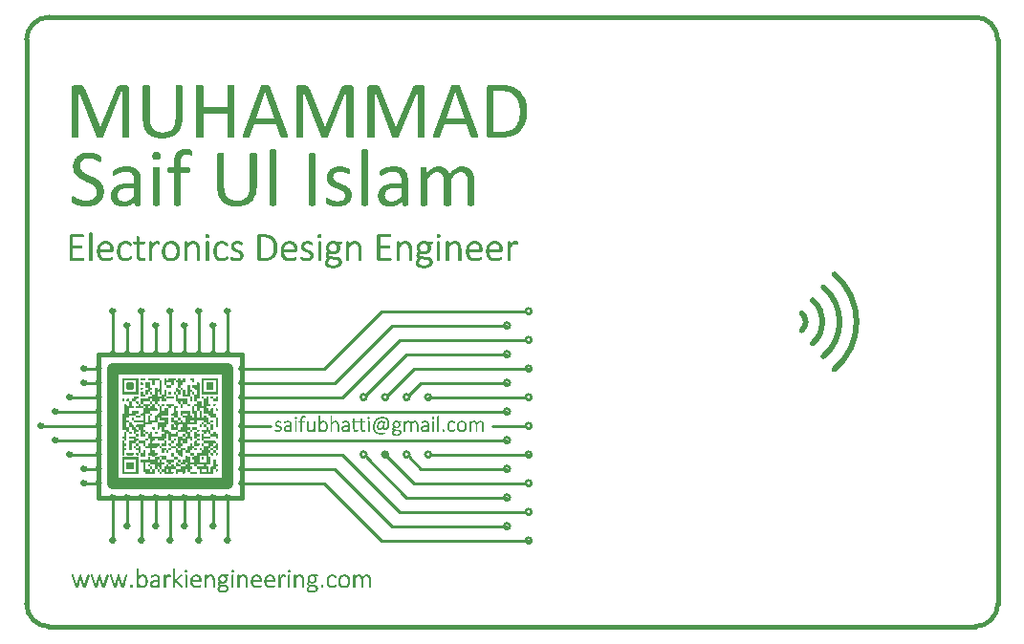
<source format=gto>
G04*
G04 #@! TF.GenerationSoftware,Altium Limited,Altium Designer,24.1.2 (44)*
G04*
G04 Layer_Color=65535*
%FSLAX44Y44*%
%MOMM*%
G71*
G04*
G04 #@! TF.SameCoordinates,D3952CD8-D2C5-4FB3-AAAE-883DB83010C7*
G04*
G04*
G04 #@! TF.FilePolarity,Positive*
G04*
G01*
G75*
%ADD10C,0.5000*%
%ADD11C,0.2540*%
%ADD12C,0.2794*%
%ADD13C,0.3810*%
%ADD14C,1.0000*%
G36*
X140150Y219842D02*
X140335D01*
Y216323D01*
X140150D01*
Y216138D01*
X138298D01*
Y215953D01*
X138112D01*
Y214101D01*
X137927D01*
Y213916D01*
X136631D01*
Y213730D01*
X136446D01*
Y211693D01*
X137927D01*
Y211508D01*
X138112D01*
Y210026D01*
X140150D01*
Y209841D01*
X140335D01*
Y205767D01*
X140520D01*
Y205581D01*
X142372D01*
Y205767D01*
X142557D01*
Y213730D01*
X142743D01*
Y213916D01*
X144595D01*
Y213730D01*
X144780D01*
Y210212D01*
X144965D01*
Y210026D01*
X146262D01*
Y209841D01*
X146447D01*
Y207804D01*
X148484D01*
Y207619D01*
X148669D01*
Y205581D01*
X150707D01*
Y205767D01*
X150892D01*
Y209841D01*
X150707D01*
Y210026D01*
X148855D01*
Y210212D01*
X148669D01*
Y211508D01*
X148484D01*
Y211693D01*
X146632D01*
Y211878D01*
X146447D01*
Y213730D01*
X146632D01*
Y213916D01*
X150707D01*
Y214101D01*
X150892D01*
Y215953D01*
X151077D01*
Y216138D01*
X152929D01*
Y215953D01*
X153114D01*
Y215027D01*
Y214842D01*
Y201877D01*
X152929D01*
Y201692D01*
X151077D01*
Y201507D01*
X150892D01*
Y199469D01*
X154596D01*
Y199284D01*
X154781D01*
Y195765D01*
X154966D01*
Y195580D01*
X156819D01*
Y195765D01*
X157004D01*
Y201692D01*
X154966D01*
Y201877D01*
X154781D01*
Y203729D01*
X154966D01*
Y203914D01*
X156819D01*
Y203729D01*
X157004D01*
Y201692D01*
X159041D01*
Y201877D01*
X159226D01*
Y203729D01*
X159411D01*
Y203914D01*
X160708D01*
Y203729D01*
X160893D01*
Y197432D01*
X161078D01*
Y197247D01*
X162930D01*
Y197062D01*
X163116D01*
Y195765D01*
X162930D01*
Y195580D01*
X159411D01*
Y195395D01*
X159226D01*
Y193543D01*
X159411D01*
Y193358D01*
X160708D01*
Y193172D01*
X160893D01*
Y191320D01*
X161078D01*
Y191135D01*
X162930D01*
Y191320D01*
X163116D01*
Y193172D01*
X163301D01*
Y193358D01*
X165153D01*
Y193172D01*
X165338D01*
Y189098D01*
X165523D01*
Y188913D01*
X167375D01*
Y188727D01*
X167561D01*
Y185023D01*
X169042D01*
Y184838D01*
X169228D01*
Y176874D01*
X169042D01*
Y176689D01*
X167746D01*
Y176874D01*
X167561D01*
Y178911D01*
Y179097D01*
Y185023D01*
X163301D01*
Y185208D01*
X163116D01*
Y187060D01*
X162930D01*
Y187246D01*
X161078D01*
Y187431D01*
X160893D01*
Y188727D01*
X160708D01*
Y188913D01*
X157189D01*
Y189098D01*
X157004D01*
Y193172D01*
X156819D01*
Y193358D01*
X153300D01*
Y193172D01*
X153114D01*
Y191135D01*
X154596D01*
Y190950D01*
X154781D01*
Y185208D01*
X154966D01*
Y185023D01*
X156819D01*
Y185208D01*
X157004D01*
Y187060D01*
X157189D01*
Y187246D01*
X159041D01*
Y187060D01*
X159226D01*
Y185208D01*
X159411D01*
Y185023D01*
X160708D01*
Y184838D01*
X160893D01*
Y181319D01*
X161078D01*
Y181134D01*
X163116D01*
Y178911D01*
X165153D01*
Y178726D01*
X165338D01*
Y174652D01*
X165153D01*
Y174466D01*
X163116D01*
Y176504D01*
Y176689D01*
Y178911D01*
X159226D01*
Y180949D01*
X159041D01*
Y181134D01*
X157004D01*
Y182615D01*
X156819D01*
Y182801D01*
X151077D01*
Y182615D01*
X150892D01*
Y179097D01*
X150707D01*
Y178911D01*
X142743D01*
Y178726D01*
X142557D01*
Y176874D01*
X142743D01*
Y176689D01*
X144595D01*
Y176504D01*
X144780D01*
Y174466D01*
X146447D01*
Y173170D01*
Y172985D01*
X146262D01*
Y172799D01*
X144780D01*
Y174466D01*
X142743D01*
Y174281D01*
X142557D01*
Y172985D01*
X142743D01*
Y172799D01*
X144780D01*
Y168540D01*
X144965D01*
Y168354D01*
X146262D01*
Y168169D01*
X146447D01*
Y164650D01*
X146262D01*
Y164465D01*
X144965D01*
Y164650D01*
X144780D01*
Y166502D01*
X144595D01*
Y166688D01*
X142743D01*
Y166502D01*
X142557D01*
Y162428D01*
X142372D01*
Y162243D01*
X138112D01*
Y164280D01*
X137927D01*
Y164465D01*
X136631D01*
Y164280D01*
X136446D01*
Y162428D01*
X136631D01*
Y162243D01*
X138112D01*
Y160205D01*
X137927D01*
Y160020D01*
X136631D01*
Y159835D01*
X136446D01*
Y158353D01*
X140150D01*
Y158168D01*
X140335D01*
Y156131D01*
X142372D01*
Y156316D01*
X142557D01*
Y159835D01*
X142743D01*
Y160020D01*
X144595D01*
Y160205D01*
X144780D01*
Y162057D01*
X144965D01*
Y162243D01*
X146262D01*
Y162057D01*
X146447D01*
Y160205D01*
X146632D01*
Y160020D01*
X148669D01*
Y158353D01*
X150707D01*
Y158168D01*
X150892D01*
Y156316D01*
X150707D01*
Y156131D01*
X148855D01*
Y156316D01*
X148669D01*
Y158353D01*
X146632D01*
Y158168D01*
X146447D01*
Y156316D01*
X146262D01*
Y156131D01*
X144965D01*
Y155945D01*
X144780D01*
Y153908D01*
X148484D01*
Y153723D01*
X148669D01*
Y151686D01*
X150707D01*
Y151871D01*
X150892D01*
Y153723D01*
X151077D01*
Y153908D01*
X154596D01*
Y154093D01*
X154781D01*
Y156131D01*
X153300D01*
Y156316D01*
X153114D01*
Y158168D01*
X153300D01*
Y158353D01*
X154596D01*
Y158168D01*
X154781D01*
Y156131D01*
X156819D01*
Y156316D01*
X157004D01*
Y160020D01*
X154966D01*
Y160205D01*
X154781D01*
Y162057D01*
X154966D01*
Y162243D01*
X157004D01*
Y162057D01*
Y161872D01*
Y160020D01*
X160708D01*
Y160205D01*
X160893D01*
Y162057D01*
X160708D01*
Y162243D01*
X157004D01*
Y164465D01*
X154966D01*
Y164650D01*
X154781D01*
Y170392D01*
X154966D01*
Y170577D01*
X157004D01*
Y168540D01*
X157189D01*
Y168354D01*
X163116D01*
Y167614D01*
Y167428D01*
Y166873D01*
X162930D01*
Y166688D01*
X157189D01*
Y166502D01*
X157004D01*
Y164465D01*
X167375D01*
Y164280D01*
X167561D01*
Y162243D01*
X169042D01*
Y162057D01*
X169228D01*
Y156686D01*
Y156501D01*
Y156316D01*
X169042D01*
Y156131D01*
X167561D01*
Y158168D01*
X167375D01*
Y158353D01*
X165338D01*
Y160020D01*
X163301D01*
Y159835D01*
X163116D01*
Y158353D01*
X165338D01*
Y156131D01*
X167561D01*
Y153908D01*
X169042D01*
Y153723D01*
X169228D01*
Y152612D01*
Y152427D01*
Y151871D01*
X169042D01*
Y151686D01*
X167746D01*
Y151871D01*
X167561D01*
Y153908D01*
X165338D01*
Y156131D01*
X163116D01*
Y158353D01*
X161078D01*
Y158168D01*
X160893D01*
Y156316D01*
X161078D01*
Y156131D01*
X163116D01*
Y153908D01*
X165338D01*
Y152241D01*
Y152056D01*
Y151871D01*
X165153D01*
Y151686D01*
X163301D01*
Y151871D01*
X163116D01*
Y153908D01*
X161078D01*
Y153723D01*
X160893D01*
Y150204D01*
X161078D01*
Y150019D01*
X162930D01*
Y149833D01*
X163116D01*
Y144092D01*
X162930D01*
Y143907D01*
X159411D01*
Y143722D01*
X159226D01*
Y141870D01*
X159411D01*
Y141684D01*
X160708D01*
Y141499D01*
X160893D01*
Y137425D01*
X161078D01*
Y137239D01*
X162930D01*
Y137425D01*
X163116D01*
Y141499D01*
X163301D01*
Y141684D01*
X165153D01*
Y141870D01*
X165338D01*
Y147611D01*
X165523D01*
Y147796D01*
X167375D01*
Y147611D01*
X167561D01*
Y144092D01*
X167746D01*
Y143907D01*
X169042D01*
Y143722D01*
X169228D01*
Y141870D01*
X169042D01*
Y141684D01*
X167746D01*
Y141499D01*
X167561D01*
Y139462D01*
X169042D01*
Y139277D01*
X169228D01*
Y139092D01*
Y138906D01*
Y137425D01*
X169042D01*
Y137239D01*
X167746D01*
Y137425D01*
X167561D01*
Y139462D01*
X165523D01*
Y139277D01*
X165338D01*
Y135758D01*
X165153D01*
Y135573D01*
X153300D01*
Y135758D01*
X153114D01*
Y139277D01*
X152929D01*
Y139462D01*
X151077D01*
Y139647D01*
X150892D01*
Y141684D01*
X148855D01*
Y141870D01*
X148669D01*
Y143722D01*
X148484D01*
Y143907D01*
X144965D01*
Y143722D01*
X144780D01*
Y141870D01*
X144965D01*
Y141684D01*
X146262D01*
Y141499D01*
X146447D01*
Y139647D01*
X146262D01*
Y139462D01*
X144965D01*
Y139277D01*
X144780D01*
Y137239D01*
X150707D01*
Y137054D01*
X150892D01*
Y135758D01*
X150707D01*
Y135573D01*
X144965D01*
Y135758D01*
X144780D01*
Y137239D01*
X142743D01*
Y137425D01*
X142557D01*
Y139277D01*
X142372D01*
Y139462D01*
X140520D01*
Y139277D01*
X140335D01*
Y135758D01*
X140150D01*
Y135573D01*
X138298D01*
Y135758D01*
X138112D01*
Y137054D01*
X137927D01*
Y137239D01*
X134408D01*
Y137054D01*
X134223D01*
Y135758D01*
X134038D01*
Y135573D01*
X132186D01*
Y135758D01*
X132001D01*
Y139462D01*
X128296D01*
Y139277D01*
X128111D01*
Y137425D01*
X128296D01*
Y137239D01*
X130148D01*
Y137054D01*
X130334D01*
Y135758D01*
X130148D01*
Y135573D01*
X122185D01*
Y135758D01*
X121999D01*
Y137054D01*
X121814D01*
Y137239D01*
X119777D01*
Y139462D01*
X117554D01*
Y141499D01*
X117369D01*
Y141684D01*
X116073D01*
Y141499D01*
X115887D01*
Y139462D01*
X117554D01*
Y138536D01*
Y138351D01*
Y137239D01*
X119777D01*
Y135758D01*
X119592D01*
Y135573D01*
X117740D01*
Y135758D01*
X117554D01*
Y137239D01*
X116073D01*
Y137425D01*
X115887D01*
Y139462D01*
X113665D01*
Y143722D01*
X113480D01*
Y143907D01*
X109220D01*
Y145388D01*
X109035D01*
Y145574D01*
X105516D01*
Y145388D01*
X105331D01*
Y139647D01*
X105516D01*
Y139462D01*
X109220D01*
Y137425D01*
X109405D01*
Y137239D01*
X111257D01*
Y137425D01*
X111442D01*
Y139462D01*
X109220D01*
Y141684D01*
X107738D01*
Y141870D01*
X107553D01*
Y143537D01*
Y143722D01*
X107738D01*
Y143907D01*
X109220D01*
Y141684D01*
X111257D01*
Y141499D01*
X111442D01*
Y139462D01*
X113665D01*
Y135758D01*
X113480D01*
Y135573D01*
X105516D01*
Y135758D01*
X105331D01*
Y137054D01*
X105145D01*
Y137239D01*
X103293D01*
Y137425D01*
X103108D01*
Y145388D01*
X102923D01*
Y145574D01*
X101071D01*
Y145759D01*
X100886D01*
Y147611D01*
X101071D01*
Y147796D01*
X107368D01*
Y147982D01*
X107553D01*
Y149833D01*
X107738D01*
Y150019D01*
X109035D01*
Y149833D01*
X109220D01*
Y147982D01*
X109405D01*
Y147796D01*
X113480D01*
Y147982D01*
X113665D01*
Y150019D01*
X111628D01*
Y150204D01*
X111442D01*
Y151500D01*
X111257D01*
Y151686D01*
X107738D01*
Y151871D01*
X107553D01*
Y153723D01*
X107738D01*
Y153908D01*
X109035D01*
Y154093D01*
X109220D01*
Y158168D01*
X109035D01*
Y158353D01*
X105516D01*
Y158538D01*
X105331D01*
Y160020D01*
X103293D01*
Y160205D01*
X103108D01*
Y162057D01*
X102923D01*
Y162243D01*
X99219D01*
Y164465D01*
X97182D01*
Y164280D01*
X96996D01*
Y162243D01*
X99219D01*
Y160020D01*
X100700D01*
Y159835D01*
X100886D01*
Y153908D01*
X102923D01*
Y154093D01*
X103108D01*
Y155945D01*
X103293D01*
Y156131D01*
X105145D01*
Y155945D01*
X105331D01*
Y150760D01*
Y150574D01*
Y150204D01*
X105145D01*
Y150019D01*
X101071D01*
Y150204D01*
X100886D01*
Y153908D01*
X99219D01*
Y155945D01*
X99033D01*
Y156131D01*
X97182D01*
Y156316D01*
X96996D01*
Y158353D01*
X94959D01*
Y158538D01*
X94774D01*
Y159835D01*
X94959D01*
Y160020D01*
X96996D01*
Y158353D01*
X99033D01*
Y158538D01*
X99219D01*
Y160020D01*
X96996D01*
Y162243D01*
X93292D01*
Y162057D01*
X93107D01*
Y156316D01*
X92922D01*
Y156131D01*
X91070D01*
Y156316D01*
X90884D01*
Y164280D01*
X91070D01*
Y164465D01*
X94588D01*
Y164650D01*
X94774D01*
Y166502D01*
X94588D01*
Y166688D01*
X91070D01*
Y166873D01*
X90884D01*
Y168169D01*
X91070D01*
Y168354D01*
X96996D01*
Y166873D01*
X97182D01*
Y166688D01*
X99033D01*
Y166502D01*
X99219D01*
Y164465D01*
X105331D01*
Y160020D01*
X107368D01*
Y160205D01*
X107553D01*
Y162057D01*
X107738D01*
Y162243D01*
X109035D01*
Y162428D01*
X109220D01*
Y166502D01*
X109035D01*
Y166688D01*
X107553D01*
Y170577D01*
X105331D01*
Y170762D01*
Y172799D01*
X103293D01*
Y172614D01*
X103108D01*
Y170762D01*
X103293D01*
Y170577D01*
X105331D01*
Y168540D01*
X105145D01*
Y168354D01*
X101071D01*
Y168540D01*
X100886D01*
Y174281D01*
X100700D01*
Y174466D01*
X99219D01*
Y176504D01*
X99033D01*
Y176689D01*
X96996D01*
Y178726D01*
X97182D01*
Y178911D01*
X102923D01*
Y179097D01*
X103108D01*
Y180949D01*
X102923D01*
Y181134D01*
X94959D01*
Y181319D01*
X94774D01*
Y182801D01*
X93292D01*
Y182986D01*
X93107D01*
Y184838D01*
X93292D01*
Y185023D01*
X94588D01*
Y184838D01*
X94774D01*
Y183171D01*
Y182986D01*
Y182801D01*
X102923D01*
Y182986D01*
X103108D01*
Y187060D01*
X102923D01*
Y187246D01*
X100886D01*
Y188727D01*
X101071D01*
Y188913D01*
X102923D01*
Y189098D01*
X103108D01*
Y193358D01*
X97182D01*
Y193543D01*
X96996D01*
Y195395D01*
X97182D01*
Y195580D01*
X99033D01*
Y195765D01*
X99219D01*
Y197247D01*
X97182D01*
Y197432D01*
X96996D01*
Y199469D01*
X93107D01*
Y201507D01*
X93292D01*
Y201692D01*
X94588D01*
Y201877D01*
X94774D01*
Y203729D01*
X94959D01*
Y203914D01*
X99033D01*
Y203729D01*
X99219D01*
Y201877D01*
X99033D01*
Y201692D01*
X97182D01*
Y201507D01*
X96996D01*
Y199469D01*
X99033D01*
Y199284D01*
X99219D01*
Y197247D01*
X100886D01*
Y195765D01*
X101071D01*
Y195580D01*
X103108D01*
Y193358D01*
X105145D01*
Y193543D01*
X105331D01*
Y195395D01*
X105145D01*
Y195580D01*
X103108D01*
Y197247D01*
X100886D01*
Y201507D01*
X101071D01*
Y201692D01*
X107368D01*
Y201877D01*
X107553D01*
Y203729D01*
X107738D01*
Y203914D01*
X111257D01*
Y204100D01*
X111442D01*
Y205581D01*
X109405D01*
Y205767D01*
X109220D01*
Y206507D01*
Y206693D01*
Y207804D01*
X107738D01*
Y207619D01*
X107553D01*
Y205767D01*
X107368D01*
Y205581D01*
X105331D01*
Y209841D01*
X105516D01*
Y210026D01*
X107368D01*
Y210212D01*
X107553D01*
Y211508D01*
X107368D01*
Y211693D01*
X105516D01*
Y211878D01*
X105331D01*
Y215953D01*
X105516D01*
Y216138D01*
X109035D01*
Y215953D01*
X109220D01*
Y213916D01*
Y213730D01*
Y211878D01*
X109405D01*
Y211693D01*
X111257D01*
Y211508D01*
X111442D01*
Y210212D01*
X111257D01*
Y210026D01*
X109405D01*
Y209841D01*
X109220D01*
Y207804D01*
X111257D01*
Y207619D01*
X111442D01*
Y205581D01*
X113480D01*
Y205767D01*
X113665D01*
Y211508D01*
X113850D01*
Y211693D01*
X115702D01*
Y211508D01*
X115887D01*
Y210212D01*
X116073D01*
Y210026D01*
X117369D01*
Y210212D01*
X117554D01*
Y218361D01*
X113850D01*
Y218175D01*
X113665D01*
Y214101D01*
X113480D01*
Y213916D01*
X111628D01*
Y214101D01*
X111442D01*
Y218175D01*
X111257D01*
Y218361D01*
X107738D01*
Y218546D01*
X107553D01*
Y219842D01*
X107738D01*
Y220028D01*
X117369D01*
Y219842D01*
X117554D01*
Y218361D01*
X119592D01*
Y218175D01*
X119777D01*
Y205581D01*
X121814D01*
Y205767D01*
X121999D01*
Y209841D01*
X122185D01*
Y210026D01*
X123481D01*
Y209841D01*
X123666D01*
Y203914D01*
X130148D01*
Y203729D01*
X130334D01*
Y201877D01*
X130148D01*
Y201692D01*
X123666D01*
Y203914D01*
X122185D01*
Y203729D01*
X121999D01*
Y201877D01*
X122185D01*
Y201692D01*
X123666D01*
Y199655D01*
X123481D01*
Y199469D01*
X119962D01*
Y199655D01*
X119777D01*
Y201507D01*
X119592D01*
Y201692D01*
X117740D01*
Y201507D01*
X117554D01*
Y199655D01*
X117369D01*
Y199469D01*
X116073D01*
Y199284D01*
X115887D01*
Y197247D01*
X117369D01*
Y197062D01*
X117554D01*
Y195580D01*
X119777D01*
Y191320D01*
X119962D01*
Y191135D01*
X121814D01*
Y191320D01*
X121999D01*
Y193172D01*
X122185D01*
Y193358D01*
X125889D01*
Y187431D01*
X125703D01*
Y187246D01*
X119962D01*
Y187060D01*
X119777D01*
Y185208D01*
X119962D01*
Y185023D01*
X125703D01*
Y184838D01*
X125889D01*
Y179097D01*
X125703D01*
Y178911D01*
X123851D01*
Y178726D01*
X123666D01*
Y176874D01*
X123481D01*
Y176689D01*
X122185D01*
Y176504D01*
X121999D01*
Y174652D01*
X122185D01*
Y174466D01*
X125703D01*
Y174281D01*
X125889D01*
Y172985D01*
X126074D01*
Y172799D01*
X127926D01*
Y172614D01*
X128111D01*
Y170762D01*
X128296D01*
Y170577D01*
X131815D01*
Y170762D01*
X132001D01*
Y172614D01*
X132186D01*
Y172799D01*
X134223D01*
Y168354D01*
X138112D01*
Y166873D01*
X138298D01*
Y166688D01*
X140150D01*
Y166873D01*
X140335D01*
Y168354D01*
X138112D01*
Y170392D01*
X138298D01*
Y170577D01*
X140335D01*
Y169836D01*
Y169651D01*
Y168354D01*
X142372D01*
Y168540D01*
X142557D01*
Y170392D01*
X142372D01*
Y170577D01*
X140335D01*
Y172614D01*
X140150D01*
Y172799D01*
X134223D01*
Y174466D01*
X128296D01*
Y174652D01*
X128111D01*
Y178726D01*
X128296D01*
Y178911D01*
X130334D01*
Y176874D01*
X130519D01*
Y176689D01*
X131815D01*
Y176874D01*
X132001D01*
Y178726D01*
X131815D01*
Y178911D01*
X130334D01*
Y180949D01*
X130148D01*
Y181134D01*
X128296D01*
Y181319D01*
X128111D01*
Y184838D01*
X128296D01*
Y185023D01*
X130334D01*
Y182986D01*
X130519D01*
Y182801D01*
X134223D01*
Y181319D01*
X134408D01*
Y181134D01*
X136260D01*
Y181319D01*
X136446D01*
Y182801D01*
X134223D01*
Y185023D01*
X130334D01*
Y187060D01*
X130148D01*
Y187246D01*
X128296D01*
Y187431D01*
X128111D01*
Y188727D01*
X128296D01*
Y188913D01*
X130148D01*
Y189098D01*
X130334D01*
Y195580D01*
X128296D01*
Y195395D01*
X128111D01*
Y193543D01*
X127926D01*
Y193358D01*
X125889D01*
Y195395D01*
X125703D01*
Y195580D01*
X123851D01*
Y195765D01*
X123666D01*
Y197062D01*
X123851D01*
Y197247D01*
X130148D01*
Y197062D01*
X130334D01*
Y195580D01*
X134038D01*
Y195395D01*
X134223D01*
Y193543D01*
X134038D01*
Y193358D01*
X132186D01*
Y193172D01*
X132001D01*
Y191320D01*
X132186D01*
Y191135D01*
X134038D01*
Y190950D01*
X134223D01*
Y185023D01*
X136260D01*
Y184838D01*
X136446D01*
Y182801D01*
X137927D01*
Y182615D01*
X138112D01*
Y181319D01*
X138298D01*
Y181134D01*
X140150D01*
Y181319D01*
X140335D01*
Y181875D01*
Y182060D01*
Y184838D01*
X140150D01*
Y185023D01*
X138298D01*
Y185208D01*
X138112D01*
Y187246D01*
X136631D01*
Y187431D01*
X136446D01*
Y190950D01*
X136631D01*
Y191135D01*
X144595D01*
Y190950D01*
X144780D01*
Y187431D01*
X144965D01*
Y187246D01*
X146262D01*
Y187060D01*
X146447D01*
Y185208D01*
X146632D01*
Y185023D01*
X148484D01*
Y185208D01*
X148669D01*
Y188727D01*
X148484D01*
Y188913D01*
X146632D01*
Y189098D01*
X146447D01*
Y195395D01*
X146632D01*
Y195580D01*
X148669D01*
Y191320D01*
X148855D01*
Y191135D01*
X150892D01*
Y185208D01*
X151077D01*
Y185023D01*
X152929D01*
Y185208D01*
X153114D01*
Y191135D01*
X150892D01*
Y192246D01*
Y192432D01*
Y195395D01*
X150707D01*
Y195580D01*
X148669D01*
Y197062D01*
X148855D01*
Y197247D01*
X150707D01*
Y197432D01*
X150892D01*
Y199469D01*
X148855D01*
Y199655D01*
X148669D01*
Y205581D01*
X146632D01*
Y205767D01*
X146447D01*
Y207804D01*
X144965D01*
Y207619D01*
X144780D01*
Y203914D01*
X146262D01*
Y203729D01*
X146447D01*
Y199655D01*
X146262D01*
Y199469D01*
X144965D01*
Y199655D01*
X144780D01*
Y200581D01*
Y200766D01*
Y203914D01*
X138298D01*
Y204100D01*
X138112D01*
Y204285D01*
Y204470D01*
Y210026D01*
X136446D01*
Y211693D01*
X134223D01*
Y215953D01*
X134038D01*
Y216138D01*
X132186D01*
Y216323D01*
X132001D01*
Y218361D01*
X130519D01*
Y218175D01*
X130334D01*
Y214101D01*
X130148D01*
Y213916D01*
X128111D01*
Y215953D01*
X127926D01*
Y216138D01*
X123851D01*
Y215953D01*
X123666D01*
Y213916D01*
X128111D01*
Y211878D01*
X127926D01*
Y211693D01*
X123851D01*
Y211878D01*
X123666D01*
Y213916D01*
X122185D01*
Y214101D01*
X121999D01*
Y219842D01*
X122185D01*
Y220028D01*
X123481D01*
Y219842D01*
X123666D01*
Y218546D01*
X123851D01*
Y218361D01*
X125703D01*
Y218546D01*
X125889D01*
Y219842D01*
X126074D01*
Y220028D01*
X131815D01*
Y219842D01*
X132001D01*
Y218361D01*
X134038D01*
Y218546D01*
X134223D01*
Y219842D01*
X134408D01*
Y220028D01*
X136260D01*
Y219842D01*
X136446D01*
Y218546D01*
X136631D01*
Y218361D01*
X137927D01*
Y218546D01*
X138112D01*
Y219842D01*
X138298D01*
Y220028D01*
X140150D01*
Y219842D01*
D02*
G37*
G36*
X105145D02*
X105331D01*
Y218546D01*
X105145D01*
Y218361D01*
X101071D01*
Y218546D01*
X100886D01*
Y219842D01*
X101071D01*
Y220028D01*
X105145D01*
Y219842D01*
D02*
G37*
G36*
X148484D02*
X148669D01*
Y216323D01*
X148484D01*
Y216138D01*
X146632D01*
Y216323D01*
X146447D01*
Y218175D01*
X146262D01*
Y218361D01*
X144965D01*
Y218546D01*
X144780D01*
Y219842D01*
X144965D01*
Y220028D01*
X148484D01*
Y219842D01*
D02*
G37*
G36*
X102923Y215953D02*
X103108D01*
Y214101D01*
X102923D01*
Y213916D01*
X101071D01*
Y214101D01*
X100886D01*
Y215953D01*
X101071D01*
Y216138D01*
X102923D01*
Y215953D01*
D02*
G37*
G36*
Y211508D02*
X103108D01*
Y210212D01*
X102923D01*
Y210026D01*
X101071D01*
Y210212D01*
X100886D01*
Y211508D01*
X101071D01*
Y211693D01*
X102923D01*
Y211508D01*
D02*
G37*
G36*
X169042Y219842D02*
X169228D01*
Y211693D01*
Y211508D01*
Y205767D01*
X169042D01*
Y205581D01*
X154966D01*
Y205767D01*
X154781D01*
Y219842D01*
X154966D01*
Y220028D01*
X169042D01*
Y219842D01*
D02*
G37*
G36*
X134223Y210212D02*
X134408D01*
Y210026D01*
X136446D01*
Y205767D01*
X136260D01*
Y205581D01*
X134223D01*
Y207619D01*
X134038D01*
Y207804D01*
X132001D01*
Y210212D01*
Y210397D01*
Y211508D01*
X132186D01*
Y211693D01*
X134223D01*
Y210212D01*
D02*
G37*
G36*
X127926Y207619D02*
X128111D01*
Y205767D01*
X127926D01*
Y205581D01*
X126074D01*
Y205767D01*
X125889D01*
Y207619D01*
X126074D01*
Y207804D01*
X127926D01*
Y207619D01*
D02*
G37*
G36*
X99033Y219842D02*
X99219D01*
Y210397D01*
Y210212D01*
Y205767D01*
X99033D01*
Y205581D01*
X84958D01*
Y205767D01*
X84773D01*
Y219842D01*
X84958D01*
Y220028D01*
X99033D01*
Y219842D01*
D02*
G37*
G36*
X102923Y207619D02*
X103108D01*
Y205767D01*
X103293D01*
Y205581D01*
X105331D01*
Y204100D01*
X105145D01*
Y203914D01*
X101071D01*
Y204100D01*
X100886D01*
Y207619D01*
X101071D01*
Y207804D01*
X102923D01*
Y207619D01*
D02*
G37*
G36*
X169042Y203729D02*
X169228D01*
Y199655D01*
X169042D01*
Y199469D01*
X165523D01*
Y199655D01*
X165338D01*
Y201692D01*
X163301D01*
Y201877D01*
X163116D01*
Y203729D01*
X163301D01*
Y203914D01*
X165153D01*
Y203729D01*
X165338D01*
Y201692D01*
X167375D01*
Y201877D01*
X167561D01*
Y202618D01*
Y202803D01*
Y203729D01*
X167746D01*
Y203914D01*
X169042D01*
Y203729D01*
D02*
G37*
G36*
X86254Y201507D02*
X86439D01*
Y199655D01*
X86254D01*
Y199469D01*
X84958D01*
Y199655D01*
X84773D01*
Y201507D01*
X84958D01*
Y201692D01*
X86254D01*
Y201507D01*
D02*
G37*
G36*
X167375Y197062D02*
X167561D01*
Y195765D01*
X167375D01*
Y195580D01*
X165523D01*
Y195765D01*
X165338D01*
Y196506D01*
Y196691D01*
Y197062D01*
X165523D01*
Y197247D01*
X167375D01*
Y197062D01*
D02*
G37*
G36*
X132001Y205767D02*
Y205581D01*
X134223D01*
Y201877D01*
X134408D01*
Y201692D01*
X142372D01*
Y201507D01*
X142557D01*
Y197247D01*
X144595D01*
Y197062D01*
X144780D01*
Y195765D01*
X144595D01*
Y195580D01*
X142743D01*
Y195765D01*
X142557D01*
Y197247D01*
X138112D01*
Y199284D01*
X137927D01*
Y199469D01*
X136631D01*
Y199284D01*
X136446D01*
Y197247D01*
X138112D01*
Y193543D01*
X137927D01*
Y193358D01*
X136631D01*
Y193543D01*
X136446D01*
Y193728D01*
Y193913D01*
Y197247D01*
X134408D01*
Y197432D01*
X134223D01*
Y199284D01*
X134038D01*
Y199469D01*
X132186D01*
Y199655D01*
X132001D01*
Y203359D01*
Y203544D01*
Y205581D01*
X130519D01*
Y205767D01*
X130334D01*
Y207619D01*
X130519D01*
Y207804D01*
X132001D01*
Y205767D01*
D02*
G37*
G36*
X121814Y197062D02*
X121999D01*
Y195765D01*
X121814D01*
Y195580D01*
X119777D01*
Y196691D01*
Y196877D01*
Y197062D01*
X119962D01*
Y197247D01*
X121814D01*
Y197062D01*
D02*
G37*
G36*
X90699Y201507D02*
X90884D01*
Y199655D01*
Y199469D01*
X93107D01*
Y195765D01*
X93292D01*
Y195580D01*
X94588D01*
Y195395D01*
X94774D01*
Y193543D01*
X94588D01*
Y193358D01*
X91070D01*
Y193172D01*
X90884D01*
Y189098D01*
X91070D01*
Y188913D01*
X92922D01*
Y189098D01*
X93107D01*
Y190950D01*
X93292D01*
Y191135D01*
X99033D01*
Y190950D01*
X99219D01*
Y189098D01*
X99033D01*
Y188913D01*
X97182D01*
Y188727D01*
X96996D01*
Y187246D01*
X100886D01*
Y185208D01*
X100700D01*
Y185023D01*
X97182D01*
Y185208D01*
X96996D01*
Y187246D01*
X91070D01*
Y187060D01*
X90884D01*
Y185208D01*
X90699D01*
Y185023D01*
X88847D01*
Y184838D01*
X88662D01*
Y182986D01*
X88847D01*
Y182801D01*
X90699D01*
Y182615D01*
X90884D01*
Y181134D01*
X92922D01*
Y180949D01*
X93107D01*
Y179097D01*
X93292D01*
Y178911D01*
X94588D01*
Y178726D01*
X94774D01*
Y176874D01*
X94959D01*
Y176689D01*
X96996D01*
Y174652D01*
X97182D01*
Y174466D01*
X99219D01*
Y172985D01*
X99033D01*
Y172799D01*
X97182D01*
Y172614D01*
X96996D01*
Y170577D01*
X99033D01*
Y170392D01*
X99219D01*
Y168540D01*
X99033D01*
Y168354D01*
X96996D01*
Y170577D01*
X94959D01*
Y170762D01*
X94774D01*
Y174281D01*
X94588D01*
Y174466D01*
X93292D01*
Y174652D01*
X93107D01*
Y176504D01*
X92922D01*
Y176689D01*
X90884D01*
Y181134D01*
X88847D01*
Y180949D01*
X88662D01*
Y176874D01*
X88847D01*
Y176689D01*
X90884D01*
Y172799D01*
X92922D01*
Y172614D01*
X93107D01*
Y170762D01*
X92922D01*
Y170577D01*
X91070D01*
Y170762D01*
X90884D01*
Y172799D01*
X88662D01*
Y174281D01*
X88477D01*
Y174466D01*
X84958D01*
Y174652D01*
X84773D01*
Y188727D01*
X84958D01*
Y188913D01*
X86254D01*
Y189098D01*
X86439D01*
Y197062D01*
X86625D01*
Y197247D01*
X88477D01*
Y197062D01*
X88662D01*
Y195765D01*
X88847D01*
Y195580D01*
X90699D01*
Y195765D01*
X90884D01*
Y199469D01*
X88847D01*
Y199655D01*
X88662D01*
Y201507D01*
X88847D01*
Y201692D01*
X90699D01*
Y201507D01*
D02*
G37*
G36*
X169042Y193172D02*
X169228D01*
Y191320D01*
X169042D01*
Y191135D01*
X167746D01*
Y191320D01*
X167561D01*
Y193172D01*
X167746D01*
Y193358D01*
X169042D01*
Y193172D01*
D02*
G37*
G36*
X165153Y182615D02*
X165338D01*
Y181319D01*
X165153D01*
Y181134D01*
X163116D01*
Y182615D01*
X163301D01*
Y182801D01*
X165153D01*
Y182615D01*
D02*
G37*
G36*
X154781Y176874D02*
X154596D01*
Y176689D01*
X153300D01*
Y176874D01*
X153114D01*
Y178726D01*
X153300D01*
Y178911D01*
X154781D01*
Y176874D01*
D02*
G37*
G36*
X150707Y176504D02*
X150892D01*
Y174837D01*
Y174652D01*
Y174466D01*
X152929D01*
Y174281D01*
X153114D01*
Y173355D01*
Y173170D01*
Y172985D01*
X152929D01*
Y172799D01*
X150892D01*
Y174466D01*
X146447D01*
Y176504D01*
X146632D01*
Y176689D01*
X150707D01*
Y176504D01*
D02*
G37*
G36*
X157004Y180393D02*
Y180208D01*
Y178911D01*
X159226D01*
Y176689D01*
X160708D01*
Y176504D01*
X160893D01*
Y174652D01*
X161078D01*
Y174466D01*
X163116D01*
Y170577D01*
X165153D01*
Y170762D01*
X165338D01*
Y172614D01*
X165523D01*
Y172799D01*
X167375D01*
Y172614D01*
X167561D01*
Y170762D01*
X167746D01*
Y170577D01*
X169042D01*
Y170392D01*
X169228D01*
Y166873D01*
X169042D01*
Y166688D01*
X167746D01*
Y166873D01*
X167561D01*
Y168169D01*
X167375D01*
Y168354D01*
X163116D01*
Y170577D01*
X161078D01*
Y170762D01*
X160893D01*
Y172614D01*
X160708D01*
Y172799D01*
X159411D01*
Y172614D01*
X159226D01*
Y170762D01*
X159041D01*
Y170577D01*
X157004D01*
Y172614D01*
X156819D01*
Y172799D01*
X154966D01*
Y172985D01*
X154781D01*
Y174281D01*
X154966D01*
Y174466D01*
X159041D01*
Y174652D01*
X159226D01*
Y176689D01*
X157189D01*
Y176874D01*
X157004D01*
Y178911D01*
X154781D01*
Y180949D01*
X154966D01*
Y181134D01*
X157004D01*
Y180393D01*
D02*
G37*
G36*
X150892Y170762D02*
X151077D01*
Y170577D01*
X152929D01*
Y170392D01*
X153114D01*
Y168540D01*
X152929D01*
Y168354D01*
X151077D01*
Y168169D01*
X150892D01*
Y166688D01*
X152929D01*
Y166502D01*
X153114D01*
Y164650D01*
X152929D01*
Y164465D01*
X150892D01*
Y166688D01*
X148855D01*
Y166873D01*
X148669D01*
Y172614D01*
X148855D01*
Y172799D01*
X150892D01*
Y170762D01*
D02*
G37*
G36*
X107553Y166502D02*
Y166317D01*
Y164650D01*
X107368D01*
Y164465D01*
X105331D01*
Y166502D01*
X105516D01*
Y166688D01*
X107553D01*
Y166502D01*
D02*
G37*
G36*
X88662Y164650D02*
X88477D01*
Y164465D01*
X86439D01*
Y166502D01*
X86254D01*
Y166688D01*
X84958D01*
Y166873D01*
X84773D01*
Y168169D01*
X84958D01*
Y168354D01*
X86254D01*
Y168540D01*
X86439D01*
Y172614D01*
X86625D01*
Y172799D01*
X88662D01*
Y164650D01*
D02*
G37*
G36*
X150892Y162428D02*
X151077D01*
Y162243D01*
X152929D01*
Y162057D01*
X153114D01*
Y160205D01*
X152929D01*
Y160020D01*
X148669D01*
Y164280D01*
X148855D01*
Y164465D01*
X150892D01*
Y162428D01*
D02*
G37*
G36*
X99219Y151871D02*
X99033D01*
Y151686D01*
X97182D01*
Y151871D01*
X96996D01*
Y152056D01*
Y152241D01*
Y153723D01*
X97182D01*
Y153908D01*
X99219D01*
Y151871D01*
D02*
G37*
G36*
X94588Y153723D02*
X94774D01*
Y151871D01*
X94588D01*
Y151686D01*
X88847D01*
Y151871D01*
X88662D01*
Y153723D01*
X88847D01*
Y153908D01*
X94588D01*
Y153723D01*
D02*
G37*
G36*
X86439Y162428D02*
X86625D01*
Y162243D01*
X88477D01*
Y162057D01*
X88662D01*
Y160205D01*
X88477D01*
Y160020D01*
X86625D01*
Y159835D01*
X86439D01*
Y158538D01*
X86625D01*
Y158353D01*
X88477D01*
Y158168D01*
X88662D01*
Y156316D01*
X88477D01*
Y156131D01*
X86625D01*
Y155945D01*
X86439D01*
Y151871D01*
X86254D01*
Y151686D01*
X84958D01*
Y151871D01*
X84773D01*
Y164280D01*
X84958D01*
Y164465D01*
X86439D01*
Y162428D01*
D02*
G37*
G36*
X99033Y149833D02*
X99219D01*
Y140573D01*
Y140388D01*
Y135758D01*
X99033D01*
Y135573D01*
X84958D01*
Y135758D01*
X84773D01*
Y149833D01*
X84958D01*
Y150019D01*
X99033D01*
Y149833D01*
D02*
G37*
G36*
X365110Y347742D02*
X365299Y347715D01*
X365542Y347661D01*
X365758Y347607D01*
X365975Y347498D01*
X366137Y347363D01*
X366164Y347336D01*
X366191Y347282D01*
X366272Y347174D01*
X366353Y347039D01*
X366407Y346850D01*
X366488Y346607D01*
X366515Y346336D01*
X366542Y345985D01*
Y345931D01*
Y345823D01*
X366515Y345661D01*
X366488Y345444D01*
X366434Y345201D01*
X366353Y344958D01*
X366245Y344769D01*
X366110Y344580D01*
X366083Y344553D01*
X366029Y344526D01*
X365920Y344445D01*
X365785Y344390D01*
X365596Y344309D01*
X365380Y344228D01*
X365083Y344201D01*
X364758Y344174D01*
X364596D01*
X364434Y344201D01*
X364245Y344228D01*
X363786Y344336D01*
X363569Y344417D01*
X363407Y344553D01*
X363380Y344580D01*
X363353Y344634D01*
X363299Y344742D01*
X363218Y344877D01*
X363137Y345066D01*
X363083Y345309D01*
X363056Y345607D01*
X363029Y345958D01*
Y346012D01*
Y346120D01*
X363056Y346309D01*
X363083Y346498D01*
X363137Y346742D01*
X363191Y346985D01*
X363299Y347174D01*
X363434Y347363D01*
X363461Y347390D01*
X363515Y347417D01*
X363623Y347498D01*
X363759Y347579D01*
X363948Y347634D01*
X364164Y347715D01*
X364461Y347742D01*
X364785Y347769D01*
X364948D01*
X365110Y347742D01*
D02*
G37*
G36*
X259791D02*
X259980Y347715D01*
X260223Y347661D01*
X260440Y347607D01*
X260656Y347498D01*
X260818Y347363D01*
X260845Y347336D01*
X260872Y347282D01*
X260953Y347174D01*
X261034Y347039D01*
X261088Y346850D01*
X261169Y346607D01*
X261196Y346336D01*
X261223Y345985D01*
Y345931D01*
Y345823D01*
X261196Y345661D01*
X261169Y345444D01*
X261115Y345201D01*
X261034Y344958D01*
X260926Y344769D01*
X260791Y344580D01*
X260764Y344553D01*
X260710Y344526D01*
X260602Y344445D01*
X260467Y344390D01*
X260278Y344309D01*
X260061Y344228D01*
X259764Y344201D01*
X259440Y344174D01*
X259277D01*
X259115Y344201D01*
X258926Y344228D01*
X258467Y344336D01*
X258251Y344417D01*
X258088Y344553D01*
X258061Y344580D01*
X258034Y344634D01*
X257980Y344742D01*
X257899Y344877D01*
X257818Y345066D01*
X257764Y345309D01*
X257737Y345607D01*
X257710Y345958D01*
Y346012D01*
Y346120D01*
X257737Y346309D01*
X257764Y346498D01*
X257818Y346742D01*
X257872Y346985D01*
X257980Y347174D01*
X258115Y347363D01*
X258142Y347390D01*
X258197Y347417D01*
X258305Y347498D01*
X258440Y347579D01*
X258629Y347634D01*
X258845Y347715D01*
X259142Y347742D01*
X259467Y347769D01*
X259629D01*
X259791Y347742D01*
D02*
G37*
G36*
X160418D02*
X160607Y347715D01*
X160850Y347661D01*
X161066Y347607D01*
X161283Y347498D01*
X161445Y347363D01*
X161472Y347336D01*
X161499Y347282D01*
X161580Y347174D01*
X161661Y347039D01*
X161715Y346850D01*
X161796Y346607D01*
X161823Y346336D01*
X161850Y345985D01*
Y345931D01*
Y345823D01*
X161823Y345661D01*
X161796Y345444D01*
X161742Y345201D01*
X161661Y344958D01*
X161553Y344769D01*
X161418Y344580D01*
X161391Y344553D01*
X161337Y344526D01*
X161229Y344445D01*
X161094Y344390D01*
X160904Y344309D01*
X160688Y344228D01*
X160391Y344201D01*
X160067Y344174D01*
X159904D01*
X159742Y344201D01*
X159553Y344228D01*
X159094Y344336D01*
X158877Y344417D01*
X158715Y344553D01*
X158688Y344580D01*
X158661Y344634D01*
X158607Y344742D01*
X158526Y344877D01*
X158445Y345066D01*
X158391Y345309D01*
X158364Y345607D01*
X158337Y345958D01*
Y346012D01*
Y346120D01*
X158364Y346309D01*
X158391Y346498D01*
X158445Y346742D01*
X158499Y346985D01*
X158607Y347174D01*
X158742Y347363D01*
X158769Y347390D01*
X158823Y347417D01*
X158932Y347498D01*
X159067Y347579D01*
X159256Y347634D01*
X159472Y347715D01*
X159769Y347742D01*
X160094Y347769D01*
X160256D01*
X160418Y347742D01*
D02*
G37*
G36*
X379622Y341607D02*
X380001Y341553D01*
X380460Y341499D01*
X380920Y341391D01*
X381406Y341228D01*
X381839Y341039D01*
X381866D01*
X381893Y341012D01*
X382028Y340931D01*
X382244Y340796D01*
X382514Y340634D01*
X382812Y340418D01*
X383109Y340148D01*
X383433Y339850D01*
X383703Y339499D01*
X383730Y339445D01*
X383811Y339337D01*
X383947Y339120D01*
X384109Y338877D01*
X384271Y338553D01*
X384433Y338175D01*
X384595Y337742D01*
X384730Y337283D01*
Y337256D01*
X384757Y337229D01*
X384784Y337066D01*
X384838Y336796D01*
X384893Y336445D01*
X384947Y336012D01*
X385001Y335499D01*
X385055Y334931D01*
Y334310D01*
Y324635D01*
Y324608D01*
X385028Y324527D01*
X385001Y324392D01*
X384920Y324256D01*
X384893Y324229D01*
X384838Y324148D01*
X384757Y324067D01*
X384622Y323986D01*
X384595D01*
X384487Y323932D01*
X384352Y323905D01*
X384190Y323878D01*
X384163D01*
X384028Y323851D01*
X383866Y323824D01*
X383406D01*
X383190Y323851D01*
X383001Y323878D01*
X382974D01*
X382866Y323905D01*
X382730Y323932D01*
X382595Y323986D01*
X382568Y324013D01*
X382487Y324040D01*
X382379Y324121D01*
X382298Y324229D01*
X382271Y324256D01*
X382244Y324365D01*
X382217Y324473D01*
X382190Y324635D01*
Y334121D01*
Y334148D01*
Y334175D01*
Y334256D01*
Y334364D01*
Y334607D01*
X382163Y334958D01*
X382136Y335310D01*
X382082Y335688D01*
X382028Y336067D01*
X381947Y336418D01*
Y336445D01*
X381920Y336580D01*
X381866Y336742D01*
X381785Y336931D01*
X381703Y337175D01*
X381595Y337418D01*
X381460Y337661D01*
X381325Y337904D01*
X381298Y337931D01*
X381244Y338012D01*
X381163Y338120D01*
X381055Y338256D01*
X380893Y338391D01*
X380704Y338553D01*
X380271Y338823D01*
X380244Y338850D01*
X380163Y338877D01*
X380028Y338931D01*
X379866Y338985D01*
X379650Y339039D01*
X379406Y339094D01*
X379109Y339147D01*
X378623D01*
X378406Y339094D01*
X378136Y339039D01*
X377785Y338931D01*
X377406Y338796D01*
X377001Y338580D01*
X376569Y338310D01*
X376515Y338283D01*
X376379Y338148D01*
X376136Y337985D01*
X375839Y337715D01*
X375488Y337391D01*
X375082Y336986D01*
X374650Y336526D01*
X374217Y335985D01*
Y324635D01*
Y324608D01*
X374190Y324527D01*
X374163Y324392D01*
X374082Y324256D01*
X374055Y324229D01*
X374001Y324148D01*
X373920Y324067D01*
X373785Y323986D01*
X373758D01*
X373650Y323932D01*
X373515Y323905D01*
X373353Y323878D01*
X373326D01*
X373190Y323851D01*
X373001Y323824D01*
X372542D01*
X372353Y323851D01*
X372163Y323878D01*
X372136D01*
X372028Y323905D01*
X371893Y323932D01*
X371731Y323986D01*
X371704Y324013D01*
X371623Y324040D01*
X371515Y324148D01*
X371434Y324256D01*
Y324283D01*
X371407Y324365D01*
X371380Y324500D01*
X371353Y324635D01*
Y340607D01*
Y340634D01*
Y340715D01*
X371380Y340823D01*
X371434Y340958D01*
X371461Y340985D01*
X371488Y341066D01*
X371596Y341147D01*
X371704Y341228D01*
X371731Y341255D01*
X371839Y341283D01*
X372001Y341337D01*
X372163Y341364D01*
X372217D01*
X372326Y341391D01*
X372515Y341418D01*
X372920D01*
X373082Y341391D01*
X373271Y341364D01*
X373326D01*
X373434Y341337D01*
X373569Y341310D01*
X373731Y341228D01*
X373758Y341202D01*
X373839Y341147D01*
X373920Y341066D01*
X374001Y340931D01*
X374028Y340904D01*
X374055Y340823D01*
X374082Y340715D01*
X374109Y340607D01*
Y338742D01*
X374136Y338769D01*
X374190Y338850D01*
X374244Y338958D01*
X374407Y339202D01*
X374650Y339526D01*
X374947Y339877D01*
X375325Y340229D01*
X375758Y340580D01*
X376244Y340877D01*
X376271D01*
X376298Y340904D01*
X376379Y340958D01*
X376488Y340985D01*
X376758Y341120D01*
X377109Y341255D01*
X377542Y341391D01*
X378001Y341526D01*
X378515Y341607D01*
X379028Y341634D01*
X379298D01*
X379622Y341607D01*
D02*
G37*
G36*
X335895D02*
X336273Y341553D01*
X336733Y341499D01*
X337192Y341391D01*
X337679Y341228D01*
X338111Y341039D01*
X338138D01*
X338165Y341012D01*
X338300Y340931D01*
X338517Y340796D01*
X338787Y340634D01*
X339084Y340418D01*
X339381Y340148D01*
X339706Y339850D01*
X339976Y339499D01*
X340003Y339445D01*
X340084Y339337D01*
X340219Y339120D01*
X340381Y338877D01*
X340544Y338553D01*
X340706Y338175D01*
X340868Y337742D01*
X341003Y337283D01*
Y337256D01*
X341030Y337229D01*
X341057Y337066D01*
X341111Y336796D01*
X341165Y336445D01*
X341219Y336012D01*
X341273Y335499D01*
X341327Y334931D01*
Y334310D01*
Y324635D01*
Y324608D01*
X341300Y324527D01*
X341273Y324392D01*
X341192Y324256D01*
X341165Y324229D01*
X341111Y324148D01*
X341030Y324067D01*
X340895Y323986D01*
X340868D01*
X340760Y323932D01*
X340625Y323905D01*
X340462Y323878D01*
X340435D01*
X340300Y323851D01*
X340138Y323824D01*
X339679D01*
X339463Y323851D01*
X339273Y323878D01*
X339246D01*
X339138Y323905D01*
X339003Y323932D01*
X338868Y323986D01*
X338841Y324013D01*
X338760Y324040D01*
X338652Y324121D01*
X338571Y324229D01*
X338544Y324256D01*
X338517Y324365D01*
X338489Y324473D01*
X338462Y324635D01*
Y334121D01*
Y334148D01*
Y334175D01*
Y334256D01*
Y334364D01*
Y334607D01*
X338436Y334958D01*
X338409Y335310D01*
X338354Y335688D01*
X338300Y336067D01*
X338219Y336418D01*
Y336445D01*
X338192Y336580D01*
X338138Y336742D01*
X338057Y336931D01*
X337976Y337175D01*
X337868Y337418D01*
X337733Y337661D01*
X337598Y337904D01*
X337571Y337931D01*
X337517Y338012D01*
X337435Y338120D01*
X337327Y338256D01*
X337165Y338391D01*
X336976Y338553D01*
X336544Y338823D01*
X336517Y338850D01*
X336436Y338877D01*
X336301Y338931D01*
X336138Y338985D01*
X335922Y339039D01*
X335679Y339094D01*
X335382Y339147D01*
X334895D01*
X334679Y339094D01*
X334409Y339039D01*
X334057Y338931D01*
X333679Y338796D01*
X333274Y338580D01*
X332841Y338310D01*
X332787Y338283D01*
X332652Y338148D01*
X332409Y337985D01*
X332112Y337715D01*
X331760Y337391D01*
X331355Y336986D01*
X330922Y336526D01*
X330490Y335985D01*
Y324635D01*
Y324608D01*
X330463Y324527D01*
X330436Y324392D01*
X330355Y324256D01*
X330328Y324229D01*
X330274Y324148D01*
X330193Y324067D01*
X330058Y323986D01*
X330031D01*
X329922Y323932D01*
X329787Y323905D01*
X329625Y323878D01*
X329598D01*
X329463Y323851D01*
X329274Y323824D01*
X328814D01*
X328625Y323851D01*
X328436Y323878D01*
X328409D01*
X328301Y323905D01*
X328166Y323932D01*
X328004Y323986D01*
X327977Y324013D01*
X327896Y324040D01*
X327787Y324148D01*
X327706Y324256D01*
Y324283D01*
X327679Y324365D01*
X327652Y324500D01*
X327625Y324635D01*
Y340607D01*
Y340634D01*
Y340715D01*
X327652Y340823D01*
X327706Y340958D01*
X327733Y340985D01*
X327760Y341066D01*
X327868Y341147D01*
X327977Y341228D01*
X328004Y341255D01*
X328112Y341283D01*
X328274Y341337D01*
X328436Y341364D01*
X328490D01*
X328598Y341391D01*
X328787Y341418D01*
X329193D01*
X329355Y341391D01*
X329544Y341364D01*
X329598D01*
X329706Y341337D01*
X329841Y341310D01*
X330004Y341228D01*
X330031Y341202D01*
X330112Y341147D01*
X330193Y341066D01*
X330274Y340931D01*
X330301Y340904D01*
X330328Y340823D01*
X330355Y340715D01*
X330382Y340607D01*
Y338742D01*
X330409Y338769D01*
X330463Y338850D01*
X330517Y338958D01*
X330679Y339202D01*
X330922Y339526D01*
X331220Y339877D01*
X331598Y340229D01*
X332030Y340580D01*
X332517Y340877D01*
X332544D01*
X332571Y340904D01*
X332652Y340958D01*
X332760Y340985D01*
X333030Y341120D01*
X333382Y341255D01*
X333814Y341391D01*
X334274Y341526D01*
X334787Y341607D01*
X335300Y341634D01*
X335571D01*
X335895Y341607D01*
D02*
G37*
G36*
X291249D02*
X291627Y341553D01*
X292087Y341499D01*
X292546Y341391D01*
X293032Y341228D01*
X293465Y341039D01*
X293492D01*
X293519Y341012D01*
X293654Y340931D01*
X293870Y340796D01*
X294140Y340634D01*
X294438Y340418D01*
X294735Y340148D01*
X295059Y339850D01*
X295330Y339499D01*
X295357Y339445D01*
X295438Y339337D01*
X295573Y339120D01*
X295735Y338877D01*
X295897Y338553D01*
X296059Y338175D01*
X296222Y337742D01*
X296357Y337283D01*
Y337256D01*
X296384Y337229D01*
X296411Y337066D01*
X296465Y336796D01*
X296519Y336445D01*
X296573Y336012D01*
X296627Y335499D01*
X296681Y334931D01*
Y334310D01*
Y324635D01*
Y324608D01*
X296654Y324527D01*
X296627Y324392D01*
X296546Y324256D01*
X296519Y324229D01*
X296465Y324148D01*
X296384Y324067D01*
X296248Y323986D01*
X296222D01*
X296113Y323932D01*
X295978Y323905D01*
X295816Y323878D01*
X295789D01*
X295654Y323851D01*
X295492Y323824D01*
X295032D01*
X294816Y323851D01*
X294627Y323878D01*
X294600D01*
X294492Y323905D01*
X294357Y323932D01*
X294222Y323986D01*
X294195Y324013D01*
X294114Y324040D01*
X294005Y324121D01*
X293924Y324229D01*
X293897Y324256D01*
X293870Y324365D01*
X293843Y324473D01*
X293816Y324635D01*
Y334121D01*
Y334148D01*
Y334175D01*
Y334256D01*
Y334364D01*
Y334607D01*
X293789Y334958D01*
X293762Y335310D01*
X293708Y335688D01*
X293654Y336067D01*
X293573Y336418D01*
Y336445D01*
X293546Y336580D01*
X293492Y336742D01*
X293411Y336931D01*
X293330Y337175D01*
X293222Y337418D01*
X293086Y337661D01*
X292951Y337904D01*
X292924Y337931D01*
X292870Y338012D01*
X292789Y338120D01*
X292681Y338256D01*
X292519Y338391D01*
X292330Y338553D01*
X291897Y338823D01*
X291870Y338850D01*
X291789Y338877D01*
X291654Y338931D01*
X291492Y338985D01*
X291276Y339039D01*
X291033Y339094D01*
X290735Y339147D01*
X290249D01*
X290033Y339094D01*
X289762Y339039D01*
X289411Y338931D01*
X289033Y338796D01*
X288627Y338580D01*
X288195Y338310D01*
X288141Y338283D01*
X288006Y338148D01*
X287763Y337985D01*
X287465Y337715D01*
X287114Y337391D01*
X286709Y336986D01*
X286276Y336526D01*
X285844Y335985D01*
Y324635D01*
Y324608D01*
X285817Y324527D01*
X285790Y324392D01*
X285709Y324256D01*
X285681Y324229D01*
X285627Y324148D01*
X285546Y324067D01*
X285411Y323986D01*
X285384D01*
X285276Y323932D01*
X285141Y323905D01*
X284979Y323878D01*
X284952D01*
X284817Y323851D01*
X284627Y323824D01*
X284168D01*
X283979Y323851D01*
X283790Y323878D01*
X283763D01*
X283655Y323905D01*
X283519Y323932D01*
X283357Y323986D01*
X283330Y324013D01*
X283249Y324040D01*
X283141Y324148D01*
X283060Y324256D01*
Y324283D01*
X283033Y324365D01*
X283006Y324500D01*
X282979Y324635D01*
Y340607D01*
Y340634D01*
Y340715D01*
X283006Y340823D01*
X283060Y340958D01*
X283087Y340985D01*
X283114Y341066D01*
X283222Y341147D01*
X283330Y341228D01*
X283357Y341255D01*
X283465Y341283D01*
X283628Y341337D01*
X283790Y341364D01*
X283844D01*
X283952Y341391D01*
X284141Y341418D01*
X284546D01*
X284709Y341391D01*
X284898Y341364D01*
X284952D01*
X285060Y341337D01*
X285195Y341310D01*
X285357Y341228D01*
X285384Y341202D01*
X285465Y341147D01*
X285546Y341066D01*
X285627Y340931D01*
X285655Y340904D01*
X285681Y340823D01*
X285709Y340715D01*
X285736Y340607D01*
Y338742D01*
X285763Y338769D01*
X285817Y338850D01*
X285871Y338958D01*
X286033Y339202D01*
X286276Y339526D01*
X286573Y339877D01*
X286952Y340229D01*
X287384Y340580D01*
X287871Y340877D01*
X287898D01*
X287925Y340904D01*
X288006Y340958D01*
X288114Y340985D01*
X288384Y341120D01*
X288735Y341255D01*
X289168Y341391D01*
X289627Y341526D01*
X290141Y341607D01*
X290654Y341634D01*
X290924D01*
X291249Y341607D01*
D02*
G37*
G36*
X148148D02*
X148527Y341553D01*
X148986Y341499D01*
X149445Y341391D01*
X149932Y341228D01*
X150364Y341039D01*
X150391D01*
X150418Y341012D01*
X150554Y340931D01*
X150770Y340796D01*
X151040Y340634D01*
X151337Y340418D01*
X151635Y340148D01*
X151959Y339850D01*
X152229Y339499D01*
X152256Y339445D01*
X152337Y339337D01*
X152472Y339120D01*
X152634Y338877D01*
X152797Y338553D01*
X152959Y338175D01*
X153121Y337742D01*
X153256Y337283D01*
Y337256D01*
X153283Y337229D01*
X153310Y337066D01*
X153364Y336796D01*
X153418Y336445D01*
X153472Y336012D01*
X153526Y335499D01*
X153580Y334931D01*
Y334310D01*
Y324635D01*
Y324608D01*
X153553Y324527D01*
X153526Y324392D01*
X153445Y324256D01*
X153418Y324229D01*
X153364Y324148D01*
X153283Y324067D01*
X153148Y323986D01*
X153121D01*
X153013Y323932D01*
X152878Y323905D01*
X152716Y323878D01*
X152689D01*
X152553Y323851D01*
X152391Y323824D01*
X151932D01*
X151716Y323851D01*
X151526Y323878D01*
X151499D01*
X151391Y323905D01*
X151256Y323932D01*
X151121Y323986D01*
X151094Y324013D01*
X151013Y324040D01*
X150905Y324121D01*
X150824Y324229D01*
X150797Y324256D01*
X150770Y324365D01*
X150743Y324473D01*
X150716Y324635D01*
Y334121D01*
Y334148D01*
Y334175D01*
Y334256D01*
Y334364D01*
Y334607D01*
X150689Y334958D01*
X150662Y335310D01*
X150608Y335688D01*
X150554Y336067D01*
X150472Y336418D01*
Y336445D01*
X150445Y336580D01*
X150391Y336742D01*
X150310Y336931D01*
X150229Y337175D01*
X150121Y337418D01*
X149986Y337661D01*
X149851Y337904D01*
X149824Y337931D01*
X149770Y338012D01*
X149689Y338120D01*
X149581Y338256D01*
X149418Y338391D01*
X149229Y338553D01*
X148797Y338823D01*
X148770Y338850D01*
X148689Y338877D01*
X148554Y338931D01*
X148392Y338985D01*
X148175Y339039D01*
X147932Y339094D01*
X147635Y339147D01*
X147148D01*
X146932Y339094D01*
X146662Y339039D01*
X146311Y338931D01*
X145932Y338796D01*
X145527Y338580D01*
X145094Y338310D01*
X145040Y338283D01*
X144905Y338148D01*
X144662Y337985D01*
X144365Y337715D01*
X144013Y337391D01*
X143608Y336986D01*
X143175Y336526D01*
X142743Y335985D01*
Y324635D01*
Y324608D01*
X142716Y324527D01*
X142689Y324392D01*
X142608Y324256D01*
X142581Y324229D01*
X142527Y324148D01*
X142446Y324067D01*
X142311Y323986D01*
X142284D01*
X142176Y323932D01*
X142041Y323905D01*
X141878Y323878D01*
X141851D01*
X141716Y323851D01*
X141527Y323824D01*
X141067D01*
X140878Y323851D01*
X140689Y323878D01*
X140662D01*
X140554Y323905D01*
X140419Y323932D01*
X140257Y323986D01*
X140230Y324013D01*
X140149Y324040D01*
X140041Y324148D01*
X139959Y324256D01*
Y324283D01*
X139932Y324365D01*
X139905Y324500D01*
X139878Y324635D01*
Y340607D01*
Y340634D01*
Y340715D01*
X139905Y340823D01*
X139959Y340958D01*
X139986Y340985D01*
X140014Y341066D01*
X140122Y341147D01*
X140230Y341228D01*
X140257Y341255D01*
X140365Y341283D01*
X140527Y341337D01*
X140689Y341364D01*
X140743D01*
X140851Y341391D01*
X141040Y341418D01*
X141446D01*
X141608Y341391D01*
X141797Y341364D01*
X141851D01*
X141959Y341337D01*
X142094Y341310D01*
X142257Y341228D01*
X142284Y341202D01*
X142365Y341147D01*
X142446Y341066D01*
X142527Y340931D01*
X142554Y340904D01*
X142581Y340823D01*
X142608Y340715D01*
X142635Y340607D01*
Y338742D01*
X142662Y338769D01*
X142716Y338850D01*
X142770Y338958D01*
X142932Y339202D01*
X143175Y339526D01*
X143473Y339877D01*
X143851Y340229D01*
X144284Y340580D01*
X144770Y340877D01*
X144797D01*
X144824Y340904D01*
X144905Y340958D01*
X145013Y340985D01*
X145283Y341120D01*
X145635Y341255D01*
X146067Y341391D01*
X146527Y341526D01*
X147040Y341607D01*
X147554Y341634D01*
X147824D01*
X148148Y341607D01*
D02*
G37*
G36*
X432971D02*
X433187Y341580D01*
X433241D01*
X433404Y341553D01*
X433647Y341526D01*
X433917Y341472D01*
X433971D01*
X434133Y341445D01*
X434349Y341391D01*
X434593Y341310D01*
X434620D01*
X434647Y341283D01*
X434782Y341228D01*
X434917Y341174D01*
X435052Y341066D01*
X435079Y341039D01*
X435133Y341012D01*
X435214Y340931D01*
X435268Y340850D01*
X435295Y340823D01*
X435322Y340769D01*
X435376Y340607D01*
Y340580D01*
X435403Y340499D01*
X435430Y340391D01*
Y340229D01*
Y340201D01*
X435457Y340093D01*
Y339958D01*
Y339823D01*
Y339769D01*
Y339661D01*
Y339526D01*
X435430Y339337D01*
Y339310D01*
X435403Y339202D01*
X435376Y339039D01*
X435322Y338904D01*
Y338877D01*
X435268Y338796D01*
X435214Y338688D01*
X435106Y338580D01*
X435079Y338553D01*
X434998Y338526D01*
X434890Y338472D01*
X434728Y338445D01*
X434593D01*
X434430Y338472D01*
X434295Y338526D01*
X434268Y338553D01*
X434160Y338580D01*
X433998Y338634D01*
X433755Y338688D01*
X433728D01*
X433701Y338715D01*
X433566Y338742D01*
X433349Y338823D01*
X433133Y338877D01*
X433079Y338904D01*
X432944Y338931D01*
X432755Y338958D01*
X432350D01*
X432268Y338931D01*
X431998Y338877D01*
X431701Y338769D01*
X431674D01*
X431647Y338742D01*
X431566Y338688D01*
X431458Y338634D01*
X431187Y338445D01*
X430863Y338175D01*
X430836Y338148D01*
X430782Y338093D01*
X430701Y338012D01*
X430566Y337877D01*
X430404Y337715D01*
X430242Y337526D01*
X430052Y337283D01*
X429836Y337012D01*
X429809Y336986D01*
X429755Y336877D01*
X429647Y336742D01*
X429485Y336526D01*
X429323Y336283D01*
X429133Y335985D01*
X428944Y335688D01*
X428728Y335337D01*
Y324635D01*
Y324608D01*
X428701Y324527D01*
X428674Y324392D01*
X428593Y324256D01*
X428566Y324229D01*
X428512Y324148D01*
X428431Y324067D01*
X428296Y323986D01*
X428269D01*
X428161Y323932D01*
X428025Y323905D01*
X427863Y323878D01*
X427836D01*
X427701Y323851D01*
X427512Y323824D01*
X427052D01*
X426863Y323851D01*
X426674Y323878D01*
X426647D01*
X426539Y323905D01*
X426404Y323932D01*
X426242Y323986D01*
X426215Y324013D01*
X426134Y324040D01*
X426026Y324148D01*
X425944Y324256D01*
Y324283D01*
X425917Y324365D01*
X425890Y324500D01*
X425863Y324635D01*
Y340607D01*
Y340634D01*
Y340715D01*
X425890Y340823D01*
X425944Y340958D01*
X425971Y340985D01*
X425998Y341066D01*
X426106Y341147D01*
X426215Y341228D01*
X426242Y341255D01*
X426350Y341283D01*
X426512Y341337D01*
X426674Y341364D01*
X426728D01*
X426836Y341391D01*
X427025Y341418D01*
X427431D01*
X427593Y341391D01*
X427782Y341364D01*
X427836D01*
X427944Y341337D01*
X428079Y341310D01*
X428242Y341228D01*
X428269Y341202D01*
X428350Y341147D01*
X428431Y341066D01*
X428512Y340931D01*
X428539Y340904D01*
X428566Y340823D01*
X428593Y340715D01*
X428620Y340607D01*
Y338580D01*
X428647Y338742D01*
X428701Y338958D01*
X428755Y339202D01*
X428863Y339445D01*
X429025Y339715D01*
X429215Y339958D01*
X429241Y339985D01*
X429323Y340066D01*
X429431Y340174D01*
X429593Y340337D01*
X429971Y340661D01*
X430187Y340823D01*
X430404Y340958D01*
X430431Y340985D01*
X430512Y341012D01*
X430620Y341093D01*
X430755Y341174D01*
X431106Y341337D01*
X431512Y341472D01*
X431539D01*
X431620Y341499D01*
X431728Y341526D01*
X431863Y341553D01*
X432241Y341607D01*
X432647Y341634D01*
X432809D01*
X432971Y341607D01*
D02*
G37*
G36*
X115636D02*
X115853Y341580D01*
X115907D01*
X116069Y341553D01*
X116312Y341526D01*
X116582Y341472D01*
X116636D01*
X116798Y341445D01*
X117015Y341391D01*
X117258Y341310D01*
X117285D01*
X117312Y341283D01*
X117447Y341228D01*
X117582Y341174D01*
X117717Y341066D01*
X117744Y341039D01*
X117799Y341012D01*
X117880Y340931D01*
X117934Y340850D01*
X117961Y340823D01*
X117988Y340769D01*
X118042Y340607D01*
Y340580D01*
X118069Y340499D01*
X118096Y340391D01*
Y340229D01*
Y340201D01*
X118123Y340093D01*
Y339958D01*
Y339823D01*
Y339769D01*
Y339661D01*
Y339526D01*
X118096Y339337D01*
Y339310D01*
X118069Y339202D01*
X118042Y339039D01*
X117988Y338904D01*
Y338877D01*
X117934Y338796D01*
X117880Y338688D01*
X117772Y338580D01*
X117744Y338553D01*
X117663Y338526D01*
X117555Y338472D01*
X117393Y338445D01*
X117258D01*
X117096Y338472D01*
X116961Y338526D01*
X116934Y338553D01*
X116826Y338580D01*
X116663Y338634D01*
X116420Y338688D01*
X116393D01*
X116366Y338715D01*
X116231Y338742D01*
X116015Y338823D01*
X115799Y338877D01*
X115744Y338904D01*
X115609Y338931D01*
X115420Y338958D01*
X115015D01*
X114934Y338931D01*
X114663Y338877D01*
X114366Y338769D01*
X114339D01*
X114312Y338742D01*
X114231Y338688D01*
X114123Y338634D01*
X113853Y338445D01*
X113528Y338175D01*
X113501Y338148D01*
X113447Y338093D01*
X113366Y338012D01*
X113231Y337877D01*
X113069Y337715D01*
X112907Y337526D01*
X112718Y337283D01*
X112501Y337012D01*
X112474Y336986D01*
X112420Y336877D01*
X112312Y336742D01*
X112150Y336526D01*
X111988Y336283D01*
X111799Y335985D01*
X111610Y335688D01*
X111393Y335337D01*
Y324635D01*
Y324608D01*
X111366Y324527D01*
X111339Y324392D01*
X111258Y324256D01*
X111231Y324229D01*
X111177Y324148D01*
X111096Y324067D01*
X110961Y323986D01*
X110934D01*
X110826Y323932D01*
X110691Y323905D01*
X110529Y323878D01*
X110502D01*
X110366Y323851D01*
X110177Y323824D01*
X109718D01*
X109529Y323851D01*
X109340Y323878D01*
X109312D01*
X109204Y323905D01*
X109069Y323932D01*
X108907Y323986D01*
X108880Y324013D01*
X108799Y324040D01*
X108691Y324148D01*
X108610Y324256D01*
Y324283D01*
X108583Y324365D01*
X108556Y324500D01*
X108529Y324635D01*
Y340607D01*
Y340634D01*
Y340715D01*
X108556Y340823D01*
X108610Y340958D01*
X108637Y340985D01*
X108664Y341066D01*
X108772Y341147D01*
X108880Y341228D01*
X108907Y341255D01*
X109015Y341283D01*
X109177Y341337D01*
X109340Y341364D01*
X109394D01*
X109502Y341391D01*
X109691Y341418D01*
X110096D01*
X110258Y341391D01*
X110448Y341364D01*
X110502D01*
X110610Y341337D01*
X110745Y341310D01*
X110907Y341228D01*
X110934Y341202D01*
X111015Y341147D01*
X111096Y341066D01*
X111177Y340931D01*
X111204Y340904D01*
X111231Y340823D01*
X111258Y340715D01*
X111285Y340607D01*
Y338580D01*
X111312Y338742D01*
X111366Y338958D01*
X111420Y339202D01*
X111529Y339445D01*
X111691Y339715D01*
X111880Y339958D01*
X111907Y339985D01*
X111988Y340066D01*
X112096Y340174D01*
X112258Y340337D01*
X112637Y340661D01*
X112853Y340823D01*
X113069Y340958D01*
X113096Y340985D01*
X113177Y341012D01*
X113285Y341093D01*
X113420Y341174D01*
X113772Y341337D01*
X114177Y341472D01*
X114204D01*
X114285Y341499D01*
X114393Y341526D01*
X114528Y341553D01*
X114907Y341607D01*
X115312Y341634D01*
X115474D01*
X115636Y341607D01*
D02*
G37*
G36*
X249521D02*
X249737Y341580D01*
X250170Y341526D01*
X250197D01*
X250278Y341499D01*
X250386Y341472D01*
X250548Y341445D01*
X250927Y341364D01*
X251332Y341228D01*
X251359D01*
X251413Y341202D01*
X251521Y341174D01*
X251656Y341120D01*
X251926Y341012D01*
X252224Y340877D01*
X252251D01*
X252278Y340850D01*
X252440Y340769D01*
X252629Y340634D01*
X252818Y340499D01*
X252845Y340472D01*
X252953Y340391D01*
X253062Y340283D01*
X253143Y340174D01*
X253170Y340148D01*
X253197Y340093D01*
X253251Y340012D01*
X253278Y339904D01*
Y339877D01*
X253305Y339823D01*
X253332Y339715D01*
X253359Y339580D01*
Y339553D01*
X253386Y339472D01*
Y339337D01*
Y339202D01*
Y339174D01*
Y339066D01*
X253359Y338904D01*
X253332Y338742D01*
Y338715D01*
X253305Y338634D01*
X253278Y338499D01*
X253224Y338337D01*
X253197Y338310D01*
X253170Y338229D01*
X253089Y338120D01*
X252980Y338012D01*
X252953Y337985D01*
X252872Y337958D01*
X252737Y337931D01*
X252575Y337904D01*
X252521D01*
X252413Y337931D01*
X252224Y337985D01*
X251981Y338120D01*
X251926Y338148D01*
X251764Y338256D01*
X251548Y338391D01*
X251224Y338553D01*
X251197D01*
X251143Y338580D01*
X251062Y338634D01*
X250927Y338688D01*
X250791Y338742D01*
X250602Y338823D01*
X250197Y338958D01*
X250170D01*
X250089Y338985D01*
X249981Y339012D01*
X249819Y339066D01*
X249602Y339094D01*
X249386Y339120D01*
X248846Y339147D01*
X248575D01*
X248386Y339120D01*
X247981Y339066D01*
X247521Y338958D01*
X247494D01*
X247440Y338931D01*
X247332Y338877D01*
X247197Y338823D01*
X246900Y338661D01*
X246602Y338472D01*
X246576D01*
X246549Y338418D01*
X246413Y338283D01*
X246251Y338040D01*
X246089Y337769D01*
Y337742D01*
X246062Y337715D01*
X246035Y337634D01*
X246008Y337526D01*
X245954Y337256D01*
X245927Y336904D01*
Y336877D01*
Y336796D01*
X245954Y336661D01*
Y336499D01*
X246062Y336121D01*
X246116Y335932D01*
X246224Y335742D01*
X246251Y335715D01*
X246278Y335661D01*
X246359Y335580D01*
X246440Y335472D01*
X246684Y335229D01*
X247035Y334931D01*
X247062Y334905D01*
X247143Y334878D01*
X247251Y334796D01*
X247413Y334715D01*
X247603Y334607D01*
X247846Y334499D01*
X248089Y334391D01*
X248386Y334256D01*
X248413Y334229D01*
X248521Y334202D01*
X248683Y334148D01*
X248873Y334067D01*
X249116Y333959D01*
X249359Y333877D01*
X249900Y333661D01*
X249927D01*
X250035Y333607D01*
X250170Y333553D01*
X250359Y333472D01*
X250575Y333391D01*
X250819Y333283D01*
X251359Y333013D01*
X251386Y332986D01*
X251494Y332959D01*
X251629Y332878D01*
X251818Y332770D01*
X252035Y332634D01*
X252278Y332472D01*
X252764Y332094D01*
X252791Y332067D01*
X252872Y331986D01*
X252980Y331878D01*
X253116Y331716D01*
X253278Y331526D01*
X253440Y331310D01*
X253602Y331040D01*
X253764Y330770D01*
X253791Y330742D01*
X253818Y330634D01*
X253899Y330472D01*
X253981Y330256D01*
X254035Y329959D01*
X254116Y329661D01*
X254143Y329283D01*
X254170Y328905D01*
Y328851D01*
Y328689D01*
X254143Y328472D01*
X254116Y328175D01*
X254062Y327824D01*
X253981Y327445D01*
X253872Y327067D01*
X253710Y326689D01*
X253683Y326635D01*
X253629Y326527D01*
X253521Y326337D01*
X253386Y326121D01*
X253197Y325851D01*
X252953Y325581D01*
X252683Y325283D01*
X252386Y325013D01*
X252359Y324986D01*
X252224Y324905D01*
X252062Y324770D01*
X251818Y324635D01*
X251521Y324473D01*
X251170Y324283D01*
X250791Y324121D01*
X250386Y323986D01*
X250332Y323959D01*
X250197Y323932D01*
X249954Y323878D01*
X249656Y323824D01*
X249278Y323743D01*
X248846Y323689D01*
X248359Y323662D01*
X247846Y323635D01*
X247521D01*
X247305Y323662D01*
X247062D01*
X246792Y323716D01*
X246197Y323797D01*
X246170D01*
X246062Y323824D01*
X245927Y323851D01*
X245738Y323878D01*
X245522Y323932D01*
X245278Y323986D01*
X244792Y324121D01*
X244765D01*
X244684Y324148D01*
X244576Y324202D01*
X244413Y324256D01*
X244062Y324392D01*
X243711Y324554D01*
X243684D01*
X243630Y324608D01*
X243468Y324716D01*
X243251Y324878D01*
X243035Y325040D01*
X243008Y325067D01*
X242900Y325202D01*
X242792Y325364D01*
X242684Y325581D01*
Y325608D01*
X242657Y325635D01*
Y325716D01*
X242630Y325824D01*
X242603Y326094D01*
X242576Y326446D01*
Y326499D01*
Y326608D01*
Y326743D01*
X242603Y326905D01*
Y326932D01*
X242630Y327040D01*
X242684Y327175D01*
X242711Y327310D01*
X242738Y327337D01*
X242765Y327418D01*
X242873Y327527D01*
X242981Y327635D01*
X243008Y327662D01*
X243116Y327716D01*
X243224Y327743D01*
X243386Y327770D01*
X243440D01*
X243603Y327743D01*
X243819Y327635D01*
X243981Y327580D01*
X244116Y327472D01*
X244143D01*
X244197Y327418D01*
X244278Y327364D01*
X244386Y327310D01*
X244711Y327121D01*
X245062Y326905D01*
X245089D01*
X245170Y326851D01*
X245278Y326797D01*
X245413Y326743D01*
X245603Y326662D01*
X245819Y326581D01*
X246305Y326418D01*
X246332D01*
X246440Y326391D01*
X246576Y326364D01*
X246792Y326310D01*
X247035Y326283D01*
X247332Y326229D01*
X247630Y326202D01*
X248251D01*
X248440Y326229D01*
X248656D01*
X248900Y326256D01*
X249359Y326337D01*
X249386D01*
X249467Y326364D01*
X249575Y326418D01*
X249710Y326446D01*
X250035Y326608D01*
X250386Y326797D01*
X250413Y326824D01*
X250467Y326851D01*
X250629Y327013D01*
X250846Y327283D01*
X251062Y327608D01*
Y327635D01*
X251089Y327689D01*
X251143Y327797D01*
X251197Y327932D01*
X251224Y328094D01*
X251278Y328283D01*
X251305Y328743D01*
Y328770D01*
Y328851D01*
X251278Y328959D01*
Y329121D01*
X251170Y329445D01*
X251089Y329635D01*
X250981Y329797D01*
Y329824D01*
X250927Y329878D01*
X250846Y329959D01*
X250764Y330067D01*
X250494Y330310D01*
X250143Y330580D01*
X250116Y330607D01*
X250062Y330634D01*
X249954Y330715D01*
X249792Y330797D01*
X249629Y330878D01*
X249413Y330986D01*
X248927Y331202D01*
X248900Y331229D01*
X248819Y331256D01*
X248656Y331310D01*
X248467Y331391D01*
X248251Y331472D01*
X248008Y331580D01*
X247440Y331796D01*
X247413Y331824D01*
X247305Y331851D01*
X247143Y331932D01*
X246954Y332013D01*
X246711Y332121D01*
X246467Y332229D01*
X245900Y332499D01*
X245873Y332526D01*
X245765Y332580D01*
X245630Y332661D01*
X245440Y332770D01*
X245224Y332905D01*
X245008Y333067D01*
X244522Y333445D01*
X244494Y333472D01*
X244413Y333553D01*
X244305Y333661D01*
X244170Y333824D01*
X244008Y334040D01*
X243846Y334256D01*
X243684Y334526D01*
X243522Y334823D01*
X243495Y334850D01*
X243468Y334986D01*
X243414Y335148D01*
X243332Y335391D01*
X243251Y335661D01*
X243197Y336012D01*
X243170Y336391D01*
X243143Y336796D01*
Y336850D01*
Y336958D01*
X243170Y337121D01*
X243197Y337364D01*
X243224Y337607D01*
X243278Y337904D01*
X243359Y338229D01*
X243468Y338553D01*
X243495Y338580D01*
X243522Y338688D01*
X243630Y338850D01*
X243738Y339066D01*
X243873Y339310D01*
X244062Y339580D01*
X244278Y339823D01*
X244522Y340093D01*
X244549Y340120D01*
X244657Y340201D01*
X244819Y340337D01*
X245035Y340499D01*
X245278Y340661D01*
X245603Y340850D01*
X245954Y341039D01*
X246359Y341202D01*
X246413Y341228D01*
X246549Y341283D01*
X246792Y341337D01*
X247089Y341418D01*
X247467Y341499D01*
X247927Y341580D01*
X248413Y341607D01*
X248954Y341634D01*
X249332D01*
X249521Y341607D01*
D02*
G37*
G36*
X187525D02*
X187741Y341580D01*
X188173Y341526D01*
X188200D01*
X188281Y341499D01*
X188389Y341472D01*
X188552Y341445D01*
X188930Y341364D01*
X189335Y341228D01*
X189362D01*
X189416Y341202D01*
X189524Y341174D01*
X189660Y341120D01*
X189930Y341012D01*
X190227Y340877D01*
X190254D01*
X190281Y340850D01*
X190443Y340769D01*
X190632Y340634D01*
X190822Y340499D01*
X190849Y340472D01*
X190957Y340391D01*
X191065Y340283D01*
X191146Y340174D01*
X191173Y340148D01*
X191200Y340093D01*
X191254Y340012D01*
X191281Y339904D01*
Y339877D01*
X191308Y339823D01*
X191335Y339715D01*
X191362Y339580D01*
Y339553D01*
X191389Y339472D01*
Y339337D01*
Y339202D01*
Y339174D01*
Y339066D01*
X191362Y338904D01*
X191335Y338742D01*
Y338715D01*
X191308Y338634D01*
X191281Y338499D01*
X191227Y338337D01*
X191200Y338310D01*
X191173Y338229D01*
X191092Y338120D01*
X190984Y338012D01*
X190957Y337985D01*
X190876Y337958D01*
X190741Y337931D01*
X190578Y337904D01*
X190524D01*
X190416Y337931D01*
X190227Y337985D01*
X189984Y338120D01*
X189930Y338148D01*
X189768Y338256D01*
X189552Y338391D01*
X189227Y338553D01*
X189200D01*
X189146Y338580D01*
X189065Y338634D01*
X188930Y338688D01*
X188795Y338742D01*
X188606Y338823D01*
X188200Y338958D01*
X188173D01*
X188092Y338985D01*
X187984Y339012D01*
X187822Y339066D01*
X187606Y339094D01*
X187389Y339120D01*
X186849Y339147D01*
X186579D01*
X186390Y339120D01*
X185984Y339066D01*
X185525Y338958D01*
X185498D01*
X185444Y338931D01*
X185336Y338877D01*
X185200Y338823D01*
X184903Y338661D01*
X184606Y338472D01*
X184579D01*
X184552Y338418D01*
X184417Y338283D01*
X184254Y338040D01*
X184092Y337769D01*
Y337742D01*
X184065Y337715D01*
X184038Y337634D01*
X184011Y337526D01*
X183957Y337256D01*
X183930Y336904D01*
Y336877D01*
Y336796D01*
X183957Y336661D01*
Y336499D01*
X184065Y336121D01*
X184119Y335932D01*
X184227Y335742D01*
X184254Y335715D01*
X184282Y335661D01*
X184363Y335580D01*
X184444Y335472D01*
X184687Y335229D01*
X185038Y334931D01*
X185065Y334905D01*
X185146Y334878D01*
X185254Y334796D01*
X185417Y334715D01*
X185606Y334607D01*
X185849Y334499D01*
X186092Y334391D01*
X186390Y334256D01*
X186416Y334229D01*
X186525Y334202D01*
X186687Y334148D01*
X186876Y334067D01*
X187119Y333959D01*
X187362Y333877D01*
X187903Y333661D01*
X187930D01*
X188038Y333607D01*
X188173Y333553D01*
X188362Y333472D01*
X188578Y333391D01*
X188822Y333283D01*
X189362Y333013D01*
X189389Y332986D01*
X189497Y332959D01*
X189632Y332878D01*
X189822Y332770D01*
X190038Y332634D01*
X190281Y332472D01*
X190768Y332094D01*
X190795Y332067D01*
X190876Y331986D01*
X190984Y331878D01*
X191119Y331716D01*
X191281Y331526D01*
X191443Y331310D01*
X191605Y331040D01*
X191768Y330770D01*
X191795Y330742D01*
X191822Y330634D01*
X191903Y330472D01*
X191984Y330256D01*
X192038Y329959D01*
X192119Y329661D01*
X192146Y329283D01*
X192173Y328905D01*
Y328851D01*
Y328689D01*
X192146Y328472D01*
X192119Y328175D01*
X192065Y327824D01*
X191984Y327445D01*
X191876Y327067D01*
X191714Y326689D01*
X191686Y326635D01*
X191632Y326527D01*
X191524Y326337D01*
X191389Y326121D01*
X191200Y325851D01*
X190957Y325581D01*
X190686Y325283D01*
X190389Y325013D01*
X190362Y324986D01*
X190227Y324905D01*
X190065Y324770D01*
X189822Y324635D01*
X189524Y324473D01*
X189173Y324283D01*
X188795Y324121D01*
X188389Y323986D01*
X188335Y323959D01*
X188200Y323932D01*
X187957Y323878D01*
X187660Y323824D01*
X187281Y323743D01*
X186849Y323689D01*
X186362Y323662D01*
X185849Y323635D01*
X185525D01*
X185308Y323662D01*
X185065D01*
X184795Y323716D01*
X184200Y323797D01*
X184173D01*
X184065Y323824D01*
X183930Y323851D01*
X183741Y323878D01*
X183525Y323932D01*
X183281Y323986D01*
X182795Y324121D01*
X182768D01*
X182687Y324148D01*
X182579Y324202D01*
X182417Y324256D01*
X182065Y324392D01*
X181714Y324554D01*
X181687D01*
X181633Y324608D01*
X181471Y324716D01*
X181255Y324878D01*
X181038Y325040D01*
X181011Y325067D01*
X180903Y325202D01*
X180795Y325364D01*
X180687Y325581D01*
Y325608D01*
X180660Y325635D01*
Y325716D01*
X180633Y325824D01*
X180606Y326094D01*
X180579Y326446D01*
Y326499D01*
Y326608D01*
Y326743D01*
X180606Y326905D01*
Y326932D01*
X180633Y327040D01*
X180687Y327175D01*
X180714Y327310D01*
X180741Y327337D01*
X180768Y327418D01*
X180876Y327527D01*
X180984Y327635D01*
X181011Y327662D01*
X181119Y327716D01*
X181228Y327743D01*
X181390Y327770D01*
X181444D01*
X181606Y327743D01*
X181822Y327635D01*
X181984Y327580D01*
X182119Y327472D01*
X182146D01*
X182201Y327418D01*
X182282Y327364D01*
X182390Y327310D01*
X182714Y327121D01*
X183065Y326905D01*
X183092D01*
X183173Y326851D01*
X183281Y326797D01*
X183417Y326743D01*
X183606Y326662D01*
X183822Y326581D01*
X184308Y326418D01*
X184335D01*
X184444Y326391D01*
X184579Y326364D01*
X184795Y326310D01*
X185038Y326283D01*
X185336Y326229D01*
X185633Y326202D01*
X186254D01*
X186444Y326229D01*
X186660D01*
X186903Y326256D01*
X187362Y326337D01*
X187389D01*
X187470Y326364D01*
X187579Y326418D01*
X187714Y326446D01*
X188038Y326608D01*
X188389Y326797D01*
X188416Y326824D01*
X188470Y326851D01*
X188633Y327013D01*
X188849Y327283D01*
X189065Y327608D01*
Y327635D01*
X189092Y327689D01*
X189146Y327797D01*
X189200Y327932D01*
X189227Y328094D01*
X189281Y328283D01*
X189308Y328743D01*
Y328770D01*
Y328851D01*
X189281Y328959D01*
Y329121D01*
X189173Y329445D01*
X189092Y329635D01*
X188984Y329797D01*
Y329824D01*
X188930Y329878D01*
X188849Y329959D01*
X188768Y330067D01*
X188498Y330310D01*
X188146Y330580D01*
X188119Y330607D01*
X188065Y330634D01*
X187957Y330715D01*
X187795Y330797D01*
X187633Y330878D01*
X187416Y330986D01*
X186930Y331202D01*
X186903Y331229D01*
X186822Y331256D01*
X186660Y331310D01*
X186471Y331391D01*
X186254Y331472D01*
X186011Y331580D01*
X185444Y331796D01*
X185417Y331824D01*
X185308Y331851D01*
X185146Y331932D01*
X184957Y332013D01*
X184714Y332121D01*
X184471Y332229D01*
X183903Y332499D01*
X183876Y332526D01*
X183768Y332580D01*
X183633Y332661D01*
X183444Y332770D01*
X183228Y332905D01*
X183011Y333067D01*
X182525Y333445D01*
X182498Y333472D01*
X182417Y333553D01*
X182309Y333661D01*
X182174Y333824D01*
X182011Y334040D01*
X181849Y334256D01*
X181687Y334526D01*
X181525Y334823D01*
X181498Y334850D01*
X181471Y334986D01*
X181417Y335148D01*
X181336Y335391D01*
X181255Y335661D01*
X181201Y336012D01*
X181173Y336391D01*
X181147Y336796D01*
Y336850D01*
Y336958D01*
X181173Y337121D01*
X181201Y337364D01*
X181228Y337607D01*
X181282Y337904D01*
X181363Y338229D01*
X181471Y338553D01*
X181498Y338580D01*
X181525Y338688D01*
X181633Y338850D01*
X181741Y339066D01*
X181876Y339310D01*
X182065Y339580D01*
X182282Y339823D01*
X182525Y340093D01*
X182552Y340120D01*
X182660Y340201D01*
X182822Y340337D01*
X183038Y340499D01*
X183281Y340661D01*
X183606Y340850D01*
X183957Y341039D01*
X184363Y341202D01*
X184417Y341228D01*
X184552Y341283D01*
X184795Y341337D01*
X185092Y341418D01*
X185471Y341499D01*
X185930Y341580D01*
X186416Y341607D01*
X186957Y341634D01*
X187335D01*
X187525Y341607D01*
D02*
G37*
G36*
X173471D02*
X173715D01*
X173985Y341580D01*
X174552Y341472D01*
X174579D01*
X174687Y341445D01*
X174823Y341418D01*
X175012Y341364D01*
X175228Y341283D01*
X175471Y341228D01*
X175958Y341039D01*
X175985D01*
X176066Y340985D01*
X176201Y340931D01*
X176336Y340850D01*
X176714Y340661D01*
X177120Y340418D01*
X177147Y340391D01*
X177201Y340364D01*
X177282Y340310D01*
X177417Y340229D01*
X177633Y340039D01*
X177768Y339958D01*
X177849Y339850D01*
X177903Y339823D01*
X177985Y339715D01*
X178093Y339580D01*
X178201Y339445D01*
X178228Y339418D01*
X178255Y339337D01*
X178309Y339229D01*
X178363Y339120D01*
Y339094D01*
X178390Y339012D01*
X178417Y338904D01*
X178444Y338742D01*
Y338715D01*
X178471Y338607D01*
Y338472D01*
Y338310D01*
Y338283D01*
Y338202D01*
Y338093D01*
X178444Y337958D01*
X178363Y337661D01*
X178309Y337499D01*
X178228Y337364D01*
X178174Y337310D01*
X178066Y337202D01*
X177876Y337094D01*
X177741Y337066D01*
X177606Y337039D01*
X177525D01*
X177444Y337066D01*
X177363Y337094D01*
X177093Y337202D01*
X176957Y337283D01*
X176795Y337391D01*
X176768Y337418D01*
X176714Y337445D01*
X176633Y337526D01*
X176525Y337607D01*
X176228Y337823D01*
X175849Y338093D01*
X175823Y338120D01*
X175768Y338148D01*
X175660Y338229D01*
X175498Y338310D01*
X175309Y338418D01*
X175093Y338526D01*
X174849Y338661D01*
X174579Y338769D01*
X174552Y338796D01*
X174444Y338823D01*
X174282Y338877D01*
X174066Y338931D01*
X173823Y338985D01*
X173498Y339012D01*
X173174Y339066D01*
X172606D01*
X172444Y339039D01*
X172282Y339012D01*
X172066Y338985D01*
X171607Y338850D01*
X171093Y338661D01*
X170823Y338526D01*
X170553Y338364D01*
X170282Y338175D01*
X170039Y337958D01*
X169769Y337715D01*
X169552Y337418D01*
Y337391D01*
X169499Y337337D01*
X169444Y337256D01*
X169363Y337121D01*
X169282Y336931D01*
X169201Y336742D01*
X169093Y336499D01*
X168985Y336202D01*
X168877Y335877D01*
X168769Y335526D01*
X168688Y335121D01*
X168607Y334688D01*
X168526Y334229D01*
X168472Y333715D01*
X168444Y333175D01*
X168417Y332580D01*
Y332553D01*
Y332499D01*
Y332418D01*
Y332310D01*
X168444Y331986D01*
Y331607D01*
X168498Y331148D01*
X168553Y330662D01*
X168607Y330175D01*
X168715Y329716D01*
X168742Y329661D01*
X168769Y329526D01*
X168850Y329310D01*
X168958Y329013D01*
X169066Y328716D01*
X169228Y328391D01*
X169417Y328040D01*
X169607Y327743D01*
X169634Y327716D01*
X169715Y327608D01*
X169850Y327472D01*
X170012Y327310D01*
X170201Y327121D01*
X170444Y326932D01*
X170715Y326743D01*
X171012Y326581D01*
X171039Y326554D01*
X171147Y326527D01*
X171336Y326473D01*
X171552Y326418D01*
X171823Y326337D01*
X172147Y326283D01*
X172498Y326256D01*
X172877Y326229D01*
X173039D01*
X173228Y326256D01*
X173471D01*
X173715Y326310D01*
X174012Y326364D01*
X174309Y326418D01*
X174606Y326527D01*
X174633Y326554D01*
X174741Y326581D01*
X174877Y326662D01*
X175066Y326743D01*
X175498Y326959D01*
X175931Y327229D01*
X175958Y327256D01*
X176039Y327283D01*
X176147Y327364D01*
X176282Y327472D01*
X176606Y327716D01*
X176931Y327986D01*
X176957Y328013D01*
X177012Y328040D01*
X177093Y328121D01*
X177201Y328202D01*
X177471Y328337D01*
X177606Y328364D01*
X177741Y328391D01*
X177795D01*
X177876Y328364D01*
X178011Y328337D01*
X178147Y328256D01*
X178174Y328229D01*
X178228Y328175D01*
X178309Y328040D01*
X178390Y327905D01*
X178417Y327878D01*
X178444Y327770D01*
X178471Y327635D01*
X178498Y327472D01*
Y327445D01*
X178525Y327337D01*
X178552Y327175D01*
Y327013D01*
Y326986D01*
Y326905D01*
Y326770D01*
X178525Y326608D01*
Y326581D01*
X178498Y326473D01*
X178471Y326364D01*
X178444Y326229D01*
Y326202D01*
X178417Y326121D01*
X178363Y326013D01*
X178282Y325905D01*
X178255Y325878D01*
X178201Y325797D01*
X178120Y325689D01*
X177957Y325500D01*
X177903Y325446D01*
X177768Y325337D01*
X177660Y325229D01*
X177525Y325148D01*
X177336Y325013D01*
X177147Y324878D01*
X177120Y324851D01*
X177039Y324824D01*
X176931Y324743D01*
X176768Y324662D01*
X176579Y324554D01*
X176363Y324446D01*
X175877Y324229D01*
X175849D01*
X175768Y324175D01*
X175606Y324148D01*
X175417Y324067D01*
X175201Y324013D01*
X174931Y323932D01*
X174363Y323797D01*
X174336D01*
X174228Y323770D01*
X174066Y323743D01*
X173850Y323716D01*
X173606Y323689D01*
X173309Y323662D01*
X172687Y323635D01*
X172390D01*
X172228Y323662D01*
X172066D01*
X171633Y323716D01*
X171147Y323770D01*
X170634Y323878D01*
X170093Y324013D01*
X169580Y324202D01*
X169552D01*
X169526Y324229D01*
X169363Y324310D01*
X169093Y324446D01*
X168796Y324635D01*
X168444Y324878D01*
X168066Y325175D01*
X167661Y325527D01*
X167309Y325932D01*
Y325959D01*
X167282Y325986D01*
X167147Y326148D01*
X166985Y326391D01*
X166796Y326716D01*
X166580Y327121D01*
X166336Y327608D01*
X166120Y328121D01*
X165931Y328716D01*
Y328743D01*
X165904Y328797D01*
X165877Y328878D01*
X165850Y329013D01*
X165823Y329175D01*
X165796Y329337D01*
X165742Y329553D01*
X165715Y329797D01*
X165607Y330364D01*
X165553Y331013D01*
X165499Y331716D01*
X165472Y332499D01*
Y332526D01*
Y332607D01*
Y332742D01*
Y332905D01*
X165499Y333094D01*
Y333337D01*
X165526Y333607D01*
X165553Y333904D01*
X165607Y334553D01*
X165715Y335229D01*
X165850Y335932D01*
X166039Y336607D01*
Y336634D01*
X166066Y336688D01*
X166093Y336769D01*
X166147Y336904D01*
X166282Y337202D01*
X166445Y337607D01*
X166688Y338066D01*
X166958Y338526D01*
X167282Y339012D01*
X167634Y339445D01*
X167688Y339499D01*
X167823Y339634D01*
X168039Y339823D01*
X168309Y340066D01*
X168661Y340337D01*
X169093Y340607D01*
X169552Y340877D01*
X170039Y341093D01*
X170066D01*
X170093Y341120D01*
X170174Y341147D01*
X170282Y341174D01*
X170553Y341255D01*
X170931Y341364D01*
X171363Y341472D01*
X171850Y341553D01*
X172390Y341607D01*
X172958Y341634D01*
X173255D01*
X173471Y341607D01*
D02*
G37*
G36*
X88070D02*
X88314D01*
X88584Y341580D01*
X89151Y341472D01*
X89178D01*
X89286Y341445D01*
X89422Y341418D01*
X89611Y341364D01*
X89827Y341283D01*
X90070Y341228D01*
X90557Y341039D01*
X90584D01*
X90665Y340985D01*
X90800Y340931D01*
X90935Y340850D01*
X91313Y340661D01*
X91719Y340418D01*
X91746Y340391D01*
X91800Y340364D01*
X91881Y340310D01*
X92016Y340229D01*
X92232Y340039D01*
X92367Y339958D01*
X92449Y339850D01*
X92502Y339823D01*
X92584Y339715D01*
X92692Y339580D01*
X92800Y339445D01*
X92827Y339418D01*
X92854Y339337D01*
X92908Y339229D01*
X92962Y339120D01*
Y339094D01*
X92989Y339012D01*
X93016Y338904D01*
X93043Y338742D01*
Y338715D01*
X93070Y338607D01*
Y338472D01*
Y338310D01*
Y338283D01*
Y338202D01*
Y338093D01*
X93043Y337958D01*
X92962Y337661D01*
X92908Y337499D01*
X92827Y337364D01*
X92773Y337310D01*
X92665Y337202D01*
X92476Y337094D01*
X92340Y337066D01*
X92205Y337039D01*
X92124D01*
X92043Y337066D01*
X91962Y337094D01*
X91692Y337202D01*
X91557Y337283D01*
X91395Y337391D01*
X91368Y337418D01*
X91313Y337445D01*
X91232Y337526D01*
X91124Y337607D01*
X90827Y337823D01*
X90449Y338093D01*
X90422Y338120D01*
X90367Y338148D01*
X90259Y338229D01*
X90097Y338310D01*
X89908Y338418D01*
X89692Y338526D01*
X89449Y338661D01*
X89178Y338769D01*
X89151Y338796D01*
X89043Y338823D01*
X88881Y338877D01*
X88665Y338931D01*
X88422Y338985D01*
X88097Y339012D01*
X87773Y339066D01*
X87205D01*
X87043Y339039D01*
X86881Y339012D01*
X86665Y338985D01*
X86206Y338850D01*
X85692Y338661D01*
X85422Y338526D01*
X85152Y338364D01*
X84881Y338175D01*
X84638Y337958D01*
X84368Y337715D01*
X84152Y337418D01*
Y337391D01*
X84098Y337337D01*
X84044Y337256D01*
X83962Y337121D01*
X83881Y336931D01*
X83800Y336742D01*
X83692Y336499D01*
X83584Y336202D01*
X83476Y335877D01*
X83368Y335526D01*
X83287Y335121D01*
X83206Y334688D01*
X83125Y334229D01*
X83071Y333715D01*
X83044Y333175D01*
X83017Y332580D01*
Y332553D01*
Y332499D01*
Y332418D01*
Y332310D01*
X83044Y331986D01*
Y331607D01*
X83098Y331148D01*
X83152Y330662D01*
X83206Y330175D01*
X83314Y329716D01*
X83341Y329661D01*
X83368Y329526D01*
X83449Y329310D01*
X83557Y329013D01*
X83665Y328716D01*
X83827Y328391D01*
X84017Y328040D01*
X84206Y327743D01*
X84233Y327716D01*
X84314Y327608D01*
X84449Y327472D01*
X84611Y327310D01*
X84800Y327121D01*
X85043Y326932D01*
X85314Y326743D01*
X85611Y326581D01*
X85638Y326554D01*
X85746Y326527D01*
X85935Y326473D01*
X86152Y326418D01*
X86422Y326337D01*
X86746Y326283D01*
X87097Y326256D01*
X87476Y326229D01*
X87638D01*
X87827Y326256D01*
X88070D01*
X88314Y326310D01*
X88611Y326364D01*
X88908Y326418D01*
X89205Y326527D01*
X89232Y326554D01*
X89340Y326581D01*
X89476Y326662D01*
X89665Y326743D01*
X90097Y326959D01*
X90530Y327229D01*
X90557Y327256D01*
X90638Y327283D01*
X90746Y327364D01*
X90881Y327472D01*
X91205Y327716D01*
X91530Y327986D01*
X91557Y328013D01*
X91611Y328040D01*
X91692Y328121D01*
X91800Y328202D01*
X92070Y328337D01*
X92205Y328364D01*
X92340Y328391D01*
X92394D01*
X92476Y328364D01*
X92611Y328337D01*
X92746Y328256D01*
X92773Y328229D01*
X92827Y328175D01*
X92908Y328040D01*
X92989Y327905D01*
X93016Y327878D01*
X93043Y327770D01*
X93070Y327635D01*
X93097Y327472D01*
Y327445D01*
X93124Y327337D01*
X93151Y327175D01*
Y327013D01*
Y326986D01*
Y326905D01*
Y326770D01*
X93124Y326608D01*
Y326581D01*
X93097Y326473D01*
X93070Y326364D01*
X93043Y326229D01*
Y326202D01*
X93016Y326121D01*
X92962Y326013D01*
X92881Y325905D01*
X92854Y325878D01*
X92800Y325797D01*
X92719Y325689D01*
X92557Y325500D01*
X92502Y325446D01*
X92367Y325337D01*
X92259Y325229D01*
X92124Y325148D01*
X91935Y325013D01*
X91746Y324878D01*
X91719Y324851D01*
X91638Y324824D01*
X91530Y324743D01*
X91368Y324662D01*
X91178Y324554D01*
X90962Y324446D01*
X90476Y324229D01*
X90449D01*
X90367Y324175D01*
X90205Y324148D01*
X90016Y324067D01*
X89800Y324013D01*
X89530Y323932D01*
X88962Y323797D01*
X88935D01*
X88827Y323770D01*
X88665Y323743D01*
X88449Y323716D01*
X88205Y323689D01*
X87908Y323662D01*
X87287Y323635D01*
X86989D01*
X86827Y323662D01*
X86665D01*
X86233Y323716D01*
X85746Y323770D01*
X85233Y323878D01*
X84692Y324013D01*
X84179Y324202D01*
X84152D01*
X84125Y324229D01*
X83962Y324310D01*
X83692Y324446D01*
X83395Y324635D01*
X83044Y324878D01*
X82665Y325175D01*
X82260Y325527D01*
X81909Y325932D01*
Y325959D01*
X81882Y325986D01*
X81746Y326148D01*
X81584Y326391D01*
X81395Y326716D01*
X81179Y327121D01*
X80936Y327608D01*
X80719Y328121D01*
X80530Y328716D01*
Y328743D01*
X80503Y328797D01*
X80476Y328878D01*
X80449Y329013D01*
X80422Y329175D01*
X80395Y329337D01*
X80341Y329553D01*
X80314Y329797D01*
X80206Y330364D01*
X80152Y331013D01*
X80098Y331716D01*
X80071Y332499D01*
Y332526D01*
Y332607D01*
Y332742D01*
Y332905D01*
X80098Y333094D01*
Y333337D01*
X80125Y333607D01*
X80152Y333904D01*
X80206Y334553D01*
X80314Y335229D01*
X80449Y335932D01*
X80638Y336607D01*
Y336634D01*
X80665Y336688D01*
X80692Y336769D01*
X80746Y336904D01*
X80882Y337202D01*
X81044Y337607D01*
X81287Y338066D01*
X81557Y338526D01*
X81882Y339012D01*
X82233Y339445D01*
X82287Y339499D01*
X82422Y339634D01*
X82638Y339823D01*
X82908Y340066D01*
X83260Y340337D01*
X83692Y340607D01*
X84152Y340877D01*
X84638Y341093D01*
X84665D01*
X84692Y341120D01*
X84773Y341147D01*
X84881Y341174D01*
X85152Y341255D01*
X85530Y341364D01*
X85962Y341472D01*
X86449Y341553D01*
X86989Y341607D01*
X87557Y341634D01*
X87854D01*
X88070Y341607D01*
D02*
G37*
G36*
X352516D02*
X352732Y341580D01*
X353218Y341526D01*
X353327D01*
X353462Y341499D01*
X353597Y341472D01*
X353948Y341418D01*
X354327Y341337D01*
X359083D01*
X359164Y341310D01*
X359299Y341283D01*
X359515Y341174D01*
X359651Y341093D01*
X359732Y340958D01*
Y340931D01*
X359759Y340904D01*
X359813Y340823D01*
X359840Y340715D01*
X359921Y340418D01*
X359948Y340066D01*
Y340039D01*
Y339958D01*
Y339850D01*
X359921Y339715D01*
X359840Y339418D01*
X359759Y339256D01*
X359678Y339120D01*
X359624Y339066D01*
X359488Y338985D01*
X359272Y338877D01*
X359137Y338850D01*
X359002Y338823D01*
X356894D01*
X356975Y338769D01*
X357110Y338715D01*
X357245Y338607D01*
X357407Y338445D01*
X357570Y338229D01*
X357732Y337958D01*
X357867Y337634D01*
X357894Y337580D01*
X357921Y337472D01*
X357975Y337283D01*
X358029Y337039D01*
X358083Y336742D01*
X358137Y336418D01*
X358191Y336067D01*
Y335688D01*
Y335661D01*
Y335634D01*
Y335553D01*
Y335445D01*
X358164Y335175D01*
X358137Y334823D01*
X358083Y334445D01*
X357975Y334013D01*
X357867Y333553D01*
X357705Y333121D01*
X357678Y333067D01*
X357624Y332932D01*
X357516Y332715D01*
X357380Y332445D01*
X357191Y332148D01*
X356948Y331824D01*
X356678Y331499D01*
X356381Y331202D01*
X356353Y331175D01*
X356245Y331067D01*
X356056Y330932D01*
X355813Y330770D01*
X355516Y330580D01*
X355191Y330364D01*
X354813Y330175D01*
X354381Y330013D01*
X354327Y329986D01*
X354191Y329959D01*
X353948Y329878D01*
X353651Y329824D01*
X353273Y329743D01*
X352840Y329661D01*
X352354Y329635D01*
X351840Y329608D01*
X351651D01*
X351408Y329635D01*
X351138D01*
X350786Y329688D01*
X350435Y329743D01*
X350029Y329797D01*
X349651Y329905D01*
X349597Y329932D01*
X349489Y329959D01*
X349327Y330040D01*
X349111Y330121D01*
X348651Y330337D01*
X348462Y330499D01*
X348300Y330634D01*
X348273Y330607D01*
X348246Y330472D01*
X348165Y330283D01*
X348030Y330040D01*
Y330013D01*
X348003Y329986D01*
X347976Y329905D01*
X347948Y329797D01*
X347867Y329499D01*
X347840Y329148D01*
Y329121D01*
Y329067D01*
X347867Y328959D01*
X347895Y328851D01*
X347976Y328716D01*
X348057Y328554D01*
X348192Y328391D01*
X348354Y328256D01*
X348381Y328229D01*
X348462Y328202D01*
X348570Y328148D01*
X348732Y328067D01*
X348921Y327986D01*
X349165Y327932D01*
X349435Y327878D01*
X349759Y327851D01*
X354083Y327689D01*
X354272D01*
X354516Y327662D01*
X354786Y327635D01*
X355110Y327580D01*
X355489Y327527D01*
X356245Y327364D01*
X356299D01*
X356408Y327310D01*
X356624Y327256D01*
X356867Y327148D01*
X357137Y327040D01*
X357435Y326905D01*
X357759Y326716D01*
X358056Y326527D01*
X358083Y326499D01*
X358191Y326418D01*
X358326Y326310D01*
X358516Y326148D01*
X358705Y325932D01*
X358921Y325689D01*
X359110Y325419D01*
X359299Y325121D01*
X359326Y325094D01*
X359380Y324986D01*
X359461Y324797D01*
X359543Y324581D01*
X359624Y324283D01*
X359705Y323959D01*
X359759Y323608D01*
X359786Y323229D01*
Y323175D01*
Y323040D01*
X359759Y322797D01*
X359732Y322527D01*
X359678Y322175D01*
X359570Y321824D01*
X359461Y321419D01*
X359299Y321040D01*
X359272Y320986D01*
X359218Y320851D01*
X359110Y320662D01*
X358948Y320419D01*
X358759Y320121D01*
X358516Y319824D01*
X358218Y319500D01*
X357867Y319203D01*
X357813Y319176D01*
X357705Y319067D01*
X357489Y318932D01*
X357191Y318743D01*
X356840Y318554D01*
X356435Y318338D01*
X355948Y318149D01*
X355435Y317959D01*
X355408D01*
X355381Y317932D01*
X355299Y317905D01*
X355164Y317878D01*
X355029Y317851D01*
X354867Y317824D01*
X354462Y317743D01*
X353948Y317635D01*
X353354Y317581D01*
X352678Y317527D01*
X351948Y317500D01*
X351462D01*
X351273Y317527D01*
X350813Y317554D01*
X350300Y317581D01*
X349732Y317662D01*
X349192Y317743D01*
X348651Y317851D01*
X348624D01*
X348597Y317878D01*
X348435Y317905D01*
X348165Y317987D01*
X347867Y318095D01*
X347516Y318230D01*
X347138Y318392D01*
X346732Y318608D01*
X346381Y318824D01*
X346354Y318851D01*
X346219Y318932D01*
X346057Y319067D01*
X345868Y319257D01*
X345651Y319473D01*
X345435Y319716D01*
X345219Y319986D01*
X345057Y320311D01*
X345030Y320338D01*
X345003Y320446D01*
X344922Y320635D01*
X344868Y320851D01*
X344786Y321121D01*
X344705Y321446D01*
X344678Y321770D01*
X344651Y322148D01*
Y322175D01*
Y322257D01*
Y322392D01*
X344678Y322554D01*
Y322743D01*
X344705Y322959D01*
X344786Y323392D01*
Y323419D01*
X344813Y323500D01*
X344868Y323608D01*
X344895Y323743D01*
X345057Y324094D01*
X345246Y324473D01*
X345273Y324500D01*
X345300Y324554D01*
X345354Y324662D01*
X345462Y324797D01*
X345678Y325148D01*
X346003Y325500D01*
X346030Y325527D01*
X346084Y325581D01*
X346192Y325662D01*
X346300Y325770D01*
X346597Y325959D01*
X346759Y326067D01*
X346922Y326121D01*
X346894D01*
X346786Y326175D01*
X346651Y326229D01*
X346462Y326337D01*
X346273Y326473D01*
X346057Y326635D01*
X345840Y326851D01*
X345651Y327094D01*
X345624Y327121D01*
X345570Y327229D01*
X345516Y327391D01*
X345435Y327580D01*
X345327Y327824D01*
X345273Y328094D01*
X345219Y328391D01*
X345192Y328716D01*
Y328743D01*
Y328770D01*
Y328905D01*
X345219Y329148D01*
X345246Y329418D01*
X345300Y329743D01*
X345381Y330094D01*
X345489Y330445D01*
X345624Y330770D01*
X345651Y330797D01*
X345705Y330905D01*
X345787Y331067D01*
X345922Y331283D01*
X346246Y331743D01*
X346435Y331959D01*
X346624Y332175D01*
X346597Y332202D01*
X346543Y332256D01*
X346462Y332364D01*
X346354Y332526D01*
X346246Y332715D01*
X346111Y332932D01*
X345976Y333202D01*
X345868Y333499D01*
Y333526D01*
X345813Y333661D01*
X345787Y333824D01*
X345732Y334067D01*
X345678Y334364D01*
X345624Y334715D01*
X345597Y335094D01*
X345570Y335526D01*
Y335553D01*
Y335580D01*
Y335661D01*
Y335769D01*
X345597Y336040D01*
X345624Y336364D01*
X345678Y336769D01*
X345759Y337175D01*
X345868Y337607D01*
X346030Y338040D01*
X346057Y338093D01*
X346111Y338229D01*
X346219Y338445D01*
X346354Y338715D01*
X346543Y339012D01*
X346759Y339337D01*
X347030Y339661D01*
X347327Y339958D01*
X347354Y339985D01*
X347489Y340093D01*
X347651Y340229D01*
X347895Y340418D01*
X348192Y340607D01*
X348516Y340823D01*
X348921Y341012D01*
X349327Y341202D01*
X349354D01*
X349381Y341228D01*
X349543Y341283D01*
X349759Y341337D01*
X350084Y341418D01*
X350462Y341499D01*
X350894Y341580D01*
X351354Y341607D01*
X351867Y341634D01*
X352300D01*
X352516Y341607D01*
D02*
G37*
G36*
X272142D02*
X272358Y341580D01*
X272844Y341526D01*
X272952D01*
X273088Y341499D01*
X273223Y341472D01*
X273574Y341418D01*
X273952Y341337D01*
X278709D01*
X278790Y341310D01*
X278925Y341283D01*
X279141Y341174D01*
X279277Y341093D01*
X279357Y340958D01*
Y340931D01*
X279385Y340904D01*
X279439Y340823D01*
X279466Y340715D01*
X279547Y340418D01*
X279574Y340066D01*
Y340039D01*
Y339958D01*
Y339850D01*
X279547Y339715D01*
X279466Y339418D01*
X279385Y339256D01*
X279303Y339120D01*
X279249Y339066D01*
X279114Y338985D01*
X278898Y338877D01*
X278763Y338850D01*
X278628Y338823D01*
X276520D01*
X276601Y338769D01*
X276736Y338715D01*
X276871Y338607D01*
X277033Y338445D01*
X277195Y338229D01*
X277358Y337958D01*
X277493Y337634D01*
X277520Y337580D01*
X277547Y337472D01*
X277601Y337283D01*
X277655Y337039D01*
X277709Y336742D01*
X277763Y336418D01*
X277817Y336067D01*
Y335688D01*
Y335661D01*
Y335634D01*
Y335553D01*
Y335445D01*
X277790Y335175D01*
X277763Y334823D01*
X277709Y334445D01*
X277601Y334013D01*
X277493Y333553D01*
X277331Y333121D01*
X277304Y333067D01*
X277250Y332932D01*
X277141Y332715D01*
X277006Y332445D01*
X276817Y332148D01*
X276574Y331824D01*
X276304Y331499D01*
X276006Y331202D01*
X275979Y331175D01*
X275871Y331067D01*
X275682Y330932D01*
X275439Y330770D01*
X275142Y330580D01*
X274817Y330364D01*
X274439Y330175D01*
X274007Y330013D01*
X273952Y329986D01*
X273817Y329959D01*
X273574Y329878D01*
X273277Y329824D01*
X272898Y329743D01*
X272466Y329661D01*
X271980Y329635D01*
X271466Y329608D01*
X271277D01*
X271034Y329635D01*
X270763D01*
X270412Y329688D01*
X270061Y329743D01*
X269655Y329797D01*
X269277Y329905D01*
X269223Y329932D01*
X269115Y329959D01*
X268953Y330040D01*
X268736Y330121D01*
X268277Y330337D01*
X268088Y330499D01*
X267926Y330634D01*
X267899Y330607D01*
X267872Y330472D01*
X267791Y330283D01*
X267655Y330040D01*
Y330013D01*
X267628Y329986D01*
X267601Y329905D01*
X267574Y329797D01*
X267493Y329499D01*
X267466Y329148D01*
Y329121D01*
Y329067D01*
X267493Y328959D01*
X267520Y328851D01*
X267601Y328716D01*
X267682Y328554D01*
X267818Y328391D01*
X267980Y328256D01*
X268007Y328229D01*
X268088Y328202D01*
X268196Y328148D01*
X268358Y328067D01*
X268547Y327986D01*
X268790Y327932D01*
X269061Y327878D01*
X269385Y327851D01*
X273709Y327689D01*
X273898D01*
X274142Y327662D01*
X274412Y327635D01*
X274736Y327580D01*
X275114Y327527D01*
X275871Y327364D01*
X275925D01*
X276033Y327310D01*
X276250Y327256D01*
X276493Y327148D01*
X276763Y327040D01*
X277060Y326905D01*
X277385Y326716D01*
X277682Y326527D01*
X277709Y326499D01*
X277817Y326418D01*
X277952Y326310D01*
X278141Y326148D01*
X278331Y325932D01*
X278547Y325689D01*
X278736Y325419D01*
X278925Y325121D01*
X278952Y325094D01*
X279006Y324986D01*
X279087Y324797D01*
X279168Y324581D01*
X279249Y324283D01*
X279331Y323959D01*
X279385Y323608D01*
X279412Y323229D01*
Y323175D01*
Y323040D01*
X279385Y322797D01*
X279357Y322527D01*
X279303Y322175D01*
X279195Y321824D01*
X279087Y321419D01*
X278925Y321040D01*
X278898Y320986D01*
X278844Y320851D01*
X278736Y320662D01*
X278574Y320419D01*
X278385Y320121D01*
X278141Y319824D01*
X277844Y319500D01*
X277493Y319203D01*
X277439Y319176D01*
X277331Y319067D01*
X277114Y318932D01*
X276817Y318743D01*
X276466Y318554D01*
X276060Y318338D01*
X275574Y318149D01*
X275061Y317959D01*
X275033D01*
X275006Y317932D01*
X274925Y317905D01*
X274790Y317878D01*
X274655Y317851D01*
X274493Y317824D01*
X274088Y317743D01*
X273574Y317635D01*
X272980Y317581D01*
X272304Y317527D01*
X271574Y317500D01*
X271088D01*
X270898Y317527D01*
X270439Y317554D01*
X269926Y317581D01*
X269358Y317662D01*
X268818Y317743D01*
X268277Y317851D01*
X268250D01*
X268223Y317878D01*
X268061Y317905D01*
X267791Y317987D01*
X267493Y318095D01*
X267142Y318230D01*
X266764Y318392D01*
X266358Y318608D01*
X266007Y318824D01*
X265980Y318851D01*
X265845Y318932D01*
X265683Y319067D01*
X265493Y319257D01*
X265277Y319473D01*
X265061Y319716D01*
X264845Y319986D01*
X264683Y320311D01*
X264656Y320338D01*
X264629Y320446D01*
X264548Y320635D01*
X264494Y320851D01*
X264412Y321121D01*
X264331Y321446D01*
X264304Y321770D01*
X264277Y322148D01*
Y322175D01*
Y322257D01*
Y322392D01*
X264304Y322554D01*
Y322743D01*
X264331Y322959D01*
X264412Y323392D01*
Y323419D01*
X264439Y323500D01*
X264494Y323608D01*
X264520Y323743D01*
X264683Y324094D01*
X264872Y324473D01*
X264899Y324500D01*
X264926Y324554D01*
X264980Y324662D01*
X265088Y324797D01*
X265304Y325148D01*
X265629Y325500D01*
X265656Y325527D01*
X265710Y325581D01*
X265818Y325662D01*
X265926Y325770D01*
X266223Y325959D01*
X266385Y326067D01*
X266547Y326121D01*
X266520D01*
X266412Y326175D01*
X266277Y326229D01*
X266088Y326337D01*
X265899Y326473D01*
X265683Y326635D01*
X265466Y326851D01*
X265277Y327094D01*
X265250Y327121D01*
X265196Y327229D01*
X265142Y327391D01*
X265061Y327580D01*
X264953Y327824D01*
X264899Y328094D01*
X264845Y328391D01*
X264818Y328716D01*
Y328743D01*
Y328770D01*
Y328905D01*
X264845Y329148D01*
X264872Y329418D01*
X264926Y329743D01*
X265007Y330094D01*
X265115Y330445D01*
X265250Y330770D01*
X265277Y330797D01*
X265331Y330905D01*
X265412Y331067D01*
X265547Y331283D01*
X265872Y331743D01*
X266061Y331959D01*
X266250Y332175D01*
X266223Y332202D01*
X266169Y332256D01*
X266088Y332364D01*
X265980Y332526D01*
X265872Y332715D01*
X265737Y332932D01*
X265602Y333202D01*
X265493Y333499D01*
Y333526D01*
X265439Y333661D01*
X265412Y333824D01*
X265358Y334067D01*
X265304Y334364D01*
X265250Y334715D01*
X265223Y335094D01*
X265196Y335526D01*
Y335553D01*
Y335580D01*
Y335661D01*
Y335769D01*
X265223Y336040D01*
X265250Y336364D01*
X265304Y336769D01*
X265385Y337175D01*
X265493Y337607D01*
X265656Y338040D01*
X265683Y338093D01*
X265737Y338229D01*
X265845Y338445D01*
X265980Y338715D01*
X266169Y339012D01*
X266385Y339337D01*
X266656Y339661D01*
X266953Y339958D01*
X266980Y339985D01*
X267115Y340093D01*
X267277Y340229D01*
X267520Y340418D01*
X267818Y340607D01*
X268142Y340823D01*
X268547Y341012D01*
X268953Y341202D01*
X268980D01*
X269007Y341228D01*
X269169Y341283D01*
X269385Y341337D01*
X269709Y341418D01*
X270088Y341499D01*
X270520Y341580D01*
X270980Y341607D01*
X271493Y341634D01*
X271926D01*
X272142Y341607D01*
D02*
G37*
G36*
X322328Y347444D02*
X322490Y347417D01*
X322626Y347336D01*
X322653Y347309D01*
X322734Y347255D01*
X322842Y347174D01*
X322923Y347039D01*
X322950Y347012D01*
X322977Y346904D01*
X323031Y346769D01*
X323085Y346607D01*
Y346553D01*
X323112Y346444D01*
X323139Y346309D01*
Y346120D01*
Y346066D01*
Y345958D01*
X323112Y345823D01*
X323085Y345634D01*
Y345607D01*
X323058Y345499D01*
X323004Y345336D01*
X322923Y345201D01*
X322896Y345174D01*
X322842Y345120D01*
X322761Y345012D01*
X322626Y344931D01*
X322598Y344904D01*
X322490Y344877D01*
X322355Y344850D01*
X322193Y344823D01*
X313248D01*
Y337553D01*
X320977D01*
X321058Y337526D01*
X321220Y337499D01*
X321355Y337418D01*
X321382Y337391D01*
X321463Y337337D01*
X321572Y337256D01*
X321653Y337121D01*
X321680Y337094D01*
X321707Y337012D01*
X321761Y336877D01*
X321815Y336688D01*
Y336634D01*
X321842Y336526D01*
X321869Y336391D01*
Y336202D01*
Y336148D01*
Y336040D01*
X321842Y335904D01*
X321815Y335715D01*
Y335688D01*
X321761Y335580D01*
X321707Y335445D01*
X321626Y335310D01*
X321599Y335283D01*
X321544Y335202D01*
X321463Y335121D01*
X321328Y335040D01*
X321301D01*
X321220Y335013D01*
X321085Y334986D01*
X320923Y334958D01*
X313248D01*
Y326581D01*
X322409D01*
X322517Y326554D01*
X322653Y326527D01*
X322788Y326446D01*
X322815Y326418D01*
X322896Y326364D01*
X323004Y326283D01*
X323085Y326148D01*
X323112Y326121D01*
X323166Y326040D01*
X323220Y325905D01*
X323274Y325743D01*
Y325689D01*
X323301Y325581D01*
X323328Y325446D01*
Y325256D01*
Y325202D01*
Y325094D01*
X323301Y324959D01*
X323274Y324770D01*
Y324743D01*
X323220Y324635D01*
X323166Y324473D01*
X323085Y324310D01*
X323058Y324283D01*
X323004Y324202D01*
X322923Y324094D01*
X322788Y324013D01*
X322761D01*
X322680Y323986D01*
X322544Y323959D01*
X322382Y323932D01*
X311599D01*
X311518Y323959D01*
X311383Y323986D01*
X311113Y324067D01*
X310923Y324148D01*
X310761Y324256D01*
X310734Y324283D01*
X310707Y324310D01*
X310626Y324392D01*
X310545Y324527D01*
X310464Y324689D01*
X310410Y324878D01*
X310356Y325121D01*
X310329Y325419D01*
Y345985D01*
Y346012D01*
Y346120D01*
X310356Y346255D01*
X310383Y346444D01*
X310437Y346607D01*
X310518Y346796D01*
X310626Y346985D01*
X310761Y347120D01*
X310788Y347147D01*
X310842Y347174D01*
X310923Y347228D01*
X311059Y347309D01*
X311356Y347417D01*
X311518Y347444D01*
X311680Y347471D01*
X322247D01*
X322328Y347444D01*
D02*
G37*
G36*
X211496D02*
X211793Y347417D01*
X212118Y347390D01*
X212496Y347363D01*
X213280Y347255D01*
X214118Y347120D01*
X214983Y346904D01*
X215793Y346634D01*
X215820D01*
X215874Y346607D01*
X215982Y346553D01*
X216145Y346471D01*
X216307Y346390D01*
X216523Y346309D01*
X217010Y346039D01*
X217550Y345715D01*
X218144Y345309D01*
X218739Y344823D01*
X219280Y344282D01*
X219307Y344255D01*
X219334Y344201D01*
X219415Y344120D01*
X219523Y344012D01*
X219631Y343877D01*
X219766Y343688D01*
X219901Y343499D01*
X220063Y343255D01*
X220415Y342742D01*
X220766Y342120D01*
X221090Y341418D01*
X221388Y340661D01*
Y340634D01*
X221415Y340580D01*
X221469Y340445D01*
X221496Y340310D01*
X221550Y340093D01*
X221631Y339877D01*
X221685Y339607D01*
X221766Y339310D01*
X221820Y338985D01*
X221874Y338607D01*
X222009Y337823D01*
X222090Y336958D01*
X222117Y336040D01*
Y336012D01*
Y335904D01*
Y335769D01*
Y335553D01*
X222090Y335283D01*
Y334986D01*
X222063Y334661D01*
X222036Y334283D01*
X221928Y333472D01*
X221793Y332607D01*
X221604Y331716D01*
X221361Y330824D01*
Y330797D01*
X221334Y330715D01*
X221280Y330607D01*
X221225Y330445D01*
X221144Y330256D01*
X221036Y330013D01*
X220793Y329499D01*
X220496Y328905D01*
X220117Y328256D01*
X219658Y327608D01*
X219144Y327013D01*
X219118Y326986D01*
X219090Y326959D01*
X219009Y326878D01*
X218874Y326770D01*
X218739Y326635D01*
X218577Y326473D01*
X218361Y326310D01*
X218144Y326148D01*
X217631Y325770D01*
X217010Y325392D01*
X216307Y325013D01*
X215550Y324689D01*
X215523D01*
X215442Y324662D01*
X215334Y324608D01*
X215172Y324581D01*
X214956Y324527D01*
X214712Y324446D01*
X214442Y324392D01*
X214118Y324310D01*
X213766Y324229D01*
X213361Y324175D01*
X212956Y324121D01*
X212496Y324040D01*
X212010Y324013D01*
X211523Y323959D01*
X210442Y323932D01*
X205875D01*
X205794Y323959D01*
X205659Y323986D01*
X205389Y324067D01*
X205199Y324148D01*
X205037Y324256D01*
X205010Y324283D01*
X204983Y324310D01*
X204902Y324392D01*
X204821Y324527D01*
X204740Y324689D01*
X204686Y324878D01*
X204632Y325121D01*
X204605Y325419D01*
Y345985D01*
Y346012D01*
Y346120D01*
X204632Y346255D01*
X204659Y346444D01*
X204713Y346607D01*
X204794Y346796D01*
X204902Y346985D01*
X205037Y347120D01*
X205064Y347147D01*
X205118Y347174D01*
X205199Y347228D01*
X205334Y347309D01*
X205632Y347417D01*
X205794Y347444D01*
X205956Y347471D01*
X211226D01*
X211496Y347444D01*
D02*
G37*
G36*
X50099D02*
X50262Y347417D01*
X50397Y347336D01*
X50424Y347309D01*
X50505Y347255D01*
X50613Y347174D01*
X50694Y347039D01*
X50721Y347012D01*
X50748Y346904D01*
X50802Y346769D01*
X50856Y346607D01*
Y346553D01*
X50883Y346444D01*
X50910Y346309D01*
Y346120D01*
Y346066D01*
Y345958D01*
X50883Y345823D01*
X50856Y345634D01*
Y345607D01*
X50829Y345499D01*
X50775Y345336D01*
X50694Y345201D01*
X50667Y345174D01*
X50613Y345120D01*
X50532Y345012D01*
X50397Y344931D01*
X50370Y344904D01*
X50262Y344877D01*
X50126Y344850D01*
X49964Y344823D01*
X41019D01*
Y337553D01*
X48748D01*
X48829Y337526D01*
X48991Y337499D01*
X49126Y337418D01*
X49153Y337391D01*
X49234Y337337D01*
X49343Y337256D01*
X49424Y337121D01*
X49451Y337094D01*
X49478Y337012D01*
X49532Y336877D01*
X49586Y336688D01*
Y336634D01*
X49613Y336526D01*
X49640Y336391D01*
Y336202D01*
Y336148D01*
Y336040D01*
X49613Y335904D01*
X49586Y335715D01*
Y335688D01*
X49532Y335580D01*
X49478Y335445D01*
X49397Y335310D01*
X49370Y335283D01*
X49316Y335202D01*
X49234Y335121D01*
X49099Y335040D01*
X49072D01*
X48991Y335013D01*
X48856Y334986D01*
X48694Y334958D01*
X41019D01*
Y326581D01*
X50180D01*
X50289Y326554D01*
X50424Y326527D01*
X50559Y326446D01*
X50586Y326418D01*
X50667Y326364D01*
X50775Y326283D01*
X50856Y326148D01*
X50883Y326121D01*
X50937Y326040D01*
X50991Y325905D01*
X51045Y325743D01*
Y325689D01*
X51072Y325581D01*
X51099Y325446D01*
Y325256D01*
Y325202D01*
Y325094D01*
X51072Y324959D01*
X51045Y324770D01*
Y324743D01*
X50991Y324635D01*
X50937Y324473D01*
X50856Y324310D01*
X50829Y324283D01*
X50775Y324202D01*
X50694Y324094D01*
X50559Y324013D01*
X50532D01*
X50451Y323986D01*
X50316Y323959D01*
X50153Y323932D01*
X39370D01*
X39289Y323959D01*
X39154Y323986D01*
X38884Y324067D01*
X38695Y324148D01*
X38532Y324256D01*
X38505Y324283D01*
X38478Y324310D01*
X38397Y324392D01*
X38316Y324527D01*
X38235Y324689D01*
X38181Y324878D01*
X38127Y325121D01*
X38100Y325419D01*
Y345985D01*
Y346012D01*
Y346120D01*
X38127Y346255D01*
X38154Y346444D01*
X38208Y346607D01*
X38289Y346796D01*
X38397Y346985D01*
X38532Y347120D01*
X38559Y347147D01*
X38614Y347174D01*
X38695Y347228D01*
X38830Y347309D01*
X39127Y347417D01*
X39289Y347444D01*
X39451Y347471D01*
X50018D01*
X50099Y347444D01*
D02*
G37*
G36*
X365137Y341391D02*
X365353Y341364D01*
X365407D01*
X365515Y341337D01*
X365650Y341310D01*
X365812Y341228D01*
X365840Y341202D01*
X365920Y341147D01*
X366029Y341066D01*
X366110Y340958D01*
X366137Y340931D01*
X366164Y340850D01*
X366191Y340742D01*
X366218Y340607D01*
Y324635D01*
Y324608D01*
X366191Y324527D01*
X366164Y324392D01*
X366083Y324256D01*
X366056Y324229D01*
X366002Y324148D01*
X365920Y324067D01*
X365785Y323986D01*
X365758D01*
X365650Y323932D01*
X365515Y323905D01*
X365353Y323878D01*
X365326D01*
X365191Y323851D01*
X365002Y323824D01*
X364542D01*
X364353Y323851D01*
X364164Y323878D01*
X364137D01*
X364029Y323905D01*
X363894Y323932D01*
X363731Y323986D01*
X363704Y324013D01*
X363623Y324040D01*
X363515Y324148D01*
X363434Y324256D01*
Y324283D01*
X363407Y324365D01*
X363380Y324500D01*
X363353Y324635D01*
Y340607D01*
Y340634D01*
Y340715D01*
X363380Y340823D01*
X363434Y340958D01*
X363461Y340985D01*
X363488Y341066D01*
X363596Y341147D01*
X363704Y341228D01*
X363731Y341255D01*
X363840Y341283D01*
X364002Y341337D01*
X364191Y341364D01*
X364245D01*
X364353Y341391D01*
X364542Y341418D01*
X364948D01*
X365137Y341391D01*
D02*
G37*
G36*
X259818D02*
X260034Y341364D01*
X260088D01*
X260196Y341337D01*
X260331Y341310D01*
X260494Y341228D01*
X260521Y341202D01*
X260602Y341147D01*
X260710Y341066D01*
X260791Y340958D01*
X260818Y340931D01*
X260845Y340850D01*
X260872Y340742D01*
X260899Y340607D01*
Y324635D01*
Y324608D01*
X260872Y324527D01*
X260845Y324392D01*
X260764Y324256D01*
X260737Y324229D01*
X260683Y324148D01*
X260602Y324067D01*
X260467Y323986D01*
X260440D01*
X260331Y323932D01*
X260196Y323905D01*
X260034Y323878D01*
X260007D01*
X259872Y323851D01*
X259683Y323824D01*
X259223D01*
X259034Y323851D01*
X258845Y323878D01*
X258818D01*
X258710Y323905D01*
X258575Y323932D01*
X258413Y323986D01*
X258386Y324013D01*
X258305Y324040D01*
X258197Y324148D01*
X258115Y324256D01*
Y324283D01*
X258088Y324365D01*
X258061Y324500D01*
X258034Y324635D01*
Y340607D01*
Y340634D01*
Y340715D01*
X258061Y340823D01*
X258115Y340958D01*
X258142Y340985D01*
X258169Y341066D01*
X258278Y341147D01*
X258386Y341228D01*
X258413Y341255D01*
X258521Y341283D01*
X258683Y341337D01*
X258872Y341364D01*
X258926D01*
X259034Y341391D01*
X259223Y341418D01*
X259629D01*
X259818Y341391D01*
D02*
G37*
G36*
X160445D02*
X160661Y341364D01*
X160715D01*
X160823Y341337D01*
X160958Y341310D01*
X161120Y341228D01*
X161148Y341202D01*
X161229Y341147D01*
X161337Y341066D01*
X161418Y340958D01*
X161445Y340931D01*
X161472Y340850D01*
X161499Y340742D01*
X161526Y340607D01*
Y324635D01*
Y324608D01*
X161499Y324527D01*
X161472Y324392D01*
X161391Y324256D01*
X161364Y324229D01*
X161310Y324148D01*
X161229Y324067D01*
X161094Y323986D01*
X161066D01*
X160958Y323932D01*
X160823Y323905D01*
X160661Y323878D01*
X160634D01*
X160499Y323851D01*
X160310Y323824D01*
X159850D01*
X159661Y323851D01*
X159472Y323878D01*
X159445D01*
X159337Y323905D01*
X159202Y323932D01*
X159040Y323986D01*
X159012Y324013D01*
X158932Y324040D01*
X158823Y324148D01*
X158742Y324256D01*
Y324283D01*
X158715Y324365D01*
X158688Y324500D01*
X158661Y324635D01*
Y340607D01*
Y340634D01*
Y340715D01*
X158688Y340823D01*
X158742Y340958D01*
X158769Y340985D01*
X158796Y341066D01*
X158904Y341147D01*
X159012Y341228D01*
X159040Y341255D01*
X159148Y341283D01*
X159310Y341337D01*
X159499Y341364D01*
X159553D01*
X159661Y341391D01*
X159850Y341418D01*
X160256D01*
X160445Y341391D01*
D02*
G37*
G36*
X57180Y349201D02*
X57396Y349174D01*
X57450D01*
X57558Y349147D01*
X57694Y349120D01*
X57856Y349039D01*
X57883Y349012D01*
X57964Y348958D01*
X58072Y348877D01*
X58153Y348769D01*
X58180Y348742D01*
X58207Y348661D01*
X58234Y348552D01*
X58261Y348417D01*
Y324635D01*
Y324608D01*
X58234Y324527D01*
X58207Y324392D01*
X58126Y324256D01*
X58099Y324229D01*
X58045Y324148D01*
X57964Y324067D01*
X57829Y323986D01*
X57802D01*
X57694Y323932D01*
X57558Y323905D01*
X57396Y323878D01*
X57369D01*
X57234Y323851D01*
X57045Y323824D01*
X56585D01*
X56396Y323851D01*
X56207Y323878D01*
X56180D01*
X56072Y323905D01*
X55937Y323932D01*
X55775Y323986D01*
X55748Y324013D01*
X55667Y324040D01*
X55559Y324148D01*
X55477Y324256D01*
Y324283D01*
X55450Y324365D01*
X55423Y324500D01*
X55396Y324635D01*
Y348417D01*
Y348444D01*
Y348525D01*
X55423Y348633D01*
X55477Y348769D01*
X55504Y348796D01*
X55532Y348877D01*
X55640Y348958D01*
X55748Y349039D01*
X55775Y349066D01*
X55883Y349093D01*
X56045Y349147D01*
X56234Y349174D01*
X56288D01*
X56396Y349201D01*
X56585Y349228D01*
X56991D01*
X57180Y349201D01*
D02*
G37*
G36*
X99070Y345688D02*
X99286Y345661D01*
X99340D01*
X99448Y345634D01*
X99583Y345607D01*
X99745Y345526D01*
X99772Y345499D01*
X99853Y345444D01*
X99962Y345363D01*
X100043Y345255D01*
X100070Y345228D01*
X100097Y345147D01*
X100124Y345039D01*
X100151Y344904D01*
Y341337D01*
X104286D01*
X104421Y341283D01*
X104556Y341228D01*
X104583Y341202D01*
X104664Y341147D01*
X104772Y341066D01*
X104853Y340931D01*
X104880Y340904D01*
X104907Y340823D01*
X104961Y340688D01*
X105015Y340526D01*
Y340499D01*
X105042Y340391D01*
X105069Y340229D01*
Y340066D01*
Y340039D01*
Y339985D01*
Y339877D01*
X105042Y339742D01*
X104961Y339472D01*
X104826Y339174D01*
Y339147D01*
X104772Y339120D01*
X104664Y339012D01*
X104448Y338877D01*
X104313Y338850D01*
X104151Y338823D01*
X100151D01*
Y329553D01*
Y329526D01*
Y329472D01*
Y329391D01*
Y329283D01*
X100178Y328959D01*
X100205Y328581D01*
X100259Y328175D01*
X100340Y327743D01*
X100448Y327364D01*
X100583Y327013D01*
X100610Y326986D01*
X100664Y326878D01*
X100772Y326770D01*
X100934Y326608D01*
X101151Y326473D01*
X101448Y326337D01*
X101772Y326229D01*
X102178Y326202D01*
X102394D01*
X102610Y326229D01*
X102826Y326256D01*
X102853D01*
X102880Y326283D01*
X103015Y326310D01*
X103205Y326364D01*
X103394Y326446D01*
X103448Y326473D01*
X103556Y326499D01*
X103718Y326581D01*
X103880Y326635D01*
X103907Y326662D01*
X104015Y326689D01*
X104151Y326716D01*
X104313Y326743D01*
X104421D01*
X104529Y326716D01*
X104637Y326662D01*
X104664Y326635D01*
X104745Y326608D01*
X104826Y326527D01*
X104907Y326391D01*
X104934Y326364D01*
X104961Y326283D01*
X104988Y326175D01*
X105015Y326040D01*
Y326013D01*
X105042Y325905D01*
X105069Y325770D01*
Y325608D01*
Y325581D01*
Y325554D01*
Y325364D01*
X105015Y325121D01*
X104961Y324878D01*
X104934Y324824D01*
X104907Y324716D01*
X104826Y324527D01*
X104691Y324365D01*
X104664Y324338D01*
X104556Y324256D01*
X104394Y324148D01*
X104205Y324040D01*
X104151Y324013D01*
X104015Y323986D01*
X103799Y323905D01*
X103529Y323851D01*
X103475D01*
X103313Y323797D01*
X103069Y323770D01*
X102799Y323716D01*
X102745D01*
X102664Y323689D01*
X102556D01*
X102313Y323662D01*
X101799D01*
X101583Y323689D01*
X101286Y323716D01*
X100934Y323743D01*
X100583Y323797D01*
X100205Y323878D01*
X99853Y323986D01*
X99826Y324013D01*
X99718Y324040D01*
X99529Y324148D01*
X99340Y324256D01*
X99097Y324392D01*
X98854Y324581D01*
X98610Y324797D01*
X98367Y325040D01*
X98340Y325067D01*
X98259Y325175D01*
X98178Y325337D01*
X98043Y325527D01*
X97908Y325797D01*
X97773Y326094D01*
X97637Y326418D01*
X97529Y326797D01*
Y326851D01*
X97502Y326986D01*
X97448Y327202D01*
X97421Y327500D01*
X97367Y327851D01*
X97313Y328283D01*
X97286Y328743D01*
Y329256D01*
Y338823D01*
X95178D01*
X95016Y338877D01*
X94773Y338985D01*
X94665Y339066D01*
X94584Y339174D01*
Y339202D01*
X94557Y339229D01*
X94529Y339310D01*
X94475Y339418D01*
X94394Y339688D01*
X94367Y340066D01*
Y340120D01*
Y340229D01*
Y340391D01*
X94394Y340553D01*
Y340580D01*
X94448Y340688D01*
X94475Y340796D01*
X94557Y340931D01*
X94584Y340958D01*
X94638Y341039D01*
X94719Y341147D01*
X94854Y341228D01*
X94881Y341255D01*
X94989Y341283D01*
X95097Y341310D01*
X95259Y341337D01*
X97286D01*
Y344904D01*
Y344931D01*
Y345012D01*
X97313Y345120D01*
X97367Y345255D01*
X97394Y345282D01*
X97421Y345363D01*
X97529Y345444D01*
X97637Y345526D01*
X97664Y345553D01*
X97773Y345580D01*
X97935Y345634D01*
X98124Y345661D01*
X98178D01*
X98286Y345688D01*
X98475Y345715D01*
X98881D01*
X99070Y345688D01*
D02*
G37*
G36*
X415134Y341607D02*
X415323D01*
X415756Y341553D01*
X416269Y341472D01*
X416810Y341364D01*
X417377Y341202D01*
X417891Y340985D01*
X417918D01*
X417945Y340958D01*
X418107Y340877D01*
X418377Y340715D01*
X418675Y340526D01*
X419026Y340283D01*
X419404Y339985D01*
X419756Y339634D01*
X420107Y339256D01*
X420134Y339202D01*
X420242Y339066D01*
X420404Y338850D01*
X420593Y338553D01*
X420810Y338202D01*
X420999Y337769D01*
X421215Y337310D01*
X421377Y336796D01*
Y336769D01*
X421404Y336742D01*
Y336661D01*
X421431Y336553D01*
X421512Y336283D01*
X421593Y335904D01*
X421647Y335472D01*
X421728Y334986D01*
X421755Y334445D01*
X421782Y333877D01*
Y333472D01*
Y333445D01*
Y333337D01*
X421755Y333202D01*
X421728Y333013D01*
X421674Y332823D01*
X421566Y332634D01*
X421458Y332445D01*
X421296Y332310D01*
X421269D01*
X421215Y332256D01*
X421134Y332202D01*
X421026Y332148D01*
X420728Y332040D01*
X420566Y332013D01*
X420404Y331986D01*
X409918D01*
Y331932D01*
Y331796D01*
X409945Y331580D01*
Y331310D01*
X409972Y330959D01*
X410026Y330580D01*
X410107Y330175D01*
X410188Y329743D01*
X410215Y329688D01*
X410243Y329553D01*
X410297Y329337D01*
X410405Y329067D01*
X410513Y328770D01*
X410675Y328445D01*
X410864Y328121D01*
X411080Y327824D01*
X411107Y327797D01*
X411188Y327689D01*
X411324Y327553D01*
X411513Y327391D01*
X411756Y327175D01*
X412026Y326986D01*
X412323Y326797D01*
X412675Y326608D01*
X412729Y326581D01*
X412864Y326554D01*
X413080Y326473D01*
X413350Y326418D01*
X413729Y326337D01*
X414134Y326256D01*
X414621Y326229D01*
X415161Y326202D01*
X415540D01*
X415810Y326229D01*
X416107D01*
X416404Y326283D01*
X417053Y326364D01*
X417080D01*
X417188Y326391D01*
X417350Y326446D01*
X417566Y326499D01*
X417783Y326554D01*
X418026Y326608D01*
X418539Y326770D01*
X418566D01*
X418647Y326824D01*
X418756Y326851D01*
X418918Y326932D01*
X419269Y327067D01*
X419620Y327229D01*
X419647D01*
X419701Y327256D01*
X419864Y327337D01*
X420107Y327418D01*
X420323Y327445D01*
X420350D01*
X420458Y327418D01*
X420593Y327391D01*
X420728Y327310D01*
X420756Y327283D01*
X420836Y327229D01*
X420918Y327148D01*
X420999Y327013D01*
X421026Y326986D01*
X421053Y326905D01*
X421080Y326770D01*
X421107Y326608D01*
Y326581D01*
X421134Y326473D01*
X421161Y326310D01*
Y326121D01*
Y326094D01*
Y326040D01*
X421134Y325851D01*
Y325824D01*
X421107Y325770D01*
X421080Y325662D01*
X421053Y325554D01*
Y325527D01*
X421026Y325473D01*
X420945Y325283D01*
X420918Y325256D01*
X420891Y325202D01*
X420728Y325013D01*
X420701Y324986D01*
X420620Y324932D01*
X420539Y324878D01*
X420431Y324824D01*
X420269Y324743D01*
X420107Y324662D01*
X420080D01*
X420026Y324608D01*
X419891Y324581D01*
X419756Y324500D01*
X419566Y324446D01*
X419350Y324365D01*
X419080Y324256D01*
X418810Y324175D01*
X418783D01*
X418675Y324148D01*
X418512Y324094D01*
X418323Y324040D01*
X418053Y323986D01*
X417756Y323932D01*
X417431Y323851D01*
X417080Y323797D01*
X417026D01*
X416918Y323770D01*
X416702Y323743D01*
X416458Y323716D01*
X416134Y323689D01*
X415756Y323662D01*
X415350Y323635D01*
X414594D01*
X414431Y323662D01*
X414215D01*
X413756Y323716D01*
X413215Y323770D01*
X412648Y323878D01*
X412053Y324013D01*
X411459Y324202D01*
X411432D01*
X411405Y324229D01*
X411324Y324256D01*
X411215Y324310D01*
X410945Y324446D01*
X410594Y324635D01*
X410188Y324878D01*
X409783Y325175D01*
X409351Y325527D01*
X408945Y325932D01*
Y325959D01*
X408891Y325986D01*
X408783Y326148D01*
X408594Y326391D01*
X408378Y326716D01*
X408107Y327121D01*
X407864Y327608D01*
X407621Y328148D01*
X407405Y328743D01*
Y328770D01*
X407378Y328824D01*
X407351Y328905D01*
X407324Y329040D01*
X407297Y329202D01*
X407243Y329391D01*
X407189Y329608D01*
X407162Y329851D01*
X407053Y330418D01*
X406972Y331094D01*
X406918Y331824D01*
X406891Y332607D01*
Y332634D01*
Y332688D01*
Y332823D01*
Y332959D01*
X406918Y333148D01*
Y333364D01*
X406945Y333851D01*
X407026Y334445D01*
X407108Y335067D01*
X407243Y335715D01*
X407405Y336337D01*
Y336364D01*
X407432Y336418D01*
X407459Y336499D01*
X407513Y336607D01*
X407621Y336931D01*
X407810Y337310D01*
X408026Y337769D01*
X408297Y338229D01*
X408621Y338715D01*
X408972Y339174D01*
Y339202D01*
X409026Y339229D01*
X409161Y339364D01*
X409378Y339580D01*
X409675Y339850D01*
X410026Y340148D01*
X410432Y340445D01*
X410918Y340742D01*
X411432Y340985D01*
X411459D01*
X411486Y341012D01*
X411567Y341039D01*
X411675Y341093D01*
X411837Y341147D01*
X411999Y341202D01*
X412378Y341310D01*
X412864Y341418D01*
X413405Y341526D01*
X413999Y341607D01*
X414648Y341634D01*
X414972D01*
X415134Y341607D01*
D02*
G37*
G36*
X397270D02*
X397459D01*
X397892Y341553D01*
X398405Y341472D01*
X398946Y341364D01*
X399513Y341202D01*
X400027Y340985D01*
X400054D01*
X400081Y340958D01*
X400243Y340877D01*
X400513Y340715D01*
X400811Y340526D01*
X401162Y340283D01*
X401540Y339985D01*
X401892Y339634D01*
X402243Y339256D01*
X402270Y339202D01*
X402378Y339066D01*
X402540Y338850D01*
X402729Y338553D01*
X402946Y338202D01*
X403135Y337769D01*
X403351Y337310D01*
X403513Y336796D01*
Y336769D01*
X403540Y336742D01*
Y336661D01*
X403567Y336553D01*
X403648Y336283D01*
X403729Y335904D01*
X403783Y335472D01*
X403865Y334986D01*
X403891Y334445D01*
X403918Y333877D01*
Y333472D01*
Y333445D01*
Y333337D01*
X403891Y333202D01*
X403865Y333013D01*
X403810Y332823D01*
X403702Y332634D01*
X403594Y332445D01*
X403432Y332310D01*
X403405D01*
X403351Y332256D01*
X403270Y332202D01*
X403162Y332148D01*
X402864Y332040D01*
X402702Y332013D01*
X402540Y331986D01*
X392054D01*
Y331932D01*
Y331796D01*
X392081Y331580D01*
Y331310D01*
X392108Y330959D01*
X392162Y330580D01*
X392243Y330175D01*
X392324Y329743D01*
X392352Y329688D01*
X392379Y329553D01*
X392433Y329337D01*
X392541Y329067D01*
X392649Y328770D01*
X392811Y328445D01*
X393000Y328121D01*
X393216Y327824D01*
X393243Y327797D01*
X393325Y327689D01*
X393460Y327553D01*
X393649Y327391D01*
X393892Y327175D01*
X394162Y326986D01*
X394460Y326797D01*
X394811Y326608D01*
X394865Y326581D01*
X395000Y326554D01*
X395216Y326473D01*
X395486Y326418D01*
X395865Y326337D01*
X396270Y326256D01*
X396757Y326229D01*
X397297Y326202D01*
X397676D01*
X397946Y326229D01*
X398243D01*
X398540Y326283D01*
X399189Y326364D01*
X399216D01*
X399324Y326391D01*
X399486Y326446D01*
X399702Y326499D01*
X399919Y326554D01*
X400162Y326608D01*
X400675Y326770D01*
X400703D01*
X400784Y326824D01*
X400892Y326851D01*
X401054Y326932D01*
X401405Y327067D01*
X401757Y327229D01*
X401783D01*
X401838Y327256D01*
X402000Y327337D01*
X402243Y327418D01*
X402459Y327445D01*
X402486D01*
X402594Y327418D01*
X402729Y327391D01*
X402864Y327310D01*
X402892Y327283D01*
X402973Y327229D01*
X403054Y327148D01*
X403135Y327013D01*
X403162Y326986D01*
X403189Y326905D01*
X403216Y326770D01*
X403243Y326608D01*
Y326581D01*
X403270Y326473D01*
X403297Y326310D01*
Y326121D01*
Y326094D01*
Y326040D01*
X403270Y325851D01*
Y325824D01*
X403243Y325770D01*
X403216Y325662D01*
X403189Y325554D01*
Y325527D01*
X403162Y325473D01*
X403081Y325283D01*
X403054Y325256D01*
X403027Y325202D01*
X402864Y325013D01*
X402837Y324986D01*
X402756Y324932D01*
X402675Y324878D01*
X402567Y324824D01*
X402405Y324743D01*
X402243Y324662D01*
X402216D01*
X402162Y324608D01*
X402027Y324581D01*
X401892Y324500D01*
X401702Y324446D01*
X401486Y324365D01*
X401216Y324256D01*
X400946Y324175D01*
X400919D01*
X400811Y324148D01*
X400648Y324094D01*
X400459Y324040D01*
X400189Y323986D01*
X399892Y323932D01*
X399567Y323851D01*
X399216Y323797D01*
X399162D01*
X399054Y323770D01*
X398838Y323743D01*
X398595Y323716D01*
X398270Y323689D01*
X397892Y323662D01*
X397486Y323635D01*
X396730D01*
X396568Y323662D01*
X396351D01*
X395892Y323716D01*
X395351Y323770D01*
X394784Y323878D01*
X394189Y324013D01*
X393595Y324202D01*
X393568D01*
X393541Y324229D01*
X393460Y324256D01*
X393352Y324310D01*
X393081Y324446D01*
X392730Y324635D01*
X392324Y324878D01*
X391919Y325175D01*
X391487Y325527D01*
X391081Y325932D01*
Y325959D01*
X391027Y325986D01*
X390919Y326148D01*
X390730Y326391D01*
X390514Y326716D01*
X390244Y327121D01*
X390000Y327608D01*
X389757Y328148D01*
X389541Y328743D01*
Y328770D01*
X389514Y328824D01*
X389487Y328905D01*
X389460Y329040D01*
X389433Y329202D01*
X389379Y329391D01*
X389325Y329608D01*
X389298Y329851D01*
X389190Y330418D01*
X389109Y331094D01*
X389054Y331824D01*
X389027Y332607D01*
Y332634D01*
Y332688D01*
Y332823D01*
Y332959D01*
X389054Y333148D01*
Y333364D01*
X389081Y333851D01*
X389162Y334445D01*
X389244Y335067D01*
X389379Y335715D01*
X389541Y336337D01*
Y336364D01*
X389568Y336418D01*
X389595Y336499D01*
X389649Y336607D01*
X389757Y336931D01*
X389946Y337310D01*
X390163Y337769D01*
X390433Y338229D01*
X390757Y338715D01*
X391108Y339174D01*
Y339202D01*
X391162Y339229D01*
X391298Y339364D01*
X391514Y339580D01*
X391811Y339850D01*
X392162Y340148D01*
X392568Y340445D01*
X393054Y340742D01*
X393568Y340985D01*
X393595D01*
X393622Y341012D01*
X393703Y341039D01*
X393811Y341093D01*
X393973Y341147D01*
X394135Y341202D01*
X394514Y341310D01*
X395000Y341418D01*
X395541Y341526D01*
X396135Y341607D01*
X396784Y341634D01*
X397108D01*
X397270Y341607D01*
D02*
G37*
G36*
X233306D02*
X233495D01*
X233927Y341553D01*
X234441Y341472D01*
X234981Y341364D01*
X235549Y341202D01*
X236063Y340985D01*
X236089D01*
X236117Y340958D01*
X236279Y340877D01*
X236549Y340715D01*
X236846Y340526D01*
X237198Y340283D01*
X237576Y339985D01*
X237927Y339634D01*
X238279Y339256D01*
X238306Y339202D01*
X238414Y339066D01*
X238576Y338850D01*
X238765Y338553D01*
X238981Y338202D01*
X239170Y337769D01*
X239387Y337310D01*
X239549Y336796D01*
Y336769D01*
X239576Y336742D01*
Y336661D01*
X239603Y336553D01*
X239684Y336283D01*
X239765Y335904D01*
X239819Y335472D01*
X239900Y334986D01*
X239927Y334445D01*
X239954Y333877D01*
Y333472D01*
Y333445D01*
Y333337D01*
X239927Y333202D01*
X239900Y333013D01*
X239846Y332823D01*
X239738Y332634D01*
X239630Y332445D01*
X239468Y332310D01*
X239441D01*
X239387Y332256D01*
X239306Y332202D01*
X239198Y332148D01*
X238900Y332040D01*
X238738Y332013D01*
X238576Y331986D01*
X228090D01*
Y331932D01*
Y331796D01*
X228117Y331580D01*
Y331310D01*
X228144Y330959D01*
X228198Y330580D01*
X228279Y330175D01*
X228360Y329743D01*
X228387Y329688D01*
X228414Y329553D01*
X228468Y329337D01*
X228576Y329067D01*
X228685Y328770D01*
X228847Y328445D01*
X229036Y328121D01*
X229252Y327824D01*
X229279Y327797D01*
X229360Y327689D01*
X229495Y327553D01*
X229685Y327391D01*
X229928Y327175D01*
X230198Y326986D01*
X230495Y326797D01*
X230847Y326608D01*
X230901Y326581D01*
X231036Y326554D01*
X231252Y326473D01*
X231522Y326418D01*
X231901Y326337D01*
X232306Y326256D01*
X232792Y326229D01*
X233333Y326202D01*
X233711D01*
X233981Y326229D01*
X234279D01*
X234576Y326283D01*
X235225Y326364D01*
X235252D01*
X235360Y326391D01*
X235522Y326446D01*
X235738Y326499D01*
X235954Y326554D01*
X236198Y326608D01*
X236711Y326770D01*
X236738D01*
X236819Y326824D01*
X236927Y326851D01*
X237090Y326932D01*
X237441Y327067D01*
X237792Y327229D01*
X237819D01*
X237873Y327256D01*
X238035Y327337D01*
X238279Y327418D01*
X238495Y327445D01*
X238522D01*
X238630Y327418D01*
X238765Y327391D01*
X238900Y327310D01*
X238927Y327283D01*
X239008Y327229D01*
X239089Y327148D01*
X239170Y327013D01*
X239198Y326986D01*
X239224Y326905D01*
X239251Y326770D01*
X239279Y326608D01*
Y326581D01*
X239306Y326473D01*
X239333Y326310D01*
Y326121D01*
Y326094D01*
Y326040D01*
X239306Y325851D01*
Y325824D01*
X239279Y325770D01*
X239251Y325662D01*
X239224Y325554D01*
Y325527D01*
X239198Y325473D01*
X239116Y325283D01*
X239089Y325256D01*
X239062Y325202D01*
X238900Y325013D01*
X238873Y324986D01*
X238792Y324932D01*
X238711Y324878D01*
X238603Y324824D01*
X238441Y324743D01*
X238279Y324662D01*
X238252D01*
X238197Y324608D01*
X238062Y324581D01*
X237927Y324500D01*
X237738Y324446D01*
X237522Y324365D01*
X237252Y324256D01*
X236981Y324175D01*
X236954D01*
X236846Y324148D01*
X236684Y324094D01*
X236495Y324040D01*
X236225Y323986D01*
X235927Y323932D01*
X235603Y323851D01*
X235252Y323797D01*
X235198D01*
X235090Y323770D01*
X234873Y323743D01*
X234630Y323716D01*
X234306Y323689D01*
X233927Y323662D01*
X233522Y323635D01*
X232765D01*
X232603Y323662D01*
X232387D01*
X231928Y323716D01*
X231387Y323770D01*
X230820Y323878D01*
X230225Y324013D01*
X229630Y324202D01*
X229603D01*
X229576Y324229D01*
X229495Y324256D01*
X229387Y324310D01*
X229117Y324446D01*
X228766Y324635D01*
X228360Y324878D01*
X227955Y325175D01*
X227522Y325527D01*
X227117Y325932D01*
Y325959D01*
X227063Y325986D01*
X226955Y326148D01*
X226766Y326391D01*
X226549Y326716D01*
X226279Y327121D01*
X226036Y327608D01*
X225793Y328148D01*
X225577Y328743D01*
Y328770D01*
X225550Y328824D01*
X225522Y328905D01*
X225495Y329040D01*
X225469Y329202D01*
X225414Y329391D01*
X225360Y329608D01*
X225333Y329851D01*
X225225Y330418D01*
X225144Y331094D01*
X225090Y331824D01*
X225063Y332607D01*
Y332634D01*
Y332688D01*
Y332823D01*
Y332959D01*
X225090Y333148D01*
Y333364D01*
X225117Y333851D01*
X225198Y334445D01*
X225279Y335067D01*
X225414Y335715D01*
X225577Y336337D01*
Y336364D01*
X225604Y336418D01*
X225631Y336499D01*
X225685Y336607D01*
X225793Y336931D01*
X225982Y337310D01*
X226198Y337769D01*
X226468Y338229D01*
X226793Y338715D01*
X227144Y339174D01*
Y339202D01*
X227198Y339229D01*
X227333Y339364D01*
X227549Y339580D01*
X227847Y339850D01*
X228198Y340148D01*
X228603Y340445D01*
X229090Y340742D01*
X229603Y340985D01*
X229630D01*
X229657Y341012D01*
X229739Y341039D01*
X229847Y341093D01*
X230009Y341147D01*
X230171Y341202D01*
X230549Y341310D01*
X231036Y341418D01*
X231576Y341526D01*
X232171Y341607D01*
X232819Y341634D01*
X233144D01*
X233306Y341607D01*
D02*
G37*
G36*
X128474D02*
X128690D01*
X129149Y341553D01*
X129690Y341472D01*
X130257Y341364D01*
X130852Y341228D01*
X131419Y341012D01*
X131446D01*
X131473Y340985D01*
X131554Y340958D01*
X131663Y340904D01*
X131933Y340742D01*
X132284Y340553D01*
X132663Y340310D01*
X133095Y339985D01*
X133500Y339634D01*
X133879Y339229D01*
X133933Y339174D01*
X134041Y339012D01*
X134230Y338769D01*
X134446Y338445D01*
X134690Y338040D01*
X134933Y337553D01*
X135176Y337012D01*
X135365Y336418D01*
Y336391D01*
X135392Y336337D01*
X135419Y336256D01*
X135446Y336148D01*
X135473Y335985D01*
X135527Y335796D01*
X135581Y335580D01*
X135635Y335364D01*
X135716Y334823D01*
X135798Y334202D01*
X135852Y333526D01*
X135879Y332797D01*
Y332770D01*
Y332715D01*
Y332607D01*
Y332472D01*
X135852Y332283D01*
Y332094D01*
X135825Y331607D01*
X135744Y331067D01*
X135662Y330445D01*
X135527Y329824D01*
X135365Y329175D01*
Y329148D01*
X135338Y329094D01*
X135311Y329013D01*
X135257Y328905D01*
X135149Y328581D01*
X134987Y328175D01*
X134771Y327716D01*
X134500Y327229D01*
X134176Y326743D01*
X133798Y326256D01*
X133744Y326202D01*
X133609Y326040D01*
X133392Y325824D01*
X133095Y325554D01*
X132717Y325229D01*
X132284Y324905D01*
X131771Y324608D01*
X131230Y324310D01*
X131203D01*
X131149Y324283D01*
X131068Y324256D01*
X130960Y324202D01*
X130825Y324148D01*
X130636Y324094D01*
X130230Y323986D01*
X129690Y323851D01*
X129095Y323743D01*
X128420Y323662D01*
X127690Y323635D01*
X127366D01*
X127203Y323662D01*
X126987D01*
X126528Y323716D01*
X125987Y323797D01*
X125420Y323905D01*
X124825Y324040D01*
X124258Y324256D01*
X124231D01*
X124204Y324283D01*
X124122Y324310D01*
X124014Y324365D01*
X123744Y324527D01*
X123393Y324716D01*
X122987Y324959D01*
X122582Y325283D01*
X122177Y325635D01*
X121771Y326040D01*
Y326067D01*
X121717Y326094D01*
X121609Y326256D01*
X121420Y326499D01*
X121204Y326824D01*
X120961Y327229D01*
X120717Y327716D01*
X120501Y328229D01*
X120285Y328824D01*
Y328851D01*
X120258Y328905D01*
X120231Y328986D01*
X120204Y329121D01*
X120177Y329256D01*
X120150Y329445D01*
X120096Y329661D01*
X120069Y329905D01*
X119960Y330445D01*
X119907Y331067D01*
X119852Y331743D01*
X119825Y332499D01*
Y332526D01*
Y332580D01*
Y332688D01*
Y332823D01*
X119852Y333013D01*
Y333202D01*
X119880Y333688D01*
X119934Y334256D01*
X120042Y334850D01*
X120150Y335499D01*
X120312Y336121D01*
Y336148D01*
X120339Y336202D01*
X120366Y336283D01*
X120393Y336391D01*
X120528Y336715D01*
X120690Y337094D01*
X120906Y337553D01*
X121150Y338040D01*
X121474Y338526D01*
X121825Y339012D01*
Y339039D01*
X121879Y339066D01*
X122015Y339229D01*
X122231Y339445D01*
X122555Y339715D01*
X122933Y340039D01*
X123366Y340337D01*
X123879Y340661D01*
X124420Y340931D01*
X124447D01*
X124501Y340958D01*
X124582Y340985D01*
X124690Y341039D01*
X124852Y341093D01*
X125014Y341147D01*
X125447Y341283D01*
X125960Y341418D01*
X126582Y341526D01*
X127257Y341607D01*
X127987Y341634D01*
X128312D01*
X128474Y341607D01*
D02*
G37*
G36*
X70531D02*
X70720D01*
X71152Y341553D01*
X71666Y341472D01*
X72206Y341364D01*
X72774Y341202D01*
X73287Y340985D01*
X73314D01*
X73341Y340958D01*
X73503Y340877D01*
X73774Y340715D01*
X74071Y340526D01*
X74422Y340283D01*
X74801Y339985D01*
X75152Y339634D01*
X75503Y339256D01*
X75531Y339202D01*
X75639Y339066D01*
X75801Y338850D01*
X75990Y338553D01*
X76206Y338202D01*
X76395Y337769D01*
X76611Y337310D01*
X76774Y336796D01*
Y336769D01*
X76801Y336742D01*
Y336661D01*
X76828Y336553D01*
X76909Y336283D01*
X76990Y335904D01*
X77044Y335472D01*
X77125Y334986D01*
X77152Y334445D01*
X77179Y333877D01*
Y333472D01*
Y333445D01*
Y333337D01*
X77152Y333202D01*
X77125Y333013D01*
X77071Y332823D01*
X76963Y332634D01*
X76855Y332445D01*
X76693Y332310D01*
X76666D01*
X76611Y332256D01*
X76530Y332202D01*
X76422Y332148D01*
X76125Y332040D01*
X75963Y332013D01*
X75801Y331986D01*
X65315D01*
Y331932D01*
Y331796D01*
X65342Y331580D01*
Y331310D01*
X65369Y330959D01*
X65423Y330580D01*
X65504Y330175D01*
X65585Y329743D01*
X65612Y329688D01*
X65639Y329553D01*
X65693Y329337D01*
X65801Y329067D01*
X65909Y328770D01*
X66072Y328445D01*
X66261Y328121D01*
X66477Y327824D01*
X66504Y327797D01*
X66585Y327689D01*
X66720Y327553D01*
X66909Y327391D01*
X67153Y327175D01*
X67423Y326986D01*
X67720Y326797D01*
X68071Y326608D01*
X68125Y326581D01*
X68261Y326554D01*
X68477Y326473D01*
X68747Y326418D01*
X69125Y326337D01*
X69531Y326256D01*
X70017Y326229D01*
X70558Y326202D01*
X70936D01*
X71206Y326229D01*
X71504D01*
X71801Y326283D01*
X72449Y326364D01*
X72477D01*
X72585Y326391D01*
X72747Y326446D01*
X72963Y326499D01*
X73179Y326554D01*
X73422Y326608D01*
X73936Y326770D01*
X73963D01*
X74044Y326824D01*
X74152Y326851D01*
X74314Y326932D01*
X74666Y327067D01*
X75017Y327229D01*
X75044D01*
X75098Y327256D01*
X75260Y327337D01*
X75503Y327418D01*
X75720Y327445D01*
X75747D01*
X75855Y327418D01*
X75990Y327391D01*
X76125Y327310D01*
X76152Y327283D01*
X76233Y327229D01*
X76314Y327148D01*
X76395Y327013D01*
X76422Y326986D01*
X76449Y326905D01*
X76476Y326770D01*
X76503Y326608D01*
Y326581D01*
X76530Y326473D01*
X76557Y326310D01*
Y326121D01*
Y326094D01*
Y326040D01*
X76530Y325851D01*
Y325824D01*
X76503Y325770D01*
X76476Y325662D01*
X76449Y325554D01*
Y325527D01*
X76422Y325473D01*
X76341Y325283D01*
X76314Y325256D01*
X76287Y325202D01*
X76125Y325013D01*
X76098Y324986D01*
X76017Y324932D01*
X75936Y324878D01*
X75828Y324824D01*
X75666Y324743D01*
X75503Y324662D01*
X75476D01*
X75422Y324608D01*
X75287Y324581D01*
X75152Y324500D01*
X74963Y324446D01*
X74747Y324365D01*
X74476Y324256D01*
X74206Y324175D01*
X74179D01*
X74071Y324148D01*
X73909Y324094D01*
X73720Y324040D01*
X73450Y323986D01*
X73152Y323932D01*
X72828Y323851D01*
X72477Y323797D01*
X72422D01*
X72314Y323770D01*
X72098Y323743D01*
X71855Y323716D01*
X71531Y323689D01*
X71152Y323662D01*
X70747Y323635D01*
X69990D01*
X69828Y323662D01*
X69612D01*
X69152Y323716D01*
X68612Y323770D01*
X68044Y323878D01*
X67450Y324013D01*
X66855Y324202D01*
X66828D01*
X66801Y324229D01*
X66720Y324256D01*
X66612Y324310D01*
X66342Y324446D01*
X65990Y324635D01*
X65585Y324878D01*
X65180Y325175D01*
X64747Y325527D01*
X64342Y325932D01*
Y325959D01*
X64288Y325986D01*
X64180Y326148D01*
X63991Y326391D01*
X63774Y326716D01*
X63504Y327121D01*
X63261Y327608D01*
X63018Y328148D01*
X62801Y328743D01*
Y328770D01*
X62774Y328824D01*
X62747Y328905D01*
X62720Y329040D01*
X62693Y329202D01*
X62639Y329391D01*
X62585Y329608D01*
X62558Y329851D01*
X62450Y330418D01*
X62369Y331094D01*
X62315Y331824D01*
X62288Y332607D01*
Y332634D01*
Y332688D01*
Y332823D01*
Y332959D01*
X62315Y333148D01*
Y333364D01*
X62342Y333851D01*
X62423Y334445D01*
X62504Y335067D01*
X62639Y335715D01*
X62801Y336337D01*
Y336364D01*
X62828Y336418D01*
X62855Y336499D01*
X62909Y336607D01*
X63018Y336931D01*
X63207Y337310D01*
X63423Y337769D01*
X63693Y338229D01*
X64018Y338715D01*
X64369Y339174D01*
Y339202D01*
X64423Y339229D01*
X64558Y339364D01*
X64774Y339580D01*
X65072Y339850D01*
X65423Y340148D01*
X65828Y340445D01*
X66315Y340742D01*
X66828Y340985D01*
X66855D01*
X66882Y341012D01*
X66963Y341039D01*
X67071Y341093D01*
X67234Y341147D01*
X67396Y341202D01*
X67774Y341310D01*
X68261Y341418D01*
X68801Y341526D01*
X69396Y341607D01*
X70044Y341634D01*
X70369D01*
X70531Y341607D01*
D02*
G37*
G36*
X181735Y479946D02*
X182221Y479892D01*
X182330D01*
X182546Y479838D01*
X182870Y479784D01*
X183141Y479675D01*
X183195D01*
X183357Y479622D01*
X183519Y479513D01*
X183682Y479351D01*
X183736Y479297D01*
X183790Y479189D01*
X183844Y479027D01*
Y478810D01*
Y434143D01*
Y434089D01*
Y433981D01*
X183790Y433764D01*
X183682Y433602D01*
X183627Y433548D01*
X183573Y433494D01*
X183411Y433386D01*
X183141Y433278D01*
X183087D01*
X182924Y433224D01*
X182600Y433170D01*
X182221Y433116D01*
X182113D01*
X181843Y433061D01*
X181356Y433007D01*
X180221D01*
X179734Y433061D01*
X179247Y433116D01*
X179139D01*
X178923Y433170D01*
X178598Y433224D01*
X178274Y433278D01*
X178220D01*
X178112Y433386D01*
X177949Y433440D01*
X177787Y433602D01*
Y433656D01*
X177733Y433764D01*
X177679Y433927D01*
Y434143D01*
Y454800D01*
X156481D01*
Y434143D01*
Y434089D01*
Y433981D01*
X156427Y433764D01*
X156319Y433602D01*
X156265Y433548D01*
X156211Y433494D01*
X156048Y433386D01*
X155778Y433278D01*
X155724D01*
X155562Y433224D01*
X155237Y433170D01*
X154859Y433116D01*
X154750D01*
X154480Y433061D01*
X153993Y433007D01*
X152912D01*
X152371Y433061D01*
X151884Y433116D01*
X151776D01*
X151560Y433170D01*
X151236Y433224D01*
X150911Y433278D01*
X150857D01*
X150749Y433386D01*
X150587Y433440D01*
X150424Y433602D01*
Y433656D01*
X150370Y433764D01*
X150316Y433927D01*
Y434143D01*
Y478810D01*
Y478864D01*
Y479027D01*
X150424Y479351D01*
X150478Y479405D01*
X150533Y479459D01*
X150695Y479567D01*
X150911Y479675D01*
X150965D01*
X151181Y479730D01*
X151506Y479838D01*
X151884Y479892D01*
X151993D01*
X152317Y479946D01*
X152804Y480000D01*
X153885D01*
X154372Y479946D01*
X154859Y479892D01*
X154967D01*
X155183Y479838D01*
X155508Y479784D01*
X155778Y479675D01*
X155832D01*
X155994Y479622D01*
X156157Y479513D01*
X156319Y479351D01*
X156373Y479297D01*
X156427Y479189D01*
X156481Y479027D01*
Y478810D01*
Y460208D01*
X177679D01*
Y478810D01*
Y478864D01*
Y479027D01*
X177787Y479351D01*
X177841Y479405D01*
X177895Y479459D01*
X178057Y479567D01*
X178274Y479675D01*
X178328D01*
X178544Y479730D01*
X178869Y479838D01*
X179247Y479892D01*
X179355D01*
X179680Y479946D01*
X180112Y480000D01*
X181248D01*
X181735Y479946D01*
D02*
G37*
G36*
X350454Y479730D02*
X350832Y479622D01*
X350940Y479567D01*
X351157Y479513D01*
X351427Y479351D01*
X351698Y479081D01*
X351752Y479027D01*
X351914Y478864D01*
X352076Y478594D01*
X352238Y478215D01*
X352292Y478107D01*
X352401Y477891D01*
X352455Y477513D01*
X352509Y476972D01*
Y434143D01*
Y434089D01*
Y433981D01*
X352455Y433764D01*
X352346Y433602D01*
X352292Y433548D01*
X352238Y433494D01*
X352076Y433386D01*
X351806Y433278D01*
X351752D01*
X351535Y433224D01*
X351211Y433170D01*
X350832Y433116D01*
X350724D01*
X350454Y433061D01*
X349967Y433007D01*
X348885D01*
X348399Y433061D01*
X347912Y433116D01*
X347804D01*
X347588Y433170D01*
X347263Y433224D01*
X346939Y433278D01*
X346885D01*
X346777Y433386D01*
X346614Y433440D01*
X346452Y433602D01*
Y433656D01*
X346398Y433764D01*
X346344Y433927D01*
Y434143D01*
Y474701D01*
X346236D01*
X329796Y433927D01*
Y433873D01*
X329742Y433819D01*
X329472Y433494D01*
X329418D01*
X329364Y433386D01*
X329202Y433332D01*
X328931Y433224D01*
X328877D01*
X328661Y433170D01*
X328391Y433116D01*
X328012Y433061D01*
X327687D01*
X327309Y433007D01*
X326390D01*
X325957Y433061D01*
X325524Y433116D01*
X325416D01*
X325200Y433170D01*
X324930Y433224D01*
X324605Y433278D01*
X324551D01*
X324389Y433332D01*
X324173Y433440D01*
X324010Y433548D01*
Y433602D01*
X323902Y433656D01*
X323794Y433927D01*
X308058Y474701D01*
Y434143D01*
Y434089D01*
Y433981D01*
X308004Y433764D01*
X307895Y433602D01*
X307841Y433548D01*
X307787Y433494D01*
X307625Y433386D01*
X307355Y433278D01*
X307301D01*
X307084Y433224D01*
X306760Y433170D01*
X306381Y433116D01*
X306273D01*
X306003Y433061D01*
X305516Y433007D01*
X304380D01*
X303894Y433061D01*
X303407Y433116D01*
X303299D01*
X303083Y433170D01*
X302758Y433224D01*
X302434Y433278D01*
X302380D01*
X302271Y433386D01*
X302109Y433440D01*
X302001Y433602D01*
Y433656D01*
X301947Y433764D01*
X301893Y433927D01*
Y434143D01*
Y476972D01*
Y477026D01*
Y477242D01*
X301947Y477513D01*
X302001Y477837D01*
X302217Y478540D01*
X302380Y478864D01*
X302650Y479135D01*
X302704Y479189D01*
X302812Y479243D01*
X302974Y479351D01*
X303191Y479459D01*
X303731Y479675D01*
X304056Y479784D01*
X308977D01*
X309626Y479675D01*
X310275Y479567D01*
X310329D01*
X310437Y479513D01*
X310599Y479459D01*
X310816Y479405D01*
X311302Y479189D01*
X311789Y478864D01*
X311843D01*
X311897Y478756D01*
X312222Y478540D01*
X312546Y478161D01*
X312925Y477675D01*
Y477621D01*
X312979Y477567D01*
X313087Y477404D01*
X313195Y477188D01*
X313411Y476647D01*
X313682Y475998D01*
X327039Y442254D01*
X327201D01*
X341044Y475890D01*
Y475944D01*
X341099Y476052D01*
X341207Y476269D01*
X341315Y476539D01*
X341585Y477134D01*
X341910Y477729D01*
Y477783D01*
X342018Y477837D01*
X342234Y478161D01*
X342559Y478540D01*
X342937Y478918D01*
X342991D01*
X343045Y478973D01*
X343316Y479189D01*
X343748Y479351D01*
X344235Y479567D01*
X344289D01*
X344343Y479622D01*
X344505D01*
X344722Y479675D01*
X345208Y479730D01*
X345857Y479784D01*
X350129D01*
X350454Y479730D01*
D02*
G37*
G36*
X287454D02*
X287833Y479622D01*
X287941Y479567D01*
X288158Y479513D01*
X288428Y479351D01*
X288698Y479081D01*
X288752Y479027D01*
X288915Y478864D01*
X289077Y478594D01*
X289239Y478215D01*
X289293Y478107D01*
X289401Y477891D01*
X289455Y477513D01*
X289509Y476972D01*
Y434143D01*
Y434089D01*
Y433981D01*
X289455Y433764D01*
X289347Y433602D01*
X289293Y433548D01*
X289239Y433494D01*
X289077Y433386D01*
X288806Y433278D01*
X288752D01*
X288536Y433224D01*
X288212Y433170D01*
X287833Y433116D01*
X287725D01*
X287454Y433061D01*
X286968Y433007D01*
X285886D01*
X285400Y433061D01*
X284913Y433116D01*
X284805D01*
X284588Y433170D01*
X284264Y433224D01*
X283939Y433278D01*
X283885D01*
X283777Y433386D01*
X283615Y433440D01*
X283453Y433602D01*
Y433656D01*
X283399Y433764D01*
X283345Y433927D01*
Y434143D01*
Y474701D01*
X283237D01*
X266797Y433927D01*
Y433873D01*
X266743Y433819D01*
X266473Y433494D01*
X266419D01*
X266365Y433386D01*
X266202Y433332D01*
X265932Y433224D01*
X265878D01*
X265662Y433170D01*
X265391Y433116D01*
X265013Y433061D01*
X264688D01*
X264310Y433007D01*
X263390D01*
X262958Y433061D01*
X262525Y433116D01*
X262417D01*
X262201Y433170D01*
X261930Y433224D01*
X261606Y433278D01*
X261552D01*
X261390Y433332D01*
X261173Y433440D01*
X261011Y433548D01*
Y433602D01*
X260903Y433656D01*
X260795Y433927D01*
X245058Y474701D01*
Y434143D01*
Y434089D01*
Y433981D01*
X245004Y433764D01*
X244896Y433602D01*
X244842Y433548D01*
X244788Y433494D01*
X244626Y433386D01*
X244355Y433278D01*
X244301D01*
X244085Y433224D01*
X243761Y433170D01*
X243382Y433116D01*
X243274D01*
X243004Y433061D01*
X242517Y433007D01*
X241381D01*
X240895Y433061D01*
X240408Y433116D01*
X240300D01*
X240083Y433170D01*
X239759Y433224D01*
X239435Y433278D01*
X239380D01*
X239272Y433386D01*
X239110Y433440D01*
X239002Y433602D01*
Y433656D01*
X238948Y433764D01*
X238894Y433927D01*
Y434143D01*
Y476972D01*
Y477026D01*
Y477242D01*
X238948Y477513D01*
X239002Y477837D01*
X239218Y478540D01*
X239380Y478864D01*
X239651Y479135D01*
X239705Y479189D01*
X239813Y479243D01*
X239975Y479351D01*
X240191Y479459D01*
X240732Y479675D01*
X241057Y479784D01*
X245978D01*
X246627Y479675D01*
X247276Y479567D01*
X247330D01*
X247438Y479513D01*
X247600Y479459D01*
X247816Y479405D01*
X248303Y479189D01*
X248790Y478864D01*
X248844D01*
X248898Y478756D01*
X249222Y478540D01*
X249547Y478161D01*
X249925Y477675D01*
Y477621D01*
X249979Y477567D01*
X250088Y477404D01*
X250196Y477188D01*
X250412Y476647D01*
X250682Y475998D01*
X264039Y442254D01*
X264202D01*
X278045Y475890D01*
Y475944D01*
X278099Y476052D01*
X278207Y476269D01*
X278316Y476539D01*
X278586Y477134D01*
X278910Y477729D01*
Y477783D01*
X279018Y477837D01*
X279235Y478161D01*
X279559Y478540D01*
X279938Y478918D01*
X279992D01*
X280046Y478973D01*
X280316Y479189D01*
X280749Y479351D01*
X281236Y479567D01*
X281290D01*
X281344Y479622D01*
X281506D01*
X281722Y479675D01*
X282209Y479730D01*
X282858Y479784D01*
X287130D01*
X287454Y479730D01*
D02*
G37*
G36*
X88561D02*
X88939Y479622D01*
X89047Y479567D01*
X89264Y479513D01*
X89534Y479351D01*
X89804Y479081D01*
X89859Y479027D01*
X90021Y478864D01*
X90183Y478594D01*
X90345Y478215D01*
X90399Y478107D01*
X90507Y477891D01*
X90562Y477513D01*
X90616Y476972D01*
Y434143D01*
Y434089D01*
Y433981D01*
X90562Y433764D01*
X90453Y433602D01*
X90399Y433548D01*
X90345Y433494D01*
X90183Y433386D01*
X89913Y433278D01*
X89859D01*
X89642Y433224D01*
X89318Y433170D01*
X88939Y433116D01*
X88831D01*
X88561Y433061D01*
X88074Y433007D01*
X86993D01*
X86506Y433061D01*
X86019Y433116D01*
X85911D01*
X85695Y433170D01*
X85370Y433224D01*
X85046Y433278D01*
X84992D01*
X84883Y433386D01*
X84721Y433440D01*
X84559Y433602D01*
Y433656D01*
X84505Y433764D01*
X84451Y433927D01*
Y434143D01*
Y474701D01*
X84343D01*
X67903Y433927D01*
Y433873D01*
X67849Y433819D01*
X67579Y433494D01*
X67525D01*
X67471Y433386D01*
X67309Y433332D01*
X67038Y433224D01*
X66984D01*
X66768Y433170D01*
X66498Y433116D01*
X66119Y433061D01*
X65795D01*
X65416Y433007D01*
X64497D01*
X64064Y433061D01*
X63631Y433116D01*
X63523D01*
X63307Y433170D01*
X63037Y433224D01*
X62712Y433278D01*
X62658D01*
X62496Y433332D01*
X62280Y433440D01*
X62117Y433548D01*
Y433602D01*
X62009Y433656D01*
X61901Y433927D01*
X46165Y474701D01*
Y434143D01*
Y434089D01*
Y433981D01*
X46111Y433764D01*
X46002Y433602D01*
X45948Y433548D01*
X45894Y433494D01*
X45732Y433386D01*
X45462Y433278D01*
X45408D01*
X45191Y433224D01*
X44867Y433170D01*
X44488Y433116D01*
X44380D01*
X44110Y433061D01*
X43623Y433007D01*
X42488D01*
X42001Y433061D01*
X41514Y433116D01*
X41406D01*
X41190Y433170D01*
X40865Y433224D01*
X40541Y433278D01*
X40487D01*
X40378Y433386D01*
X40216Y433440D01*
X40108Y433602D01*
Y433656D01*
X40054Y433764D01*
X40000Y433927D01*
Y434143D01*
Y476972D01*
Y477026D01*
Y477242D01*
X40054Y477513D01*
X40108Y477837D01*
X40324Y478540D01*
X40487Y478864D01*
X40757Y479135D01*
X40811Y479189D01*
X40919Y479243D01*
X41082Y479351D01*
X41298Y479459D01*
X41839Y479675D01*
X42163Y479784D01*
X47084D01*
X47733Y479675D01*
X48382Y479567D01*
X48436D01*
X48544Y479513D01*
X48706Y479459D01*
X48923Y479405D01*
X49409Y479189D01*
X49896Y478864D01*
X49950D01*
X50004Y478756D01*
X50329Y478540D01*
X50653Y478161D01*
X51032Y477675D01*
Y477621D01*
X51086Y477567D01*
X51194Y477404D01*
X51302Y477188D01*
X51518Y476647D01*
X51789Y475998D01*
X65146Y442254D01*
X65308D01*
X79151Y475890D01*
Y475944D01*
X79205Y476052D01*
X79314Y476269D01*
X79422Y476539D01*
X79692Y477134D01*
X80017Y477729D01*
Y477783D01*
X80125Y477837D01*
X80341Y478161D01*
X80666Y478540D01*
X81044Y478918D01*
X81098D01*
X81152Y478973D01*
X81423Y479189D01*
X81855Y479351D01*
X82342Y479567D01*
X82396D01*
X82450Y479622D01*
X82612D01*
X82829Y479675D01*
X83315Y479730D01*
X83964Y479784D01*
X88236D01*
X88561Y479730D01*
D02*
G37*
G36*
X135932Y479946D02*
X136419Y479892D01*
X136527D01*
X136743Y479838D01*
X137067Y479784D01*
X137338Y479675D01*
X137392D01*
X137554Y479622D01*
X137716Y479513D01*
X137879Y479351D01*
X137933Y479297D01*
X137987Y479189D01*
X138041Y479027D01*
Y478810D01*
Y450366D01*
Y450312D01*
Y450204D01*
Y449933D01*
Y449663D01*
X137987Y449285D01*
Y448852D01*
X137933Y448365D01*
X137879Y447824D01*
X137716Y446689D01*
X137500Y445391D01*
X137230Y444093D01*
X136797Y442795D01*
Y442741D01*
X136743Y442633D01*
X136689Y442471D01*
X136581Y442254D01*
X136256Y441606D01*
X135878Y440849D01*
X135391Y439983D01*
X134742Y439010D01*
X134039Y438091D01*
X133228Y437171D01*
X133120Y437063D01*
X132795Y436793D01*
X132309Y436360D01*
X131660Y435873D01*
X130849Y435279D01*
X129875Y434684D01*
X128794Y434143D01*
X127604Y433656D01*
X127550D01*
X127442Y433602D01*
X127280Y433548D01*
X127009Y433494D01*
X126739Y433386D01*
X126360Y433278D01*
X125928Y433170D01*
X125441Y433116D01*
X124305Y432899D01*
X123062Y432683D01*
X121602Y432575D01*
X120087Y432521D01*
X119438D01*
X119114Y432575D01*
X118681D01*
X117762Y432683D01*
X116681Y432791D01*
X115491Y432953D01*
X114301Y433224D01*
X113057Y433602D01*
X113003D01*
X112895Y433656D01*
X112733Y433710D01*
X112517Y433819D01*
X111922Y434089D01*
X111219Y434468D01*
X110354Y434900D01*
X109434Y435495D01*
X108515Y436144D01*
X107650Y436901D01*
X107542Y437009D01*
X107271Y437280D01*
X106893Y437766D01*
X106352Y438415D01*
X105811Y439172D01*
X105216Y440092D01*
X104621Y441173D01*
X104135Y442309D01*
Y442363D01*
X104081Y442471D01*
X104027Y442633D01*
X103973Y442904D01*
X103864Y443228D01*
X103756Y443606D01*
X103648Y444039D01*
X103540Y444526D01*
X103324Y445607D01*
X103107Y446905D01*
X102999Y448365D01*
X102945Y449933D01*
Y478810D01*
Y478864D01*
Y479027D01*
X103053Y479351D01*
X103107Y479405D01*
X103161Y479459D01*
X103324Y479567D01*
X103540Y479675D01*
X103594D01*
X103810Y479730D01*
X104135Y479838D01*
X104513Y479892D01*
X104621D01*
X104946Y479946D01*
X105379Y480000D01*
X106514D01*
X107001Y479946D01*
X107488Y479892D01*
X107596D01*
X107866Y479838D01*
X108191Y479784D01*
X108461Y479675D01*
X108515D01*
X108623Y479622D01*
X108785Y479513D01*
X108948Y479351D01*
X109002Y479297D01*
X109056Y479189D01*
X109110Y479027D01*
Y478810D01*
Y450690D01*
Y450636D01*
Y450528D01*
Y450366D01*
Y450150D01*
X109164Y449555D01*
X109218Y448744D01*
X109272Y447878D01*
X109434Y446905D01*
X109597Y445932D01*
X109867Y445012D01*
X109921Y444904D01*
X110029Y444634D01*
X110191Y444201D01*
X110462Y443606D01*
X110786Y443012D01*
X111165Y442309D01*
X111597Y441660D01*
X112138Y441011D01*
X112192Y440957D01*
X112409Y440740D01*
X112733Y440470D01*
X113166Y440092D01*
X113706Y439713D01*
X114301Y439280D01*
X115004Y438902D01*
X115761Y438577D01*
X115869Y438523D01*
X116140Y438469D01*
X116572Y438361D01*
X117167Y438199D01*
X117816Y438037D01*
X118627Y437928D01*
X119547Y437874D01*
X120466Y437820D01*
X120899D01*
X121439Y437874D01*
X122088Y437928D01*
X122845Y437982D01*
X123657Y438145D01*
X124468Y438307D01*
X125279Y438577D01*
X125387Y438631D01*
X125657Y438740D01*
X126036Y438902D01*
X126523Y439172D01*
X127063Y439497D01*
X127658Y439929D01*
X128253Y440416D01*
X128848Y440957D01*
X128902Y441011D01*
X129064Y441227D01*
X129334Y441552D01*
X129659Y442038D01*
X130037Y442579D01*
X130416Y443282D01*
X130740Y444039D01*
X131065Y444850D01*
Y444904D01*
X131119Y444958D01*
X131173Y445283D01*
X131335Y445770D01*
X131498Y446418D01*
X131606Y447230D01*
X131768Y448203D01*
X131822Y449230D01*
X131876Y450366D01*
Y478810D01*
Y478864D01*
Y479027D01*
X131984Y479351D01*
X132038Y479405D01*
X132092Y479459D01*
X132255Y479567D01*
X132471Y479675D01*
X132525D01*
X132741Y479730D01*
X133066Y479838D01*
X133444Y479892D01*
X133553D01*
X133877Y479946D01*
X134310Y480000D01*
X135445D01*
X135932Y479946D01*
D02*
G37*
G36*
X421889Y479730D02*
X422538D01*
X423187Y479675D01*
X423944Y479567D01*
X425512Y479405D01*
X427243Y479135D01*
X428973Y478756D01*
X430595Y478215D01*
X430649D01*
X430757Y478161D01*
X430974Y478053D01*
X431298Y477945D01*
X431623Y477783D01*
X432055Y477567D01*
X433029Y477080D01*
X434110Y476431D01*
X435300Y475620D01*
X436490Y474701D01*
X437571Y473673D01*
X437625Y473619D01*
X437679Y473565D01*
X437841Y473403D01*
X438058Y473132D01*
X438274Y472862D01*
X438545Y472537D01*
X439193Y471672D01*
X439896Y470645D01*
X440599Y469455D01*
X441302Y468103D01*
X441897Y466589D01*
Y466535D01*
X441951Y466427D01*
X442060Y466156D01*
X442114Y465832D01*
X442222Y465453D01*
X442384Y465021D01*
X442492Y464480D01*
X442654Y463831D01*
X442762Y463182D01*
X442871Y462479D01*
X443141Y460857D01*
X443303Y459072D01*
X443357Y457180D01*
Y457126D01*
Y456909D01*
Y456585D01*
Y456152D01*
X443303Y455611D01*
Y455017D01*
X443249Y454314D01*
X443141Y453611D01*
X442979Y451934D01*
X442708Y450150D01*
X442330Y448365D01*
X441789Y446581D01*
Y446527D01*
X441735Y446364D01*
X441627Y446148D01*
X441519Y445824D01*
X441357Y445445D01*
X441140Y445012D01*
X440653Y443985D01*
X440005Y442795D01*
X439193Y441552D01*
X438274Y440308D01*
X437247Y439118D01*
X437193Y439064D01*
X437138Y439010D01*
X436976Y438848D01*
X436706Y438631D01*
X436436Y438361D01*
X436111Y438091D01*
X435678Y437766D01*
X435246Y437442D01*
X434218Y436739D01*
X432975Y435982D01*
X431569Y435279D01*
X430000Y434684D01*
X429946D01*
X429784Y434630D01*
X429568Y434576D01*
X429243Y434468D01*
X428811Y434359D01*
X428324Y434197D01*
X427729Y434089D01*
X427080Y433981D01*
X426377Y433819D01*
X425566Y433710D01*
X424755Y433548D01*
X423836Y433440D01*
X422862Y433386D01*
X421835Y433278D01*
X419672Y433224D01*
X409668D01*
X409560Y433278D01*
X409343D01*
X408802Y433440D01*
X408262Y433764D01*
X408208Y433819D01*
X408153Y433873D01*
X408045Y434035D01*
X407937Y434197D01*
X407775Y434468D01*
X407667Y434792D01*
X407613Y435225D01*
X407559Y435711D01*
Y477242D01*
Y477296D01*
Y477458D01*
X407613Y477729D01*
X407667Y477999D01*
X407883Y478648D01*
X408045Y478973D01*
X408262Y479189D01*
X408316Y479243D01*
X408370Y479297D01*
X408532Y479405D01*
X408748Y479513D01*
X409235Y479675D01*
X409505Y479784D01*
X421402D01*
X421889Y479730D01*
D02*
G37*
G36*
X381818Y479946D02*
X381926D01*
X382251Y479892D01*
X382629Y479838D01*
X383008Y479730D01*
X383116Y479675D01*
X383278Y479622D01*
X383494Y479459D01*
X383711Y479297D01*
X383765Y479243D01*
X383873Y479135D01*
X384035Y478918D01*
X384143Y478648D01*
X399772Y435387D01*
Y435333D01*
X399826Y435279D01*
X399934Y434900D01*
X399988Y434522D01*
X400042Y434089D01*
Y434035D01*
Y433819D01*
X399934Y433602D01*
X399772Y433386D01*
X399717Y433332D01*
X399555Y433278D01*
X399285Y433170D01*
X398852Y433116D01*
X398744D01*
X398582Y433061D01*
X398366D01*
X397825Y433007D01*
X395824D01*
X395283Y433061D01*
X395175D01*
X394905Y433116D01*
X394580Y433170D01*
X394256Y433224D01*
X394202D01*
X394094Y433332D01*
X393931Y433386D01*
X393769Y433548D01*
Y433602D01*
X393661Y433710D01*
X393553Y433873D01*
X393445Y434089D01*
X389497Y445445D01*
X370084D01*
X366298Y434251D01*
Y434197D01*
X366244Y434035D01*
X365974Y433656D01*
X365920Y433602D01*
X365866Y433548D01*
X365703Y433386D01*
X365487Y433278D01*
X365433D01*
X365271Y433224D01*
X364946Y433170D01*
X364514Y433116D01*
X364406D01*
X364081Y433061D01*
X363540Y433007D01*
X362296D01*
X361702Y433061D01*
X361161Y433116D01*
X361053D01*
X360782Y433224D01*
X360512Y433278D01*
X360242Y433440D01*
X360187Y433494D01*
X360133Y433602D01*
X360025Y433819D01*
X359971Y434143D01*
Y434251D01*
X360025Y434468D01*
X360133Y434900D01*
X360296Y435441D01*
X375924Y478702D01*
Y478756D01*
X376032Y478918D01*
X376086Y479135D01*
X376248Y479297D01*
X376302Y479351D01*
X376465Y479459D01*
X376681Y479622D01*
X376951Y479730D01*
X377059Y479784D01*
X377276Y479838D01*
X377654Y479892D01*
X378141Y479946D01*
X378411D01*
X378628Y480000D01*
X381223D01*
X381818Y479946D01*
D02*
G37*
G36*
X213153D02*
X213261D01*
X213586Y479892D01*
X213964Y479838D01*
X214343Y479730D01*
X214451Y479675D01*
X214613Y479622D01*
X214830Y479459D01*
X215046Y479297D01*
X215100Y479243D01*
X215208Y479135D01*
X215370Y478918D01*
X215478Y478648D01*
X231107Y435387D01*
Y435333D01*
X231161Y435279D01*
X231269Y434900D01*
X231323Y434522D01*
X231377Y434089D01*
Y434035D01*
Y433819D01*
X231269Y433602D01*
X231107Y433386D01*
X231053Y433332D01*
X230890Y433278D01*
X230620Y433170D01*
X230187Y433116D01*
X230079D01*
X229917Y433061D01*
X229701D01*
X229160Y433007D01*
X227159D01*
X226618Y433061D01*
X226510D01*
X226240Y433116D01*
X225915Y433170D01*
X225591Y433224D01*
X225537D01*
X225429Y433332D01*
X225266Y433386D01*
X225104Y433548D01*
Y433602D01*
X224996Y433710D01*
X224888Y433873D01*
X224780Y434089D01*
X220832Y445445D01*
X201419D01*
X197633Y434251D01*
Y434197D01*
X197579Y434035D01*
X197309Y433656D01*
X197255Y433602D01*
X197201Y433548D01*
X197038Y433386D01*
X196822Y433278D01*
X196768D01*
X196606Y433224D01*
X196281Y433170D01*
X195849Y433116D01*
X195741D01*
X195416Y433061D01*
X194875Y433007D01*
X193632D01*
X193037Y433061D01*
X192496Y433116D01*
X192388D01*
X192117Y433224D01*
X191847Y433278D01*
X191577Y433440D01*
X191523Y433494D01*
X191469Y433602D01*
X191360Y433819D01*
X191306Y434143D01*
Y434251D01*
X191360Y434468D01*
X191469Y434900D01*
X191631Y435441D01*
X207259Y478702D01*
Y478756D01*
X207367Y478918D01*
X207421Y479135D01*
X207583Y479297D01*
X207637Y479351D01*
X207800Y479459D01*
X208016Y479622D01*
X208286Y479730D01*
X208395Y479784D01*
X208611Y479838D01*
X208989Y479892D01*
X209476Y479946D01*
X209746D01*
X209963Y480000D01*
X212558D01*
X213153Y479946D01*
D02*
G37*
G36*
X141718Y423155D02*
X142097D01*
X142529Y423101D01*
X143394Y422938D01*
X143448D01*
X143611Y422884D01*
X143827D01*
X144097Y422776D01*
X144692Y422668D01*
X145233Y422452D01*
X145287D01*
X145341Y422398D01*
X145612Y422290D01*
X145882Y422127D01*
X146098Y421965D01*
X146152Y421911D01*
X146206Y421803D01*
X146369Y421641D01*
X146477Y421370D01*
X146531Y421316D01*
X146585Y421154D01*
X146639Y420883D01*
X146693Y420559D01*
Y420451D01*
X146747Y420234D01*
Y419856D01*
Y419423D01*
Y419369D01*
Y419315D01*
Y419045D01*
X146693Y418666D01*
X146639Y418288D01*
Y418234D01*
X146585Y418072D01*
X146477Y417639D01*
Y417585D01*
X146423Y417531D01*
X146260Y417314D01*
X146152Y417260D01*
X145882Y417206D01*
X145720D01*
X145557Y417260D01*
X145287Y417369D01*
X145233Y417423D01*
X145017Y417477D01*
X144746Y417585D01*
X144368Y417747D01*
X144260Y417801D01*
X143989Y417855D01*
X143611Y418017D01*
X143070Y418126D01*
X143016D01*
X142962Y418180D01*
X142800D01*
X142583Y418234D01*
X142043Y418288D01*
X140853D01*
X140582Y418234D01*
X139825Y418126D01*
X139068Y417855D01*
X139014D01*
X138906Y417801D01*
X138744Y417693D01*
X138527Y417531D01*
X138041Y417098D01*
X137554Y416503D01*
Y416449D01*
X137446Y416341D01*
X137392Y416125D01*
X137230Y415854D01*
X137121Y415530D01*
X136959Y415097D01*
X136851Y414665D01*
X136743Y414124D01*
Y414070D01*
X136689Y413853D01*
Y413529D01*
X136635Y413150D01*
X136581Y412610D01*
Y412015D01*
X136527Y411312D01*
Y410555D01*
Y407040D01*
X143935D01*
X144097Y406986D01*
X144206Y406878D01*
X144260D01*
X144314Y406769D01*
X144476Y406661D01*
X144584Y406445D01*
X144638Y406391D01*
X144692Y406229D01*
X144746Y406012D01*
X144854Y405688D01*
Y405580D01*
X144909Y405364D01*
X144963Y404985D01*
Y404552D01*
Y404498D01*
Y404336D01*
Y404120D01*
X144909Y403849D01*
X144854Y403200D01*
X144746Y402930D01*
X144638Y402660D01*
X144584Y402551D01*
X144422Y402389D01*
X144151Y402227D01*
X143773Y402119D01*
X136527D01*
Y373675D01*
Y373620D01*
Y373512D01*
X136473Y373350D01*
X136364Y373188D01*
X136310Y373134D01*
X136256Y373080D01*
X136094Y372972D01*
X135878Y372863D01*
X135824D01*
X135661Y372809D01*
X135337Y372755D01*
X134958Y372701D01*
X134850D01*
X134580Y372647D01*
X134093Y372593D01*
X133066D01*
X132579Y372647D01*
X132092Y372701D01*
X131984D01*
X131768Y372755D01*
X131444Y372809D01*
X131173Y372863D01*
X131119D01*
X131011Y372972D01*
X130849Y373026D01*
X130686Y373188D01*
Y373242D01*
X130632Y373350D01*
X130578Y373675D01*
Y402119D01*
X125874D01*
X125657Y402173D01*
X125387Y402335D01*
X125117Y402660D01*
Y402714D01*
X125063Y402768D01*
X125008Y402930D01*
Y403146D01*
X124954Y403363D01*
X124900Y403687D01*
X124846Y404120D01*
Y404552D01*
Y404606D01*
Y404660D01*
Y404931D01*
Y405309D01*
X124900Y405688D01*
Y405796D01*
X124954Y405958D01*
X125008Y406229D01*
X125117Y406445D01*
X125171Y406499D01*
X125225Y406607D01*
X125333Y406769D01*
X125495Y406878D01*
X125549Y406932D01*
X125657Y406986D01*
X125820Y407040D01*
X130578D01*
Y410339D01*
Y410393D01*
Y410501D01*
Y410663D01*
Y410933D01*
Y411204D01*
X130632Y411528D01*
Y412339D01*
X130740Y413259D01*
X130849Y414232D01*
X130957Y415205D01*
X131173Y416179D01*
Y416233D01*
X131227Y416287D01*
X131281Y416611D01*
X131444Y417044D01*
X131660Y417585D01*
X131930Y418234D01*
X132255Y418883D01*
X132687Y419532D01*
X133120Y420126D01*
X133174Y420181D01*
X133336Y420397D01*
X133661Y420667D01*
X134039Y420992D01*
X134472Y421370D01*
X135013Y421749D01*
X135661Y422127D01*
X136364Y422452D01*
X136473Y422506D01*
X136689Y422560D01*
X137121Y422668D01*
X137662Y422830D01*
X138365Y422992D01*
X139122Y423101D01*
X139988Y423155D01*
X140961Y423209D01*
X141394D01*
X141718Y423155D01*
D02*
G37*
G36*
X115815Y420505D02*
X116248Y420451D01*
X117221Y420234D01*
X117654Y420072D01*
X117978Y419802D01*
X118033Y419748D01*
X118087Y419640D01*
X118249Y419478D01*
X118411Y419153D01*
X118519Y418774D01*
X118681Y418288D01*
X118736Y417693D01*
X118790Y416990D01*
Y416882D01*
Y416665D01*
X118736Y416287D01*
X118681Y415854D01*
X118573Y415422D01*
X118465Y414935D01*
X118249Y414502D01*
X117978Y414178D01*
X117924Y414124D01*
X117816Y414070D01*
X117600Y413962D01*
X117330Y413799D01*
X116897Y413637D01*
X116410Y413529D01*
X115815Y413475D01*
X115058Y413421D01*
X114734D01*
X114355Y413475D01*
X113923Y413529D01*
X112949Y413745D01*
X112517Y413908D01*
X112192Y414124D01*
X112138Y414178D01*
X112084Y414286D01*
X111976Y414448D01*
X111814Y414773D01*
X111651Y415151D01*
X111543Y415638D01*
X111489Y416233D01*
X111435Y416936D01*
Y417044D01*
Y417260D01*
X111489Y417639D01*
X111543Y418072D01*
X111760Y419045D01*
X111922Y419478D01*
X112192Y419802D01*
X112246Y419856D01*
X112354Y419910D01*
X112571Y420018D01*
X112841Y420181D01*
X113274Y420343D01*
X113760Y420451D01*
X114409Y420505D01*
X115112Y420559D01*
X115437D01*
X115815Y420505D01*
D02*
G37*
G36*
X56223Y420018D02*
X56710D01*
X57250Y419964D01*
X58386Y419802D01*
X58440D01*
X58656Y419748D01*
X58981Y419694D01*
X59359Y419586D01*
X59792Y419478D01*
X60279Y419369D01*
X61306Y419045D01*
X61360D01*
X61522Y418991D01*
X61793Y418883D01*
X62171Y418774D01*
X62928Y418450D01*
X63794Y418072D01*
X63848D01*
X63956Y417963D01*
X64172Y417909D01*
X64388Y417747D01*
X64821Y417477D01*
X65037Y417314D01*
X65200Y417206D01*
X65254Y417152D01*
X65416Y417044D01*
X65578Y416828D01*
X65686Y416665D01*
Y416611D01*
X65740Y416503D01*
X65795Y416341D01*
X65849Y416125D01*
Y416071D01*
X65903Y415962D01*
Y415692D01*
X65957Y415422D01*
Y415368D01*
X66011Y415097D01*
Y414773D01*
Y414286D01*
Y414232D01*
Y414178D01*
Y413908D01*
Y413529D01*
X65957Y413096D01*
Y413042D01*
X65903Y412826D01*
X65849Y412556D01*
X65795Y412285D01*
Y412231D01*
X65740Y412123D01*
X65632Y411961D01*
X65470Y411799D01*
X65416D01*
X65362Y411744D01*
X65200Y411690D01*
X65037Y411636D01*
X64983D01*
X64713Y411690D01*
X64334Y411853D01*
X63740Y412123D01*
X63685D01*
X63577Y412231D01*
X63415Y412285D01*
X63199Y412448D01*
X62874Y412610D01*
X62550Y412772D01*
X61685Y413205D01*
X61631Y413259D01*
X61468Y413313D01*
X61198Y413421D01*
X60873Y413583D01*
X60441Y413799D01*
X59954Y413962D01*
X59413Y414178D01*
X58819Y414394D01*
X58765D01*
X58548Y414502D01*
X58170Y414557D01*
X57737Y414665D01*
X57142Y414773D01*
X56493Y414827D01*
X55790Y414935D01*
X54330D01*
X53898Y414881D01*
X53357Y414827D01*
X52762Y414719D01*
X51626Y414394D01*
X51572D01*
X51410Y414286D01*
X51140Y414178D01*
X50815Y414016D01*
X50058Y413583D01*
X49247Y412988D01*
X49193Y412934D01*
X49085Y412826D01*
X48923Y412664D01*
X48706Y412393D01*
X48490Y412123D01*
X48274Y411744D01*
X47841Y410933D01*
Y410879D01*
X47787Y410717D01*
X47733Y410501D01*
X47625Y410176D01*
X47571Y409798D01*
X47463Y409365D01*
X47408Y408392D01*
Y408284D01*
Y408067D01*
X47463Y407689D01*
X47517Y407256D01*
X47625Y406715D01*
X47787Y406175D01*
X48003Y405580D01*
X48274Y405039D01*
X48328Y404985D01*
X48436Y404823D01*
X48652Y404552D01*
X48923Y404228D01*
X49247Y403849D01*
X49680Y403471D01*
X50112Y403038D01*
X50653Y402606D01*
X50707Y402551D01*
X50923Y402443D01*
X51248Y402227D01*
X51626Y401957D01*
X52167Y401632D01*
X52708Y401308D01*
X53357Y400983D01*
X54060Y400605D01*
X54168Y400551D01*
X54384Y400443D01*
X54763Y400280D01*
X55304Y400010D01*
X55844Y399739D01*
X56547Y399469D01*
X57953Y398766D01*
X58062Y398712D01*
X58278Y398604D01*
X58710Y398442D01*
X59197Y398171D01*
X59792Y397901D01*
X60441Y397522D01*
X61847Y396765D01*
X61955Y396711D01*
X62171Y396549D01*
X62550Y396333D01*
X62983Y396062D01*
X63523Y395684D01*
X64118Y395197D01*
X64713Y394710D01*
X65254Y394170D01*
X65308Y394115D01*
X65524Y393899D01*
X65795Y393575D01*
X66119Y393142D01*
X66498Y392655D01*
X66930Y392007D01*
X67309Y391358D01*
X67687Y390601D01*
X67741Y390492D01*
X67849Y390222D01*
X68012Y389843D01*
X68174Y389249D01*
X68336Y388546D01*
X68498Y387734D01*
X68607Y386815D01*
X68661Y385842D01*
Y385788D01*
Y385680D01*
Y385517D01*
Y385301D01*
X68607Y384652D01*
X68498Y383895D01*
X68336Y382976D01*
X68120Y382002D01*
X67849Y380975D01*
X67417Y380002D01*
Y379948D01*
X67363Y379893D01*
X67200Y379569D01*
X66930Y379082D01*
X66552Y378487D01*
X66065Y377839D01*
X65524Y377081D01*
X64821Y376378D01*
X64064Y375675D01*
X63956Y375621D01*
X63685Y375405D01*
X63253Y375081D01*
X62658Y374648D01*
X61901Y374215D01*
X61036Y373783D01*
X60117Y373350D01*
X59035Y372972D01*
X58981D01*
X58927Y372918D01*
X58765D01*
X58548Y372863D01*
X57953Y372701D01*
X57142Y372539D01*
X56223Y372377D01*
X55195Y372269D01*
X54006Y372160D01*
X52816Y372106D01*
X51951D01*
X51356Y372160D01*
X50707Y372215D01*
X49950Y372269D01*
X48436Y372485D01*
X48328D01*
X48112Y372539D01*
X47733Y372647D01*
X47246Y372755D01*
X46705Y372918D01*
X46111Y373080D01*
X44867Y373458D01*
X44813Y373512D01*
X44597Y373566D01*
X44326Y373675D01*
X43948Y373837D01*
X43082Y374215D01*
X42217Y374648D01*
X42163Y374702D01*
X42055Y374756D01*
X41893Y374864D01*
X41676Y375027D01*
X41190Y375351D01*
X40919Y375513D01*
X40757Y375675D01*
X40703Y375784D01*
X40541Y376000D01*
X40324Y376378D01*
X40162Y376811D01*
Y376865D01*
Y376919D01*
X40108Y377081D01*
Y377298D01*
X40054Y377839D01*
X40000Y378596D01*
Y378650D01*
Y378758D01*
Y379082D01*
Y379461D01*
X40054Y379893D01*
Y380002D01*
X40108Y380218D01*
X40162Y380488D01*
X40216Y380759D01*
X40270Y380813D01*
X40324Y380921D01*
X40433Y381083D01*
X40595Y381191D01*
X40649Y381245D01*
X40757Y381299D01*
X40919Y381353D01*
X41244D01*
X41514Y381299D01*
X41947Y381083D01*
X42217Y380921D01*
X42542Y380704D01*
X42596D01*
X42704Y380596D01*
X42920Y380488D01*
X43190Y380326D01*
X43515Y380110D01*
X43893Y379893D01*
X44380Y379623D01*
X44867Y379353D01*
X44921Y379299D01*
X45137Y379244D01*
X45462Y379082D01*
X45840Y378920D01*
X46381Y378704D01*
X46976Y378487D01*
X47625Y378271D01*
X48382Y378001D01*
X48490D01*
X48760Y377893D01*
X49193Y377839D01*
X49734Y377730D01*
X50437Y377622D01*
X51248Y377514D01*
X52113Y377460D01*
X53087Y377406D01*
X53411D01*
X53790Y377460D01*
X54276D01*
X54871Y377514D01*
X55466Y377622D01*
X56764Y377893D01*
X56818D01*
X57034Y378001D01*
X57359Y378109D01*
X57737Y378271D01*
X58224Y378487D01*
X58656Y378758D01*
X59630Y379407D01*
X59684Y379461D01*
X59846Y379569D01*
X60062Y379785D01*
X60333Y380110D01*
X60657Y380434D01*
X60982Y380867D01*
X61252Y381353D01*
X61522Y381840D01*
X61576Y381894D01*
X61631Y382110D01*
X61739Y382381D01*
X61847Y382813D01*
X61955Y383300D01*
X62063Y383841D01*
X62171Y384490D01*
Y385139D01*
Y385247D01*
Y385463D01*
X62117Y385842D01*
X62063Y386329D01*
X61955Y386869D01*
X61793Y387410D01*
X61576Y388005D01*
X61252Y388546D01*
X61198Y388600D01*
X61090Y388762D01*
X60873Y389032D01*
X60603Y389357D01*
X60279Y389735D01*
X59846Y390168D01*
X59413Y390601D01*
X58873Y390979D01*
X58819Y391033D01*
X58602Y391141D01*
X58332Y391358D01*
X57899Y391628D01*
X57413Y391953D01*
X56818Y392277D01*
X56223Y392601D01*
X55520Y392926D01*
X55412Y392980D01*
X55195Y393088D01*
X54817Y393250D01*
X54330Y393521D01*
X53735Y393791D01*
X53087Y394115D01*
X51626Y394765D01*
X51518Y394818D01*
X51302Y394927D01*
X50869Y395089D01*
X50383Y395359D01*
X49788Y395684D01*
X49139Y396008D01*
X47733Y396765D01*
X47679Y396819D01*
X47408Y396982D01*
X47084Y397198D01*
X46651Y397522D01*
X46111Y397901D01*
X45570Y398388D01*
X44380Y399415D01*
X44326Y399469D01*
X44164Y399685D01*
X43893Y400010D01*
X43515Y400443D01*
X43136Y400929D01*
X42758Y401524D01*
X42379Y402227D01*
X42001Y402930D01*
X41947Y403038D01*
X41893Y403309D01*
X41730Y403741D01*
X41568Y404336D01*
X41406Y405039D01*
X41298Y405850D01*
X41190Y406824D01*
X41136Y407851D01*
Y407905D01*
Y407959D01*
Y408121D01*
Y408338D01*
X41190Y408879D01*
X41244Y409581D01*
X41406Y410393D01*
X41568Y411258D01*
X41839Y412177D01*
X42163Y413042D01*
X42217Y413150D01*
X42379Y413421D01*
X42596Y413853D01*
X42920Y414394D01*
X43353Y414989D01*
X43893Y415638D01*
X44488Y416287D01*
X45137Y416882D01*
X45245Y416936D01*
X45462Y417152D01*
X45894Y417423D01*
X46435Y417747D01*
X47084Y418180D01*
X47841Y418558D01*
X48706Y418937D01*
X49626Y419261D01*
X49680D01*
X49734Y419315D01*
X49896D01*
X50058Y419369D01*
X50599Y419532D01*
X51302Y419694D01*
X52167Y419802D01*
X53087Y419964D01*
X54114Y420018D01*
X55250Y420072D01*
X55844D01*
X56223Y420018D01*
D02*
G37*
G36*
X386685Y407689D02*
X387442Y407581D01*
X388253Y407472D01*
X389118Y407256D01*
X390038Y406986D01*
X390849Y406607D01*
X390957Y406553D01*
X391227Y406391D01*
X391606Y406175D01*
X392093Y405850D01*
X392634Y405418D01*
X393174Y404931D01*
X393715Y404336D01*
X394256Y403687D01*
X394310Y403579D01*
X394472Y403363D01*
X394688Y402984D01*
X395013Y402443D01*
X395337Y401848D01*
X395608Y401091D01*
X395932Y400280D01*
X396148Y399361D01*
X396203Y399253D01*
X396257Y398928D01*
X396365Y398442D01*
X396473Y397793D01*
X396581Y397036D01*
X396635Y396171D01*
X396743Y395197D01*
Y394170D01*
Y373675D01*
Y373620D01*
Y373512D01*
X396689Y373350D01*
X396581Y373188D01*
X396527Y373134D01*
X396473Y373080D01*
X396311Y372972D01*
X396094Y372863D01*
X396040D01*
X395878Y372809D01*
X395554Y372755D01*
X395175Y372701D01*
X395067D01*
X394796Y372647D01*
X394364Y372593D01*
X393282D01*
X392796Y372647D01*
X392309Y372701D01*
X392201D01*
X391985Y372755D01*
X391660Y372809D01*
X391390Y372863D01*
X391336Y372918D01*
X391227Y372972D01*
X391065Y373080D01*
X390903Y373188D01*
Y373242D01*
X390849Y373350D01*
X390795Y373675D01*
Y393413D01*
Y393521D01*
Y393737D01*
Y394170D01*
X390741Y394656D01*
X390687Y395251D01*
X390633Y395846D01*
X390416Y397144D01*
Y397198D01*
X390362Y397414D01*
X390254Y397739D01*
X390146Y398117D01*
X389984Y398604D01*
X389767Y399091D01*
X389227Y400064D01*
X389173Y400118D01*
X389064Y400280D01*
X388902Y400497D01*
X388686Y400767D01*
X388415Y401091D01*
X388091Y401416D01*
X387658Y401686D01*
X387226Y401957D01*
X387172Y402011D01*
X387010Y402065D01*
X386739Y402173D01*
X386415Y402281D01*
X385982Y402389D01*
X385495Y402497D01*
X384955Y402606D01*
X383981D01*
X383603Y402497D01*
X383062Y402389D01*
X382467Y402227D01*
X381764Y401903D01*
X381007Y401524D01*
X380196Y400983D01*
X380088Y400929D01*
X379817Y400713D01*
X379439Y400334D01*
X378844Y399794D01*
X378195Y399145D01*
X377438Y398388D01*
X376627Y397414D01*
X375708Y396333D01*
Y373675D01*
Y373620D01*
Y373512D01*
X375653Y373350D01*
X375545Y373188D01*
X375491D01*
X375437Y373080D01*
X375275Y372972D01*
X375059Y372863D01*
X375005D01*
X374842Y372809D01*
X374518Y372755D01*
X374139Y372701D01*
X374031D01*
X373761Y372647D01*
X373274Y372593D01*
X372192D01*
X371760Y372647D01*
X371273Y372701D01*
X371165D01*
X370949Y372755D01*
X370624Y372809D01*
X370300Y372863D01*
X370246Y372918D01*
X370138Y372972D01*
X369975Y373080D01*
X369867Y373188D01*
Y373242D01*
X369813Y373350D01*
X369759Y373675D01*
Y393413D01*
Y393521D01*
Y393737D01*
Y394170D01*
X369705Y394656D01*
X369651Y395251D01*
X369597Y395846D01*
X369327Y397144D01*
Y397198D01*
X369272Y397414D01*
X369164Y397739D01*
X369056Y398117D01*
X368894Y398604D01*
X368677Y399091D01*
X368137Y400064D01*
X368083Y400118D01*
X367975Y400280D01*
X367812Y400497D01*
X367596Y400767D01*
X367326Y401091D01*
X367001Y401416D01*
X366569Y401686D01*
X366136Y401957D01*
X366082Y402011D01*
X365920Y402065D01*
X365649Y402173D01*
X365325Y402281D01*
X364946Y402389D01*
X364460Y402497D01*
X363919Y402606D01*
X362945D01*
X362567Y402497D01*
X362026Y402389D01*
X361431Y402227D01*
X360728Y401903D01*
X359971Y401524D01*
X359160Y400983D01*
X359052Y400929D01*
X358782Y400713D01*
X358403Y400334D01*
X357808Y399794D01*
X357159Y399145D01*
X356402Y398388D01*
X355591Y397414D01*
X354672Y396333D01*
Y373675D01*
Y373620D01*
Y373512D01*
X354618Y373350D01*
X354510Y373188D01*
X354455D01*
X354401Y373080D01*
X354239Y372972D01*
X354023Y372863D01*
X353969D01*
X353806Y372809D01*
X353482Y372755D01*
X353103Y372701D01*
X352995D01*
X352725Y372647D01*
X352238Y372593D01*
X351157D01*
X350670Y372647D01*
X350183Y372701D01*
X350075D01*
X349859Y372755D01*
X349589Y372809D01*
X349264Y372863D01*
X349210D01*
X349102Y372972D01*
X348940Y373026D01*
X348831Y373188D01*
Y373242D01*
X348777Y373350D01*
X348723Y373675D01*
Y406067D01*
Y406120D01*
Y406229D01*
X348831Y406553D01*
Y406607D01*
X348940Y406661D01*
X349048Y406824D01*
X349264Y406932D01*
X349318Y406986D01*
X349480Y407040D01*
X349751Y407094D01*
X350075Y407148D01*
X350183D01*
X350454Y407202D01*
X352292D01*
X352725Y407148D01*
X352833D01*
X353049Y407094D01*
X353320Y407040D01*
X353536Y406932D01*
X353590D01*
X353698Y406824D01*
X353806Y406715D01*
X353915Y406553D01*
X353969Y406499D01*
X354023Y406391D01*
X354077Y406283D01*
Y406067D01*
Y401794D01*
X354131Y401848D01*
X354185Y401957D01*
X354347Y402065D01*
X354564Y402281D01*
X355050Y402822D01*
X355753Y403525D01*
X356564Y404228D01*
X357430Y404985D01*
X358349Y405688D01*
X359322Y406283D01*
X359376D01*
X359430Y406337D01*
X359755Y406499D01*
X360296Y406769D01*
X360945Y407040D01*
X361756Y407256D01*
X362621Y407527D01*
X363594Y407689D01*
X364568Y407743D01*
X365271D01*
X365757Y407689D01*
X366298Y407635D01*
X366893Y407527D01*
X368137Y407256D01*
X368191D01*
X368407Y407148D01*
X368732Y407040D01*
X369110Y406932D01*
X369543Y406715D01*
X370029Y406499D01*
X371003Y405904D01*
X371057Y405850D01*
X371219Y405742D01*
X371436Y405580D01*
X371760Y405364D01*
X372084Y405039D01*
X372409Y404715D01*
X373112Y403903D01*
X373166Y403849D01*
X373274Y403687D01*
X373436Y403471D01*
X373599Y403146D01*
X373815Y402714D01*
X374085Y402281D01*
X374518Y401254D01*
X374572Y401308D01*
X374788Y401578D01*
X375113Y401903D01*
X375491Y402281D01*
X375978Y402768D01*
X376519Y403309D01*
X377600Y404282D01*
X377654Y404336D01*
X377871Y404498D01*
X378141Y404715D01*
X378520Y404985D01*
X378952Y405309D01*
X379385Y405634D01*
X380412Y406283D01*
X380466Y406337D01*
X380629Y406391D01*
X380899Y406553D01*
X381223Y406715D01*
X381656Y406878D01*
X382089Y407040D01*
X383008Y407364D01*
X383062D01*
X383224Y407418D01*
X383494Y407472D01*
X383819Y407581D01*
X384198Y407635D01*
X384630Y407689D01*
X385603Y407743D01*
X386144D01*
X386685Y407689D01*
D02*
G37*
G36*
X278802D02*
X279235Y407635D01*
X280208Y407527D01*
X280262D01*
X280424Y407472D01*
X280695Y407418D01*
X280965Y407364D01*
X281722Y407202D01*
X282533Y406986D01*
X282588D01*
X282696Y406932D01*
X282912Y406878D01*
X283182Y406769D01*
X283723Y406553D01*
X284318Y406283D01*
X284372D01*
X284426Y406229D01*
X284751Y406067D01*
X285129Y405850D01*
X285454Y405634D01*
X285508Y405580D01*
X285670Y405472D01*
X285832Y405309D01*
X285940Y405093D01*
X285994Y405039D01*
X286049Y404931D01*
X286157Y404606D01*
Y404552D01*
X286211Y404444D01*
Y404228D01*
X286265Y403957D01*
Y403903D01*
X286319Y403687D01*
Y403363D01*
Y402984D01*
Y402876D01*
Y402606D01*
Y402281D01*
X286265Y401903D01*
Y401848D01*
X286211Y401632D01*
X286157Y401416D01*
X286049Y401146D01*
Y401091D01*
X285994Y400983D01*
X285886Y400875D01*
X285724Y400767D01*
X285616Y400713D01*
X285345Y400659D01*
X285291D01*
X285129Y400713D01*
X284805Y400821D01*
X284426Y401037D01*
X284318Y401091D01*
X283994Y401308D01*
X283507Y401524D01*
X282858Y401848D01*
X282804D01*
X282696Y401957D01*
X282479Y402011D01*
X282209Y402119D01*
X281885Y402281D01*
X281452Y402443D01*
X280533Y402714D01*
X280479D01*
X280316Y402768D01*
X280046Y402876D01*
X279667Y402930D01*
X279235Y403038D01*
X278748Y403092D01*
X278153Y403146D01*
X277018D01*
X276639Y403092D01*
X275828Y402984D01*
X274909Y402768D01*
X274855D01*
X274746Y402714D01*
X274530Y402660D01*
X274260Y402551D01*
X273611Y402227D01*
X273016Y401794D01*
X272962Y401740D01*
X272908Y401686D01*
X272583Y401362D01*
X272205Y400875D01*
X271880Y400280D01*
Y400226D01*
X271826Y400118D01*
X271772Y399956D01*
X271718Y399739D01*
X271610Y399145D01*
X271556Y398442D01*
Y398388D01*
Y398225D01*
X271610Y397955D01*
X271664Y397631D01*
X271880Y396874D01*
X272043Y396441D01*
X272259Y396062D01*
X272313Y396008D01*
X272367Y395900D01*
X272529Y395738D01*
X272746Y395467D01*
X273340Y394927D01*
X274098Y394386D01*
X274152Y394332D01*
X274314Y394278D01*
X274530Y394115D01*
X274855Y393953D01*
X275287Y393737D01*
X275720Y393521D01*
X276747Y393088D01*
X276801D01*
X277018Y392980D01*
X277288Y392872D01*
X277667Y392710D01*
X278099Y392547D01*
X278640Y392331D01*
X279722Y391898D01*
X279776D01*
X279992Y391790D01*
X280316Y391682D01*
X280695Y391520D01*
X281127Y391304D01*
X281668Y391087D01*
X282750Y390546D01*
X282804Y390492D01*
X283020Y390438D01*
X283291Y390276D01*
X283669Y390060D01*
X284534Y389465D01*
X285400Y388708D01*
X285454Y388654D01*
X285616Y388492D01*
X285832Y388275D01*
X286103Y388005D01*
X286373Y387626D01*
X286697Y387140D01*
X287022Y386653D01*
X287292Y386112D01*
X287346Y386058D01*
X287400Y385842D01*
X287509Y385517D01*
X287671Y385085D01*
X287779Y384544D01*
X287887Y383949D01*
X287941Y383246D01*
X287995Y382489D01*
Y382381D01*
Y382057D01*
X287941Y381624D01*
X287887Y381029D01*
X287779Y380326D01*
X287617Y379569D01*
X287400Y378812D01*
X287076Y378055D01*
X287022Y377947D01*
X286914Y377730D01*
X286697Y377352D01*
X286427Y376919D01*
X286049Y376378D01*
X285562Y375838D01*
X285021Y375297D01*
X284426Y374756D01*
X284372Y374702D01*
X284156Y374540D01*
X283777Y374324D01*
X283291Y374053D01*
X282696Y373729D01*
X281993Y373404D01*
X281236Y373080D01*
X280371Y372809D01*
X280262Y372755D01*
X279992Y372701D01*
X279505Y372593D01*
X278856Y372485D01*
X278099Y372323D01*
X277234Y372215D01*
X276315Y372160D01*
X275287Y372106D01*
X274638D01*
X274206Y372160D01*
X273719D01*
X273178Y372215D01*
X271989Y372377D01*
X271935D01*
X271718Y372431D01*
X271448Y372485D01*
X271069Y372539D01*
X270637Y372647D01*
X270150Y372755D01*
X269177Y373026D01*
X269123D01*
X268960Y373080D01*
X268744Y373188D01*
X268474Y373296D01*
X267771Y373566D01*
X267068Y373891D01*
X267013D01*
X266905Y373945D01*
X266581Y374161D01*
X266148Y374432D01*
X265770Y374702D01*
X265716Y374756D01*
X265553Y374972D01*
X265391Y375297D01*
X265229Y375729D01*
Y375784D01*
Y375838D01*
X265175Y376000D01*
Y376216D01*
X265121Y376757D01*
X265067Y377460D01*
Y377514D01*
Y377568D01*
Y377893D01*
Y378217D01*
X265121Y378596D01*
Y378704D01*
X265175Y378866D01*
X265229Y379136D01*
X265283Y379353D01*
Y379407D01*
X265391Y379515D01*
X265445Y379677D01*
X265607Y379785D01*
X265662Y379839D01*
X265770Y379893D01*
X265878Y379948D01*
X266148D01*
X266365Y379893D01*
X266743Y379731D01*
X267230Y379461D01*
X267284D01*
X267392Y379353D01*
X267554Y379299D01*
X267771Y379136D01*
X268365Y378812D01*
X269123Y378379D01*
X269177D01*
X269339Y378271D01*
X269555Y378163D01*
X269880Y378001D01*
X270258Y377839D01*
X270745Y377676D01*
X271286Y377460D01*
X271826Y377298D01*
X271880D01*
X272097Y377244D01*
X272421Y377190D01*
X272854Y377081D01*
X273395Y377027D01*
X273989Y376919D01*
X274692Y376865D01*
X275936D01*
X276315Y376919D01*
X276747D01*
X277180Y376973D01*
X278099Y377136D01*
X278153D01*
X278316Y377190D01*
X278532Y377298D01*
X278856Y377406D01*
X279559Y377676D01*
X280262Y378109D01*
X280316Y378163D01*
X280424Y378217D01*
X280587Y378379D01*
X280803Y378541D01*
X281236Y379082D01*
X281668Y379731D01*
Y379785D01*
X281722Y379893D01*
X281831Y380110D01*
X281939Y380380D01*
X281993Y380704D01*
X282101Y381083D01*
X282155Y382002D01*
Y382057D01*
Y382219D01*
X282101Y382489D01*
X282047Y382813D01*
X281885Y383571D01*
X281668Y383949D01*
X281452Y384328D01*
X281398Y384382D01*
X281344Y384490D01*
X281182Y384652D01*
X280965Y384868D01*
X280695Y385139D01*
X280371Y385409D01*
X279559Y385950D01*
X279505Y386004D01*
X279343Y386058D01*
X279127Y386220D01*
X278802Y386383D01*
X278424Y386599D01*
X277991Y386815D01*
X276964Y387248D01*
X276910Y387302D01*
X276747Y387356D01*
X276423Y387464D01*
X276044Y387626D01*
X275612Y387789D01*
X275125Y388005D01*
X273989Y388438D01*
X273935Y388492D01*
X273719Y388546D01*
X273449Y388654D01*
X273070Y388816D01*
X272583Y389032D01*
X272097Y389249D01*
X271015Y389789D01*
X270961Y389843D01*
X270745Y389952D01*
X270474Y390114D01*
X270150Y390330D01*
X269717Y390601D01*
X269285Y390925D01*
X268365Y391682D01*
X268311Y391736D01*
X268203Y391898D01*
X267987Y392115D01*
X267717Y392439D01*
X267446Y392818D01*
X267122Y393304D01*
X266797Y393845D01*
X266527Y394386D01*
Y394440D01*
X266419Y394656D01*
X266311Y394981D01*
X266202Y395467D01*
X266094Y396008D01*
X265986Y396603D01*
X265932Y397360D01*
X265878Y398117D01*
Y398225D01*
Y398442D01*
X265932Y398820D01*
X265986Y399307D01*
X266040Y399848D01*
X266202Y400443D01*
X266365Y401091D01*
X266581Y401740D01*
X266635Y401794D01*
X266743Y402065D01*
X266905Y402389D01*
X267122Y402822D01*
X267446Y403255D01*
X267825Y403795D01*
X268311Y404336D01*
X268798Y404823D01*
X268852Y404877D01*
X269068Y405039D01*
X269393Y405255D01*
X269825Y405580D01*
X270312Y405904D01*
X270961Y406283D01*
X271664Y406607D01*
X272475Y406932D01*
X272583Y406986D01*
X272854Y407040D01*
X273340Y407202D01*
X273935Y407364D01*
X274692Y407472D01*
X275558Y407635D01*
X276531Y407689D01*
X277613Y407743D01*
X278424D01*
X278802Y407689D01*
D02*
G37*
G36*
X201797Y419532D02*
X202284Y419478D01*
X202392D01*
X202608Y419423D01*
X202933Y419369D01*
X203203Y419261D01*
X203257D01*
X203419Y419207D01*
X203582Y419099D01*
X203744Y418937D01*
X203798Y418883D01*
X203852Y418774D01*
X203906Y418612D01*
Y418396D01*
Y389952D01*
Y389898D01*
Y389789D01*
Y389519D01*
Y389249D01*
X203852Y388870D01*
Y388438D01*
X203798Y387951D01*
X203744Y387410D01*
X203582Y386274D01*
X203365Y384977D01*
X203095Y383679D01*
X202662Y382381D01*
Y382327D01*
X202608Y382219D01*
X202554Y382057D01*
X202446Y381840D01*
X202122Y381191D01*
X201743Y380434D01*
X201256Y379569D01*
X200607Y378596D01*
X199904Y377676D01*
X199093Y376757D01*
X198985Y376649D01*
X198661Y376378D01*
X198174Y375946D01*
X197525Y375459D01*
X196714Y374864D01*
X195741Y374269D01*
X194659Y373729D01*
X193469Y373242D01*
X193415D01*
X193307Y373188D01*
X193145Y373134D01*
X192875Y373080D01*
X192604Y372972D01*
X192226Y372863D01*
X191793Y372755D01*
X191306Y372701D01*
X190171Y372485D01*
X188927Y372269D01*
X187467Y372160D01*
X185953Y372106D01*
X185304D01*
X184979Y372160D01*
X184547D01*
X183627Y372269D01*
X182546Y372377D01*
X181356Y372539D01*
X180166Y372809D01*
X178923Y373188D01*
X178869D01*
X178761Y373242D01*
X178598Y373296D01*
X178382Y373404D01*
X177787Y373675D01*
X177084Y374053D01*
X176219Y374486D01*
X175300Y375081D01*
X174380Y375729D01*
X173515Y376487D01*
X173407Y376595D01*
X173137Y376865D01*
X172758Y377352D01*
X172217Y378001D01*
X171677Y378758D01*
X171082Y379677D01*
X170487Y380759D01*
X170000Y381894D01*
Y381948D01*
X169946Y382057D01*
X169892Y382219D01*
X169838Y382489D01*
X169730Y382813D01*
X169622Y383192D01*
X169513Y383625D01*
X169405Y384111D01*
X169189Y385193D01*
X168973Y386491D01*
X168864Y387951D01*
X168810Y389519D01*
Y418396D01*
Y418450D01*
Y418612D01*
X168919Y418937D01*
X168973Y418991D01*
X169027Y419045D01*
X169189Y419153D01*
X169405Y419261D01*
X169459D01*
X169676Y419315D01*
X170000Y419423D01*
X170379Y419478D01*
X170487D01*
X170811Y419532D01*
X171244Y419586D01*
X172379D01*
X172866Y419532D01*
X173353Y419478D01*
X173461D01*
X173731Y419423D01*
X174056Y419369D01*
X174326Y419261D01*
X174380D01*
X174489Y419207D01*
X174651Y419099D01*
X174813Y418937D01*
X174867Y418883D01*
X174921Y418774D01*
X174975Y418612D01*
Y418396D01*
Y390276D01*
Y390222D01*
Y390114D01*
Y389952D01*
Y389735D01*
X175029Y389141D01*
X175083Y388329D01*
X175137Y387464D01*
X175300Y386491D01*
X175462Y385517D01*
X175732Y384598D01*
X175786Y384490D01*
X175895Y384220D01*
X176057Y383787D01*
X176327Y383192D01*
X176651Y382597D01*
X177030Y381894D01*
X177463Y381245D01*
X178004Y380596D01*
X178057Y380542D01*
X178274Y380326D01*
X178598Y380056D01*
X179031Y379677D01*
X179572Y379299D01*
X180166Y378866D01*
X180870Y378487D01*
X181627Y378163D01*
X181735Y378109D01*
X182005Y378055D01*
X182438Y377947D01*
X183033Y377784D01*
X183682Y377622D01*
X184493Y377514D01*
X185412Y377460D01*
X186331Y377406D01*
X186764D01*
X187305Y377460D01*
X187953Y377514D01*
X188711Y377568D01*
X189522Y377730D01*
X190333Y377893D01*
X191144Y378163D01*
X191252Y378217D01*
X191523Y378325D01*
X191901Y378487D01*
X192388Y378758D01*
X192929Y379082D01*
X193523Y379515D01*
X194118Y380002D01*
X194713Y380542D01*
X194767Y380596D01*
X194929Y380813D01*
X195200Y381137D01*
X195524Y381624D01*
X195903Y382165D01*
X196281Y382868D01*
X196606Y383625D01*
X196930Y384436D01*
Y384490D01*
X196984Y384544D01*
X197038Y384868D01*
X197201Y385355D01*
X197363Y386004D01*
X197471Y386815D01*
X197633Y387789D01*
X197687Y388816D01*
X197741Y389952D01*
Y418396D01*
Y418450D01*
Y418612D01*
X197850Y418937D01*
X197904Y418991D01*
X197958Y419045D01*
X198120Y419153D01*
X198336Y419261D01*
X198390D01*
X198607Y419315D01*
X198931Y419423D01*
X199310Y419478D01*
X199418D01*
X199742Y419532D01*
X200175Y419586D01*
X201311D01*
X201797Y419532D01*
D02*
G37*
G36*
X326227Y407689D02*
X327039Y407635D01*
X327958Y407527D01*
X328985Y407418D01*
X329959Y407202D01*
X330932Y406932D01*
X330986D01*
X331040Y406878D01*
X331365Y406769D01*
X331797Y406607D01*
X332338Y406337D01*
X332987Y406012D01*
X333636Y405634D01*
X334285Y405147D01*
X334880Y404606D01*
X334934Y404552D01*
X335150Y404336D01*
X335420Y404012D01*
X335745Y403579D01*
X336069Y403038D01*
X336448Y402389D01*
X336826Y401632D01*
X337097Y400821D01*
X337151Y400713D01*
X337205Y400443D01*
X337313Y399956D01*
X337475Y399307D01*
X337584Y398550D01*
X337692Y397631D01*
X337746Y396603D01*
X337800Y395522D01*
Y373620D01*
Y373566D01*
X337746Y373404D01*
X337692Y373188D01*
X337475Y372972D01*
X337421D01*
X337259Y372863D01*
X337043Y372809D01*
X336664Y372701D01*
X336556D01*
X336286Y372647D01*
X335853Y372593D01*
X334663D01*
X334177Y372647D01*
X333690Y372701D01*
X333582D01*
X333366Y372755D01*
X333095Y372863D01*
X332879Y372972D01*
X332825Y373026D01*
X332771Y373134D01*
X332717Y373350D01*
X332663Y373620D01*
Y376865D01*
X332554Y376757D01*
X332284Y376487D01*
X331851Y376108D01*
X331256Y375567D01*
X330554Y375027D01*
X329742Y374432D01*
X328877Y373837D01*
X327904Y373350D01*
X327850D01*
X327796Y373296D01*
X327633Y373242D01*
X327471Y373134D01*
X326930Y372972D01*
X326227Y372755D01*
X325416Y372485D01*
X324497Y372323D01*
X323470Y372160D01*
X322388Y372106D01*
X321955D01*
X321469Y372160D01*
X320874Y372215D01*
X320117Y372269D01*
X319360Y372377D01*
X318549Y372539D01*
X317737Y372755D01*
X317629Y372809D01*
X317413Y372863D01*
X317034Y373026D01*
X316548Y373242D01*
X315953Y373512D01*
X315412Y373837D01*
X314817Y374215D01*
X314222Y374648D01*
X314168Y374702D01*
X314006Y374864D01*
X313736Y375135D01*
X313411Y375513D01*
X313033Y376000D01*
X312654Y376541D01*
X312276Y377136D01*
X311951Y377784D01*
X311897Y377893D01*
X311843Y378109D01*
X311735Y378487D01*
X311573Y378974D01*
X311410Y379623D01*
X311302Y380326D01*
X311248Y381083D01*
X311194Y381948D01*
Y382002D01*
Y382057D01*
Y382219D01*
Y382435D01*
X311248Y382922D01*
X311356Y383571D01*
X311465Y384328D01*
X311627Y385139D01*
X311897Y385950D01*
X312276Y386707D01*
X312330Y386815D01*
X312492Y387032D01*
X312762Y387410D01*
X313087Y387897D01*
X313573Y388438D01*
X314114Y388978D01*
X314763Y389519D01*
X315466Y390060D01*
X315574Y390114D01*
X315845Y390276D01*
X316277Y390546D01*
X316926Y390817D01*
X317629Y391141D01*
X318549Y391466D01*
X319522Y391790D01*
X320603Y392061D01*
X320658D01*
X320766Y392115D01*
X320928D01*
X321144Y392169D01*
X321415Y392223D01*
X321739Y392277D01*
X322604Y392439D01*
X323578Y392547D01*
X324767Y392655D01*
X326065Y392710D01*
X327417Y392764D01*
X331906D01*
Y395251D01*
Y395359D01*
Y395576D01*
Y395900D01*
X331851Y396387D01*
X331797Y396874D01*
X331743Y397468D01*
X331473Y398550D01*
Y398604D01*
X331419Y398820D01*
X331311Y399091D01*
X331148Y399415D01*
X330770Y400172D01*
X330175Y400983D01*
X330121Y401037D01*
X330013Y401146D01*
X329851Y401308D01*
X329580Y401524D01*
X329256Y401794D01*
X328877Y402011D01*
X328391Y402227D01*
X327904Y402443D01*
X327850D01*
X327633Y402497D01*
X327363Y402606D01*
X326930Y402714D01*
X326444Y402768D01*
X325849Y402876D01*
X325200Y402930D01*
X323686D01*
X323145Y402876D01*
X322550Y402822D01*
X321847Y402714D01*
X320495Y402389D01*
X320441D01*
X320225Y402281D01*
X319900Y402173D01*
X319468Y402065D01*
X318981Y401848D01*
X318440Y401686D01*
X317413Y401200D01*
X317359D01*
X317197Y401091D01*
X316980Y400983D01*
X316656Y400821D01*
X315953Y400497D01*
X315250Y400064D01*
X315196D01*
X315088Y400010D01*
X314763Y399848D01*
X314331Y399631D01*
X313952Y399577D01*
X313790D01*
X313411Y399685D01*
X313357Y399739D01*
X313303Y399794D01*
X313033Y400118D01*
Y400172D01*
X312925Y400334D01*
X312871Y400551D01*
X312816Y400875D01*
Y400929D01*
Y401146D01*
X312762Y401470D01*
Y401848D01*
Y401903D01*
Y402011D01*
Y402173D01*
Y402389D01*
X312816Y402822D01*
X312871Y403255D01*
Y403363D01*
X312979Y403579D01*
X313195Y403903D01*
X313465Y404282D01*
X313573Y404390D01*
X313682Y404444D01*
X313844Y404606D01*
X314114Y404769D01*
X314385Y404931D01*
X314709Y405147D01*
X315142Y405364D01*
X315196Y405418D01*
X315358Y405472D01*
X315574Y405580D01*
X315953Y405742D01*
X316331Y405904D01*
X316764Y406120D01*
X317845Y406499D01*
X317900D01*
X318116Y406607D01*
X318440Y406715D01*
X318873Y406824D01*
X319360Y406932D01*
X319954Y407094D01*
X320603Y407256D01*
X321252Y407364D01*
X321361D01*
X321577Y407418D01*
X321955Y407472D01*
X322388Y407581D01*
X322983Y407635D01*
X323578Y407689D01*
X324984Y407743D01*
X325849D01*
X326227Y407689D01*
D02*
G37*
G36*
X300433Y422884D02*
X300865Y422830D01*
X300974D01*
X301190Y422776D01*
X301514Y422722D01*
X301785Y422614D01*
X301839D01*
X301947Y422560D01*
X302109Y422452D01*
X302271Y422290D01*
X302326Y422235D01*
X302380Y422127D01*
X302434Y421965D01*
Y421749D01*
Y373675D01*
Y373620D01*
Y373512D01*
X302380Y373350D01*
X302271Y373188D01*
X302217Y373134D01*
X302163Y373080D01*
X302001Y372972D01*
X301785Y372863D01*
X301731D01*
X301569Y372809D01*
X301244Y372755D01*
X300865Y372701D01*
X300757D01*
X300487Y372647D01*
X300000Y372593D01*
X298919D01*
X298432Y372647D01*
X297945Y372701D01*
X297837D01*
X297621Y372755D01*
X297351Y372809D01*
X297026Y372863D01*
X296972D01*
X296864Y372972D01*
X296702Y373026D01*
X296593Y373188D01*
Y373242D01*
X296539Y373350D01*
X296485Y373675D01*
Y421749D01*
Y421803D01*
Y421965D01*
X296593Y422290D01*
Y422343D01*
X296702Y422398D01*
X296810Y422506D01*
X297026Y422614D01*
X297080Y422668D01*
X297296Y422722D01*
X297567Y422776D01*
X297945Y422830D01*
X298053D01*
X298378Y422884D01*
X298811Y422938D01*
X299946D01*
X300433Y422884D01*
D02*
G37*
G36*
X253819Y419532D02*
X254305Y419478D01*
X254414D01*
X254630Y419423D01*
X254954Y419369D01*
X255225Y419261D01*
X255279D01*
X255441Y419207D01*
X255603Y419099D01*
X255766Y418937D01*
X255820Y418883D01*
X255874Y418774D01*
X255928Y418612D01*
Y418396D01*
Y373729D01*
Y373675D01*
Y373566D01*
X255874Y373350D01*
X255766Y373188D01*
X255711Y373134D01*
X255658Y373080D01*
X255495Y372972D01*
X255225Y372863D01*
X255171D01*
X255009Y372809D01*
X254684Y372755D01*
X254305Y372701D01*
X254197D01*
X253927Y372647D01*
X253440Y372593D01*
X252359D01*
X251818Y372647D01*
X251331Y372701D01*
X251223D01*
X251007Y372755D01*
X250682Y372809D01*
X250358Y372863D01*
X250304D01*
X250196Y372972D01*
X250033Y373026D01*
X249871Y373188D01*
Y373242D01*
X249817Y373350D01*
X249763Y373512D01*
Y373729D01*
Y418396D01*
Y418450D01*
Y418612D01*
X249871Y418937D01*
X249925Y418991D01*
X249979Y419045D01*
X250196Y419153D01*
X250412Y419261D01*
X250466D01*
X250682Y419315D01*
X251007Y419423D01*
X251385Y419478D01*
X251494D01*
X251818Y419532D01*
X252251Y419586D01*
X253332D01*
X253819Y419532D01*
D02*
G37*
G36*
X219480Y422884D02*
X219913Y422830D01*
X220021D01*
X220237Y422776D01*
X220562Y422722D01*
X220832Y422614D01*
X220886D01*
X220994Y422560D01*
X221157Y422452D01*
X221319Y422290D01*
X221373Y422235D01*
X221427Y422127D01*
X221481Y421965D01*
Y421749D01*
Y373675D01*
Y373620D01*
Y373512D01*
X221427Y373350D01*
X221319Y373188D01*
X221265Y373134D01*
X221211Y373080D01*
X221048Y372972D01*
X220832Y372863D01*
X220778D01*
X220616Y372809D01*
X220291Y372755D01*
X219913Y372701D01*
X219805D01*
X219534Y372647D01*
X219048Y372593D01*
X217966D01*
X217479Y372647D01*
X216993Y372701D01*
X216884D01*
X216668Y372755D01*
X216398Y372809D01*
X216073Y372863D01*
X216019D01*
X215911Y372972D01*
X215749Y373026D01*
X215641Y373188D01*
Y373242D01*
X215587Y373350D01*
X215533Y373675D01*
Y421749D01*
Y421803D01*
Y421965D01*
X215641Y422290D01*
Y422343D01*
X215749Y422398D01*
X215857Y422506D01*
X216073Y422614D01*
X216127Y422668D01*
X216344Y422722D01*
X216614Y422776D01*
X216993Y422830D01*
X217101D01*
X217425Y422884D01*
X217858Y422938D01*
X218993D01*
X219480Y422884D01*
D02*
G37*
G36*
X116086Y407148D02*
X116518Y407094D01*
X116627D01*
X116843Y407040D01*
X117167Y406986D01*
X117438Y406878D01*
X117492D01*
X117600Y406824D01*
X117762Y406715D01*
X117924Y406553D01*
X117978Y406499D01*
X118033Y406391D01*
X118087Y406283D01*
Y406067D01*
Y373675D01*
Y373620D01*
Y373512D01*
X118033Y373350D01*
X117924Y373188D01*
X117870Y373134D01*
X117816Y373080D01*
X117654Y372972D01*
X117438Y372863D01*
X117384D01*
X117221Y372809D01*
X116897Y372755D01*
X116518Y372701D01*
X116410D01*
X116140Y372647D01*
X115653Y372593D01*
X114572D01*
X114085Y372647D01*
X113598Y372701D01*
X113490D01*
X113274Y372755D01*
X113003Y372809D01*
X112679Y372863D01*
X112625D01*
X112517Y372972D01*
X112354Y373026D01*
X112246Y373188D01*
Y373242D01*
X112192Y373350D01*
X112138Y373675D01*
Y406067D01*
Y406120D01*
Y406229D01*
X112246Y406553D01*
Y406607D01*
X112354Y406661D01*
X112463Y406769D01*
X112679Y406878D01*
X112733Y406932D01*
X112949Y406986D01*
X113220Y407040D01*
X113598Y407094D01*
X113706D01*
X114031Y407148D01*
X114463Y407202D01*
X115599D01*
X116086Y407148D01*
D02*
G37*
G36*
X89642Y407689D02*
X90453Y407635D01*
X91373Y407527D01*
X92400Y407418D01*
X93374Y407202D01*
X94347Y406932D01*
X94401D01*
X94455Y406878D01*
X94780Y406769D01*
X95212Y406607D01*
X95753Y406337D01*
X96402Y406012D01*
X97051Y405634D01*
X97700Y405147D01*
X98294Y404606D01*
X98349Y404552D01*
X98565Y404336D01*
X98835Y404012D01*
X99160Y403579D01*
X99484Y403038D01*
X99863Y402389D01*
X100241Y401632D01*
X100512Y400821D01*
X100566Y400713D01*
X100620Y400443D01*
X100728Y399956D01*
X100890Y399307D01*
X100998Y398550D01*
X101107Y397631D01*
X101161Y396603D01*
X101215Y395522D01*
Y373620D01*
Y373566D01*
X101161Y373404D01*
X101107Y373188D01*
X100890Y372972D01*
X100836D01*
X100674Y372863D01*
X100458Y372809D01*
X100079Y372701D01*
X99971D01*
X99700Y372647D01*
X99268Y372593D01*
X98078D01*
X97591Y372647D01*
X97105Y372701D01*
X96997D01*
X96780Y372755D01*
X96510Y372863D01*
X96294Y372972D01*
X96240Y373026D01*
X96186Y373134D01*
X96131Y373350D01*
X96077Y373620D01*
Y376865D01*
X95969Y376757D01*
X95699Y376487D01*
X95266Y376108D01*
X94671Y375567D01*
X93968Y375027D01*
X93157Y374432D01*
X92292Y373837D01*
X91319Y373350D01*
X91265D01*
X91210Y373296D01*
X91048Y373242D01*
X90886Y373134D01*
X90345Y372972D01*
X89642Y372755D01*
X88831Y372485D01*
X87912Y372323D01*
X86884Y372160D01*
X85803Y372106D01*
X85370D01*
X84883Y372160D01*
X84289Y372215D01*
X83532Y372269D01*
X82775Y372377D01*
X81963Y372539D01*
X81152Y372755D01*
X81044Y372809D01*
X80828Y372863D01*
X80449Y373026D01*
X79963Y373242D01*
X79368Y373512D01*
X78827Y373837D01*
X78232Y374215D01*
X77637Y374648D01*
X77583Y374702D01*
X77421Y374864D01*
X77151Y375135D01*
X76826Y375513D01*
X76448Y376000D01*
X76069Y376541D01*
X75690Y377136D01*
X75366Y377784D01*
X75312Y377893D01*
X75258Y378109D01*
X75150Y378487D01*
X74988Y378974D01*
X74825Y379623D01*
X74717Y380326D01*
X74663Y381083D01*
X74609Y381948D01*
Y382002D01*
Y382057D01*
Y382219D01*
Y382435D01*
X74663Y382922D01*
X74771Y383571D01*
X74879Y384328D01*
X75042Y385139D01*
X75312Y385950D01*
X75690Y386707D01*
X75745Y386815D01*
X75907Y387032D01*
X76177Y387410D01*
X76502Y387897D01*
X76988Y388438D01*
X77529Y388978D01*
X78178Y389519D01*
X78881Y390060D01*
X78989Y390114D01*
X79260Y390276D01*
X79692Y390546D01*
X80341Y390817D01*
X81044Y391141D01*
X81963Y391466D01*
X82937Y391790D01*
X84018Y392061D01*
X84072D01*
X84181Y392115D01*
X84343D01*
X84559Y392169D01*
X84830Y392223D01*
X85154Y392277D01*
X86019Y392439D01*
X86993Y392547D01*
X88182Y392655D01*
X89480Y392710D01*
X90832Y392764D01*
X95320D01*
Y395251D01*
Y395359D01*
Y395576D01*
Y395900D01*
X95266Y396387D01*
X95212Y396874D01*
X95158Y397468D01*
X94888Y398550D01*
Y398604D01*
X94834Y398820D01*
X94726Y399091D01*
X94563Y399415D01*
X94185Y400172D01*
X93590Y400983D01*
X93536Y401037D01*
X93428Y401146D01*
X93265Y401308D01*
X92995Y401524D01*
X92671Y401794D01*
X92292Y402011D01*
X91805Y402227D01*
X91319Y402443D01*
X91265D01*
X91048Y402497D01*
X90778Y402606D01*
X90345Y402714D01*
X89859Y402768D01*
X89264Y402876D01*
X88615Y402930D01*
X87101D01*
X86560Y402876D01*
X85965Y402822D01*
X85262Y402714D01*
X83910Y402389D01*
X83856D01*
X83640Y402281D01*
X83315Y402173D01*
X82883Y402065D01*
X82396Y401848D01*
X81855Y401686D01*
X80828Y401200D01*
X80774D01*
X80611Y401091D01*
X80395Y400983D01*
X80071Y400821D01*
X79368Y400497D01*
X78665Y400064D01*
X78611D01*
X78502Y400010D01*
X78178Y399848D01*
X77745Y399631D01*
X77367Y399577D01*
X77205D01*
X76826Y399685D01*
X76772Y399739D01*
X76718Y399794D01*
X76448Y400118D01*
Y400172D01*
X76339Y400334D01*
X76285Y400551D01*
X76231Y400875D01*
Y400929D01*
Y401146D01*
X76177Y401470D01*
Y401848D01*
Y401903D01*
Y402011D01*
Y402173D01*
Y402389D01*
X76231Y402822D01*
X76285Y403255D01*
Y403363D01*
X76393Y403579D01*
X76610Y403903D01*
X76880Y404282D01*
X76988Y404390D01*
X77097Y404444D01*
X77259Y404606D01*
X77529Y404769D01*
X77800Y404931D01*
X78124Y405147D01*
X78557Y405364D01*
X78611Y405418D01*
X78773Y405472D01*
X78989Y405580D01*
X79368Y405742D01*
X79746Y405904D01*
X80179Y406120D01*
X81260Y406499D01*
X81314D01*
X81531Y406607D01*
X81855Y406715D01*
X82288Y406824D01*
X82775Y406932D01*
X83369Y407094D01*
X84018Y407256D01*
X84667Y407364D01*
X84775D01*
X84992Y407418D01*
X85370Y407472D01*
X85803Y407581D01*
X86398Y407635D01*
X86993Y407689D01*
X88399Y407743D01*
X89264D01*
X89642Y407689D01*
D02*
G37*
G36*
X232638Y50152D02*
X232764Y50134D01*
X232926Y50098D01*
X233070Y50062D01*
X233214Y49990D01*
X233322Y49900D01*
X233340Y49882D01*
X233358Y49845D01*
X233412Y49773D01*
X233466Y49683D01*
X233502Y49557D01*
X233556Y49395D01*
X233574Y49215D01*
X233592Y48981D01*
Y48945D01*
Y48873D01*
X233574Y48765D01*
X233556Y48621D01*
X233520Y48459D01*
X233466Y48297D01*
X233394Y48171D01*
X233304Y48045D01*
X233286Y48027D01*
X233250Y48009D01*
X233178Y47955D01*
X233088Y47919D01*
X232962Y47864D01*
X232818Y47811D01*
X232620Y47793D01*
X232404Y47775D01*
X232296D01*
X232188Y47793D01*
X232062Y47811D01*
X231756Y47882D01*
X231611Y47937D01*
X231503Y48027D01*
X231485Y48045D01*
X231467Y48081D01*
X231431Y48153D01*
X231377Y48243D01*
X231323Y48369D01*
X231287Y48531D01*
X231269Y48729D01*
X231251Y48963D01*
Y48999D01*
Y49071D01*
X231269Y49197D01*
X231287Y49323D01*
X231323Y49485D01*
X231359Y49647D01*
X231431Y49773D01*
X231521Y49900D01*
X231539Y49917D01*
X231576Y49935D01*
X231647Y49990D01*
X231737Y50044D01*
X231864Y50080D01*
X232008Y50134D01*
X232206Y50152D01*
X232422Y50170D01*
X232530D01*
X232638Y50152D01*
D02*
G37*
G36*
X182664D02*
X182790Y50134D01*
X182952Y50098D01*
X183096Y50062D01*
X183240Y49990D01*
X183348Y49900D01*
X183366Y49882D01*
X183384Y49845D01*
X183438Y49773D01*
X183493Y49683D01*
X183528Y49557D01*
X183582Y49395D01*
X183601Y49215D01*
X183619Y48981D01*
Y48945D01*
Y48873D01*
X183601Y48765D01*
X183582Y48621D01*
X183547Y48459D01*
X183493Y48297D01*
X183421Y48171D01*
X183330Y48045D01*
X183312Y48027D01*
X183276Y48009D01*
X183204Y47955D01*
X183114Y47919D01*
X182988Y47864D01*
X182844Y47811D01*
X182646Y47793D01*
X182430Y47775D01*
X182322D01*
X182214Y47793D01*
X182088Y47811D01*
X181782Y47882D01*
X181638Y47937D01*
X181530Y48027D01*
X181511Y48045D01*
X181493Y48081D01*
X181458Y48153D01*
X181404Y48243D01*
X181350Y48369D01*
X181313Y48531D01*
X181295Y48729D01*
X181277Y48963D01*
Y48999D01*
Y49071D01*
X181295Y49197D01*
X181313Y49323D01*
X181350Y49485D01*
X181385Y49647D01*
X181458Y49773D01*
X181548Y49900D01*
X181566Y49917D01*
X181602Y49935D01*
X181674Y49990D01*
X181764Y50044D01*
X181890Y50080D01*
X182034Y50134D01*
X182232Y50152D01*
X182448Y50170D01*
X182556D01*
X182664Y50152D01*
D02*
G37*
G36*
X141622D02*
X141749Y50134D01*
X141911Y50098D01*
X142055Y50062D01*
X142199Y49990D01*
X142307Y49900D01*
X142325Y49882D01*
X142343Y49845D01*
X142397Y49773D01*
X142451Y49683D01*
X142487Y49557D01*
X142541Y49395D01*
X142559Y49215D01*
X142577Y48981D01*
Y48945D01*
Y48873D01*
X142559Y48765D01*
X142541Y48621D01*
X142505Y48459D01*
X142451Y48297D01*
X142379Y48171D01*
X142289Y48045D01*
X142271Y48027D01*
X142235Y48009D01*
X142163Y47955D01*
X142073Y47919D01*
X141947Y47864D01*
X141803Y47811D01*
X141604Y47793D01*
X141388Y47775D01*
X141280D01*
X141172Y47793D01*
X141046Y47811D01*
X140740Y47882D01*
X140596Y47937D01*
X140488Y48027D01*
X140470Y48045D01*
X140452Y48081D01*
X140416Y48153D01*
X140362Y48243D01*
X140308Y48369D01*
X140272Y48531D01*
X140254Y48729D01*
X140236Y48963D01*
Y48999D01*
Y49071D01*
X140254Y49197D01*
X140272Y49323D01*
X140308Y49485D01*
X140344Y49647D01*
X140416Y49773D01*
X140506Y49900D01*
X140524Y49917D01*
X140560Y49935D01*
X140632Y49990D01*
X140722Y50044D01*
X140848Y50080D01*
X140992Y50134D01*
X141190Y50152D01*
X141406Y50170D01*
X141514D01*
X141622Y50152D01*
D02*
G37*
G36*
X242309Y46064D02*
X242561Y46028D01*
X242867Y45992D01*
X243173Y45920D01*
X243497Y45812D01*
X243785Y45686D01*
X243803D01*
X243821Y45668D01*
X243911Y45613D01*
X244055Y45523D01*
X244235Y45415D01*
X244434Y45271D01*
X244632Y45091D01*
X244848Y44893D01*
X245028Y44659D01*
X245046Y44623D01*
X245100Y44551D01*
X245190Y44407D01*
X245298Y44245D01*
X245406Y44029D01*
X245514Y43777D01*
X245622Y43488D01*
X245712Y43182D01*
Y43164D01*
X245730Y43146D01*
X245748Y43038D01*
X245784Y42858D01*
X245820Y42624D01*
X245856Y42336D01*
X245892Y41994D01*
X245928Y41616D01*
Y41201D01*
Y34754D01*
Y34736D01*
X245910Y34682D01*
X245892Y34592D01*
X245838Y34502D01*
X245820Y34484D01*
X245784Y34430D01*
X245730Y34376D01*
X245640Y34322D01*
X245622D01*
X245550Y34286D01*
X245460Y34268D01*
X245352Y34250D01*
X245334D01*
X245244Y34232D01*
X245136Y34214D01*
X244830D01*
X244686Y34232D01*
X244560Y34250D01*
X244542D01*
X244470Y34268D01*
X244380Y34286D01*
X244289Y34322D01*
X244272Y34340D01*
X244217Y34358D01*
X244146Y34412D01*
X244091Y34484D01*
X244073Y34502D01*
X244055Y34574D01*
X244037Y34646D01*
X244019Y34754D01*
Y41075D01*
Y41093D01*
Y41111D01*
Y41165D01*
Y41237D01*
Y41399D01*
X244001Y41634D01*
X243983Y41868D01*
X243947Y42120D01*
X243911Y42372D01*
X243857Y42606D01*
Y42624D01*
X243839Y42714D01*
X243803Y42822D01*
X243749Y42948D01*
X243695Y43110D01*
X243623Y43272D01*
X243533Y43434D01*
X243443Y43597D01*
X243425Y43615D01*
X243389Y43668D01*
X243335Y43741D01*
X243263Y43831D01*
X243155Y43921D01*
X243029Y44029D01*
X242741Y44209D01*
X242723Y44227D01*
X242669Y44245D01*
X242579Y44281D01*
X242471Y44317D01*
X242327Y44353D01*
X242164Y44389D01*
X241966Y44425D01*
X241642D01*
X241498Y44389D01*
X241318Y44353D01*
X241084Y44281D01*
X240832Y44191D01*
X240562Y44047D01*
X240274Y43867D01*
X240238Y43849D01*
X240148Y43759D01*
X239986Y43650D01*
X239787Y43470D01*
X239553Y43254D01*
X239283Y42984D01*
X238995Y42678D01*
X238707Y42318D01*
Y34754D01*
Y34736D01*
X238689Y34682D01*
X238671Y34592D01*
X238617Y34502D01*
X238599Y34484D01*
X238563Y34430D01*
X238509Y34376D01*
X238419Y34322D01*
X238401D01*
X238329Y34286D01*
X238239Y34268D01*
X238131Y34250D01*
X238113D01*
X238022Y34232D01*
X237896Y34214D01*
X237590D01*
X237464Y34232D01*
X237338Y34250D01*
X237320D01*
X237248Y34268D01*
X237158Y34286D01*
X237050Y34322D01*
X237032Y34340D01*
X236978Y34358D01*
X236906Y34430D01*
X236852Y34502D01*
Y34520D01*
X236834Y34574D01*
X236816Y34664D01*
X236798Y34754D01*
Y45397D01*
Y45415D01*
Y45469D01*
X236816Y45541D01*
X236852Y45631D01*
X236870Y45649D01*
X236888Y45704D01*
X236960Y45757D01*
X237032Y45812D01*
X237050Y45830D01*
X237122Y45848D01*
X237230Y45884D01*
X237338Y45902D01*
X237374D01*
X237446Y45920D01*
X237572Y45938D01*
X237843D01*
X237950Y45920D01*
X238077Y45902D01*
X238113D01*
X238185Y45884D01*
X238275Y45866D01*
X238383Y45812D01*
X238401Y45793D01*
X238455Y45757D
... [239506 chars truncated]
</source>
